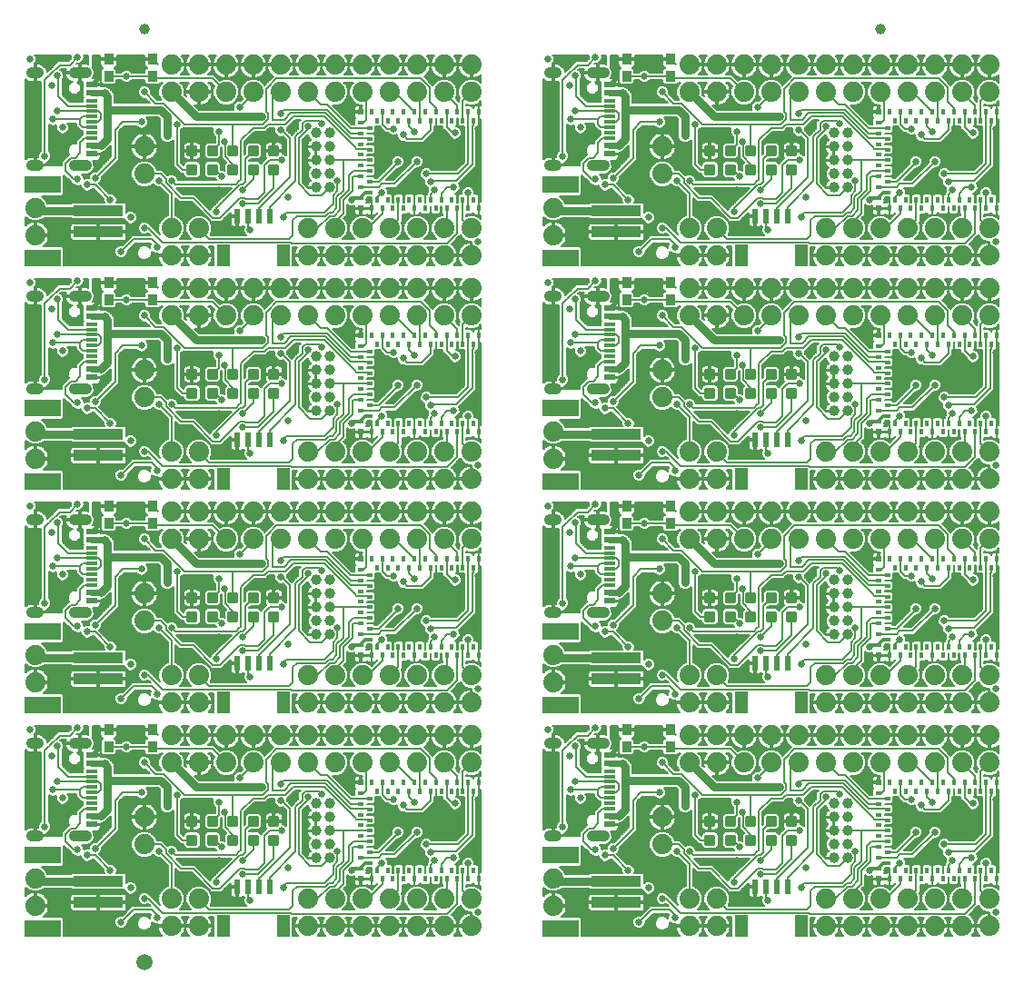
<source format=gtl>
G75*
%MOIN*%
%OFA0B0*%
%FSLAX25Y25*%
%IPPOS*%
%LPD*%
%AMOC8*
5,1,8,0,0,1.08239X$1,22.5*
%
%ADD10C,0.01181*%
%ADD11R,0.03543X0.03937*%
%ADD12R,0.04724X0.07874*%
%ADD13R,0.02362X0.05315*%
%ADD14C,0.07400*%
%ADD15R,0.18110X0.03937*%
%ADD16R,0.13386X0.06299*%
%ADD17C,0.02500*%
%ADD18R,0.01575X0.02362*%
%ADD19R,0.02362X0.02362*%
%ADD20R,0.02362X0.01575*%
%ADD21R,0.04000X0.01181*%
%ADD22R,0.04000X0.02362*%
%ADD23R,0.04000X0.02165*%
%ADD24C,0.03937*%
%ADD25C,0.03937*%
%ADD26C,0.05906*%
%ADD27C,0.00600*%
%ADD28C,0.02600*%
%ADD29C,0.01600*%
%ADD30C,0.02400*%
%ADD31C,0.03000*%
%ADD32C,0.01200*%
D10*
X0107872Y0092102D02*
X0110628Y0092102D01*
X0107872Y0092102D02*
X0107872Y0094858D01*
X0110628Y0094858D01*
X0110628Y0092102D01*
X0110628Y0093224D02*
X0107872Y0093224D01*
X0107872Y0094346D02*
X0110628Y0094346D01*
X0115372Y0092102D02*
X0118128Y0092102D01*
X0115372Y0092102D02*
X0115372Y0094858D01*
X0118128Y0094858D01*
X0118128Y0092102D01*
X0118128Y0093224D02*
X0115372Y0093224D01*
X0115372Y0094346D02*
X0118128Y0094346D01*
X0122872Y0092102D02*
X0125628Y0092102D01*
X0122872Y0092102D02*
X0122872Y0094858D01*
X0125628Y0094858D01*
X0125628Y0092102D01*
X0125628Y0093224D02*
X0122872Y0093224D01*
X0122872Y0094346D02*
X0125628Y0094346D01*
X0130372Y0092102D02*
X0133128Y0092102D01*
X0130372Y0092102D02*
X0130372Y0094858D01*
X0133128Y0094858D01*
X0133128Y0092102D01*
X0133128Y0093224D02*
X0130372Y0093224D01*
X0130372Y0094346D02*
X0133128Y0094346D01*
X0137872Y0092102D02*
X0140628Y0092102D01*
X0137872Y0092102D02*
X0137872Y0094858D01*
X0140628Y0094858D01*
X0140628Y0092102D01*
X0140628Y0093224D02*
X0137872Y0093224D01*
X0137872Y0094346D02*
X0140628Y0094346D01*
X0140628Y0099008D02*
X0137872Y0099008D01*
X0137872Y0101764D01*
X0140628Y0101764D01*
X0140628Y0099008D01*
X0140628Y0100130D02*
X0137872Y0100130D01*
X0137872Y0101252D02*
X0140628Y0101252D01*
X0133128Y0099008D02*
X0130372Y0099008D01*
X0130372Y0101764D01*
X0133128Y0101764D01*
X0133128Y0099008D01*
X0133128Y0100130D02*
X0130372Y0100130D01*
X0130372Y0101252D02*
X0133128Y0101252D01*
X0125628Y0099008D02*
X0122872Y0099008D01*
X0122872Y0101764D01*
X0125628Y0101764D01*
X0125628Y0099008D01*
X0125628Y0100130D02*
X0122872Y0100130D01*
X0122872Y0101252D02*
X0125628Y0101252D01*
X0118128Y0099008D02*
X0115372Y0099008D01*
X0115372Y0101764D01*
X0118128Y0101764D01*
X0118128Y0099008D01*
X0118128Y0100130D02*
X0115372Y0100130D01*
X0115372Y0101252D02*
X0118128Y0101252D01*
X0110628Y0099008D02*
X0107872Y0099008D01*
X0107872Y0101764D01*
X0110628Y0101764D01*
X0110628Y0099008D01*
X0110628Y0100130D02*
X0107872Y0100130D01*
X0107872Y0101252D02*
X0110628Y0101252D01*
X0110628Y0174102D02*
X0107872Y0174102D01*
X0107872Y0176858D01*
X0110628Y0176858D01*
X0110628Y0174102D01*
X0110628Y0175224D02*
X0107872Y0175224D01*
X0107872Y0176346D02*
X0110628Y0176346D01*
X0115372Y0174102D02*
X0118128Y0174102D01*
X0115372Y0174102D02*
X0115372Y0176858D01*
X0118128Y0176858D01*
X0118128Y0174102D01*
X0118128Y0175224D02*
X0115372Y0175224D01*
X0115372Y0176346D02*
X0118128Y0176346D01*
X0122872Y0174102D02*
X0125628Y0174102D01*
X0122872Y0174102D02*
X0122872Y0176858D01*
X0125628Y0176858D01*
X0125628Y0174102D01*
X0125628Y0175224D02*
X0122872Y0175224D01*
X0122872Y0176346D02*
X0125628Y0176346D01*
X0130372Y0174102D02*
X0133128Y0174102D01*
X0130372Y0174102D02*
X0130372Y0176858D01*
X0133128Y0176858D01*
X0133128Y0174102D01*
X0133128Y0175224D02*
X0130372Y0175224D01*
X0130372Y0176346D02*
X0133128Y0176346D01*
X0137872Y0174102D02*
X0140628Y0174102D01*
X0137872Y0174102D02*
X0137872Y0176858D01*
X0140628Y0176858D01*
X0140628Y0174102D01*
X0140628Y0175224D02*
X0137872Y0175224D01*
X0137872Y0176346D02*
X0140628Y0176346D01*
X0140628Y0181008D02*
X0137872Y0181008D01*
X0137872Y0183764D01*
X0140628Y0183764D01*
X0140628Y0181008D01*
X0140628Y0182130D02*
X0137872Y0182130D01*
X0137872Y0183252D02*
X0140628Y0183252D01*
X0133128Y0181008D02*
X0130372Y0181008D01*
X0130372Y0183764D01*
X0133128Y0183764D01*
X0133128Y0181008D01*
X0133128Y0182130D02*
X0130372Y0182130D01*
X0130372Y0183252D02*
X0133128Y0183252D01*
X0125628Y0181008D02*
X0122872Y0181008D01*
X0122872Y0183764D01*
X0125628Y0183764D01*
X0125628Y0181008D01*
X0125628Y0182130D02*
X0122872Y0182130D01*
X0122872Y0183252D02*
X0125628Y0183252D01*
X0118128Y0181008D02*
X0115372Y0181008D01*
X0115372Y0183764D01*
X0118128Y0183764D01*
X0118128Y0181008D01*
X0118128Y0182130D02*
X0115372Y0182130D01*
X0115372Y0183252D02*
X0118128Y0183252D01*
X0110628Y0181008D02*
X0107872Y0181008D01*
X0107872Y0183764D01*
X0110628Y0183764D01*
X0110628Y0181008D01*
X0110628Y0182130D02*
X0107872Y0182130D01*
X0107872Y0183252D02*
X0110628Y0183252D01*
X0110628Y0256102D02*
X0107872Y0256102D01*
X0107872Y0258858D01*
X0110628Y0258858D01*
X0110628Y0256102D01*
X0110628Y0257224D02*
X0107872Y0257224D01*
X0107872Y0258346D02*
X0110628Y0258346D01*
X0115372Y0256102D02*
X0118128Y0256102D01*
X0115372Y0256102D02*
X0115372Y0258858D01*
X0118128Y0258858D01*
X0118128Y0256102D01*
X0118128Y0257224D02*
X0115372Y0257224D01*
X0115372Y0258346D02*
X0118128Y0258346D01*
X0122872Y0256102D02*
X0125628Y0256102D01*
X0122872Y0256102D02*
X0122872Y0258858D01*
X0125628Y0258858D01*
X0125628Y0256102D01*
X0125628Y0257224D02*
X0122872Y0257224D01*
X0122872Y0258346D02*
X0125628Y0258346D01*
X0130372Y0256102D02*
X0133128Y0256102D01*
X0130372Y0256102D02*
X0130372Y0258858D01*
X0133128Y0258858D01*
X0133128Y0256102D01*
X0133128Y0257224D02*
X0130372Y0257224D01*
X0130372Y0258346D02*
X0133128Y0258346D01*
X0137872Y0256102D02*
X0140628Y0256102D01*
X0137872Y0256102D02*
X0137872Y0258858D01*
X0140628Y0258858D01*
X0140628Y0256102D01*
X0140628Y0257224D02*
X0137872Y0257224D01*
X0137872Y0258346D02*
X0140628Y0258346D01*
X0140628Y0263008D02*
X0137872Y0263008D01*
X0137872Y0265764D01*
X0140628Y0265764D01*
X0140628Y0263008D01*
X0140628Y0264130D02*
X0137872Y0264130D01*
X0137872Y0265252D02*
X0140628Y0265252D01*
X0133128Y0263008D02*
X0130372Y0263008D01*
X0130372Y0265764D01*
X0133128Y0265764D01*
X0133128Y0263008D01*
X0133128Y0264130D02*
X0130372Y0264130D01*
X0130372Y0265252D02*
X0133128Y0265252D01*
X0125628Y0263008D02*
X0122872Y0263008D01*
X0122872Y0265764D01*
X0125628Y0265764D01*
X0125628Y0263008D01*
X0125628Y0264130D02*
X0122872Y0264130D01*
X0122872Y0265252D02*
X0125628Y0265252D01*
X0118128Y0263008D02*
X0115372Y0263008D01*
X0115372Y0265764D01*
X0118128Y0265764D01*
X0118128Y0263008D01*
X0118128Y0264130D02*
X0115372Y0264130D01*
X0115372Y0265252D02*
X0118128Y0265252D01*
X0110628Y0263008D02*
X0107872Y0263008D01*
X0107872Y0265764D01*
X0110628Y0265764D01*
X0110628Y0263008D01*
X0110628Y0264130D02*
X0107872Y0264130D01*
X0107872Y0265252D02*
X0110628Y0265252D01*
X0110628Y0338102D02*
X0107872Y0338102D01*
X0107872Y0340858D01*
X0110628Y0340858D01*
X0110628Y0338102D01*
X0110628Y0339224D02*
X0107872Y0339224D01*
X0107872Y0340346D02*
X0110628Y0340346D01*
X0115372Y0338102D02*
X0118128Y0338102D01*
X0115372Y0338102D02*
X0115372Y0340858D01*
X0118128Y0340858D01*
X0118128Y0338102D01*
X0118128Y0339224D02*
X0115372Y0339224D01*
X0115372Y0340346D02*
X0118128Y0340346D01*
X0122872Y0338102D02*
X0125628Y0338102D01*
X0122872Y0338102D02*
X0122872Y0340858D01*
X0125628Y0340858D01*
X0125628Y0338102D01*
X0125628Y0339224D02*
X0122872Y0339224D01*
X0122872Y0340346D02*
X0125628Y0340346D01*
X0130372Y0338102D02*
X0133128Y0338102D01*
X0130372Y0338102D02*
X0130372Y0340858D01*
X0133128Y0340858D01*
X0133128Y0338102D01*
X0133128Y0339224D02*
X0130372Y0339224D01*
X0130372Y0340346D02*
X0133128Y0340346D01*
X0137872Y0338102D02*
X0140628Y0338102D01*
X0137872Y0338102D02*
X0137872Y0340858D01*
X0140628Y0340858D01*
X0140628Y0338102D01*
X0140628Y0339224D02*
X0137872Y0339224D01*
X0137872Y0340346D02*
X0140628Y0340346D01*
X0140628Y0345008D02*
X0137872Y0345008D01*
X0137872Y0347764D01*
X0140628Y0347764D01*
X0140628Y0345008D01*
X0140628Y0346130D02*
X0137872Y0346130D01*
X0137872Y0347252D02*
X0140628Y0347252D01*
X0133128Y0345008D02*
X0130372Y0345008D01*
X0130372Y0347764D01*
X0133128Y0347764D01*
X0133128Y0345008D01*
X0133128Y0346130D02*
X0130372Y0346130D01*
X0130372Y0347252D02*
X0133128Y0347252D01*
X0125628Y0345008D02*
X0122872Y0345008D01*
X0122872Y0347764D01*
X0125628Y0347764D01*
X0125628Y0345008D01*
X0125628Y0346130D02*
X0122872Y0346130D01*
X0122872Y0347252D02*
X0125628Y0347252D01*
X0118128Y0345008D02*
X0115372Y0345008D01*
X0115372Y0347764D01*
X0118128Y0347764D01*
X0118128Y0345008D01*
X0118128Y0346130D02*
X0115372Y0346130D01*
X0115372Y0347252D02*
X0118128Y0347252D01*
X0110628Y0345008D02*
X0107872Y0345008D01*
X0107872Y0347764D01*
X0110628Y0347764D01*
X0110628Y0345008D01*
X0110628Y0346130D02*
X0107872Y0346130D01*
X0107872Y0347252D02*
X0110628Y0347252D01*
X0297872Y0345008D02*
X0300628Y0345008D01*
X0297872Y0345008D02*
X0297872Y0347764D01*
X0300628Y0347764D01*
X0300628Y0345008D01*
X0300628Y0346130D02*
X0297872Y0346130D01*
X0297872Y0347252D02*
X0300628Y0347252D01*
X0305372Y0345008D02*
X0308128Y0345008D01*
X0305372Y0345008D02*
X0305372Y0347764D01*
X0308128Y0347764D01*
X0308128Y0345008D01*
X0308128Y0346130D02*
X0305372Y0346130D01*
X0305372Y0347252D02*
X0308128Y0347252D01*
X0312872Y0345008D02*
X0315628Y0345008D01*
X0312872Y0345008D02*
X0312872Y0347764D01*
X0315628Y0347764D01*
X0315628Y0345008D01*
X0315628Y0346130D02*
X0312872Y0346130D01*
X0312872Y0347252D02*
X0315628Y0347252D01*
X0320372Y0345008D02*
X0323128Y0345008D01*
X0320372Y0345008D02*
X0320372Y0347764D01*
X0323128Y0347764D01*
X0323128Y0345008D01*
X0323128Y0346130D02*
X0320372Y0346130D01*
X0320372Y0347252D02*
X0323128Y0347252D01*
X0327872Y0345008D02*
X0330628Y0345008D01*
X0327872Y0345008D02*
X0327872Y0347764D01*
X0330628Y0347764D01*
X0330628Y0345008D01*
X0330628Y0346130D02*
X0327872Y0346130D01*
X0327872Y0347252D02*
X0330628Y0347252D01*
X0330628Y0338102D02*
X0327872Y0338102D01*
X0327872Y0340858D01*
X0330628Y0340858D01*
X0330628Y0338102D01*
X0330628Y0339224D02*
X0327872Y0339224D01*
X0327872Y0340346D02*
X0330628Y0340346D01*
X0323128Y0338102D02*
X0320372Y0338102D01*
X0320372Y0340858D01*
X0323128Y0340858D01*
X0323128Y0338102D01*
X0323128Y0339224D02*
X0320372Y0339224D01*
X0320372Y0340346D02*
X0323128Y0340346D01*
X0315628Y0338102D02*
X0312872Y0338102D01*
X0312872Y0340858D01*
X0315628Y0340858D01*
X0315628Y0338102D01*
X0315628Y0339224D02*
X0312872Y0339224D01*
X0312872Y0340346D02*
X0315628Y0340346D01*
X0308128Y0338102D02*
X0305372Y0338102D01*
X0305372Y0340858D01*
X0308128Y0340858D01*
X0308128Y0338102D01*
X0308128Y0339224D02*
X0305372Y0339224D01*
X0305372Y0340346D02*
X0308128Y0340346D01*
X0300628Y0338102D02*
X0297872Y0338102D01*
X0297872Y0340858D01*
X0300628Y0340858D01*
X0300628Y0338102D01*
X0300628Y0339224D02*
X0297872Y0339224D01*
X0297872Y0340346D02*
X0300628Y0340346D01*
X0300628Y0263008D02*
X0297872Y0263008D01*
X0297872Y0265764D01*
X0300628Y0265764D01*
X0300628Y0263008D01*
X0300628Y0264130D02*
X0297872Y0264130D01*
X0297872Y0265252D02*
X0300628Y0265252D01*
X0305372Y0263008D02*
X0308128Y0263008D01*
X0305372Y0263008D02*
X0305372Y0265764D01*
X0308128Y0265764D01*
X0308128Y0263008D01*
X0308128Y0264130D02*
X0305372Y0264130D01*
X0305372Y0265252D02*
X0308128Y0265252D01*
X0312872Y0263008D02*
X0315628Y0263008D01*
X0312872Y0263008D02*
X0312872Y0265764D01*
X0315628Y0265764D01*
X0315628Y0263008D01*
X0315628Y0264130D02*
X0312872Y0264130D01*
X0312872Y0265252D02*
X0315628Y0265252D01*
X0320372Y0263008D02*
X0323128Y0263008D01*
X0320372Y0263008D02*
X0320372Y0265764D01*
X0323128Y0265764D01*
X0323128Y0263008D01*
X0323128Y0264130D02*
X0320372Y0264130D01*
X0320372Y0265252D02*
X0323128Y0265252D01*
X0327872Y0263008D02*
X0330628Y0263008D01*
X0327872Y0263008D02*
X0327872Y0265764D01*
X0330628Y0265764D01*
X0330628Y0263008D01*
X0330628Y0264130D02*
X0327872Y0264130D01*
X0327872Y0265252D02*
X0330628Y0265252D01*
X0330628Y0256102D02*
X0327872Y0256102D01*
X0327872Y0258858D01*
X0330628Y0258858D01*
X0330628Y0256102D01*
X0330628Y0257224D02*
X0327872Y0257224D01*
X0327872Y0258346D02*
X0330628Y0258346D01*
X0323128Y0256102D02*
X0320372Y0256102D01*
X0320372Y0258858D01*
X0323128Y0258858D01*
X0323128Y0256102D01*
X0323128Y0257224D02*
X0320372Y0257224D01*
X0320372Y0258346D02*
X0323128Y0258346D01*
X0315628Y0256102D02*
X0312872Y0256102D01*
X0312872Y0258858D01*
X0315628Y0258858D01*
X0315628Y0256102D01*
X0315628Y0257224D02*
X0312872Y0257224D01*
X0312872Y0258346D02*
X0315628Y0258346D01*
X0308128Y0256102D02*
X0305372Y0256102D01*
X0305372Y0258858D01*
X0308128Y0258858D01*
X0308128Y0256102D01*
X0308128Y0257224D02*
X0305372Y0257224D01*
X0305372Y0258346D02*
X0308128Y0258346D01*
X0300628Y0256102D02*
X0297872Y0256102D01*
X0297872Y0258858D01*
X0300628Y0258858D01*
X0300628Y0256102D01*
X0300628Y0257224D02*
X0297872Y0257224D01*
X0297872Y0258346D02*
X0300628Y0258346D01*
X0300628Y0181008D02*
X0297872Y0181008D01*
X0297872Y0183764D01*
X0300628Y0183764D01*
X0300628Y0181008D01*
X0300628Y0182130D02*
X0297872Y0182130D01*
X0297872Y0183252D02*
X0300628Y0183252D01*
X0305372Y0181008D02*
X0308128Y0181008D01*
X0305372Y0181008D02*
X0305372Y0183764D01*
X0308128Y0183764D01*
X0308128Y0181008D01*
X0308128Y0182130D02*
X0305372Y0182130D01*
X0305372Y0183252D02*
X0308128Y0183252D01*
X0312872Y0181008D02*
X0315628Y0181008D01*
X0312872Y0181008D02*
X0312872Y0183764D01*
X0315628Y0183764D01*
X0315628Y0181008D01*
X0315628Y0182130D02*
X0312872Y0182130D01*
X0312872Y0183252D02*
X0315628Y0183252D01*
X0320372Y0181008D02*
X0323128Y0181008D01*
X0320372Y0181008D02*
X0320372Y0183764D01*
X0323128Y0183764D01*
X0323128Y0181008D01*
X0323128Y0182130D02*
X0320372Y0182130D01*
X0320372Y0183252D02*
X0323128Y0183252D01*
X0327872Y0181008D02*
X0330628Y0181008D01*
X0327872Y0181008D02*
X0327872Y0183764D01*
X0330628Y0183764D01*
X0330628Y0181008D01*
X0330628Y0182130D02*
X0327872Y0182130D01*
X0327872Y0183252D02*
X0330628Y0183252D01*
X0330628Y0174102D02*
X0327872Y0174102D01*
X0327872Y0176858D01*
X0330628Y0176858D01*
X0330628Y0174102D01*
X0330628Y0175224D02*
X0327872Y0175224D01*
X0327872Y0176346D02*
X0330628Y0176346D01*
X0323128Y0174102D02*
X0320372Y0174102D01*
X0320372Y0176858D01*
X0323128Y0176858D01*
X0323128Y0174102D01*
X0323128Y0175224D02*
X0320372Y0175224D01*
X0320372Y0176346D02*
X0323128Y0176346D01*
X0315628Y0174102D02*
X0312872Y0174102D01*
X0312872Y0176858D01*
X0315628Y0176858D01*
X0315628Y0174102D01*
X0315628Y0175224D02*
X0312872Y0175224D01*
X0312872Y0176346D02*
X0315628Y0176346D01*
X0308128Y0174102D02*
X0305372Y0174102D01*
X0305372Y0176858D01*
X0308128Y0176858D01*
X0308128Y0174102D01*
X0308128Y0175224D02*
X0305372Y0175224D01*
X0305372Y0176346D02*
X0308128Y0176346D01*
X0300628Y0174102D02*
X0297872Y0174102D01*
X0297872Y0176858D01*
X0300628Y0176858D01*
X0300628Y0174102D01*
X0300628Y0175224D02*
X0297872Y0175224D01*
X0297872Y0176346D02*
X0300628Y0176346D01*
X0300628Y0099008D02*
X0297872Y0099008D01*
X0297872Y0101764D01*
X0300628Y0101764D01*
X0300628Y0099008D01*
X0300628Y0100130D02*
X0297872Y0100130D01*
X0297872Y0101252D02*
X0300628Y0101252D01*
X0305372Y0099008D02*
X0308128Y0099008D01*
X0305372Y0099008D02*
X0305372Y0101764D01*
X0308128Y0101764D01*
X0308128Y0099008D01*
X0308128Y0100130D02*
X0305372Y0100130D01*
X0305372Y0101252D02*
X0308128Y0101252D01*
X0312872Y0099008D02*
X0315628Y0099008D01*
X0312872Y0099008D02*
X0312872Y0101764D01*
X0315628Y0101764D01*
X0315628Y0099008D01*
X0315628Y0100130D02*
X0312872Y0100130D01*
X0312872Y0101252D02*
X0315628Y0101252D01*
X0320372Y0099008D02*
X0323128Y0099008D01*
X0320372Y0099008D02*
X0320372Y0101764D01*
X0323128Y0101764D01*
X0323128Y0099008D01*
X0323128Y0100130D02*
X0320372Y0100130D01*
X0320372Y0101252D02*
X0323128Y0101252D01*
X0327872Y0099008D02*
X0330628Y0099008D01*
X0327872Y0099008D02*
X0327872Y0101764D01*
X0330628Y0101764D01*
X0330628Y0099008D01*
X0330628Y0100130D02*
X0327872Y0100130D01*
X0327872Y0101252D02*
X0330628Y0101252D01*
X0330628Y0092102D02*
X0327872Y0092102D01*
X0327872Y0094858D01*
X0330628Y0094858D01*
X0330628Y0092102D01*
X0330628Y0093224D02*
X0327872Y0093224D01*
X0327872Y0094346D02*
X0330628Y0094346D01*
X0323128Y0092102D02*
X0320372Y0092102D01*
X0320372Y0094858D01*
X0323128Y0094858D01*
X0323128Y0092102D01*
X0323128Y0093224D02*
X0320372Y0093224D01*
X0320372Y0094346D02*
X0323128Y0094346D01*
X0315628Y0092102D02*
X0312872Y0092102D01*
X0312872Y0094858D01*
X0315628Y0094858D01*
X0315628Y0092102D01*
X0315628Y0093224D02*
X0312872Y0093224D01*
X0312872Y0094346D02*
X0315628Y0094346D01*
X0308128Y0092102D02*
X0305372Y0092102D01*
X0305372Y0094858D01*
X0308128Y0094858D01*
X0308128Y0092102D01*
X0308128Y0093224D02*
X0305372Y0093224D01*
X0305372Y0094346D02*
X0308128Y0094346D01*
X0300628Y0092102D02*
X0297872Y0092102D01*
X0297872Y0094858D01*
X0300628Y0094858D01*
X0300628Y0092102D01*
X0300628Y0093224D02*
X0297872Y0093224D01*
X0297872Y0094346D02*
X0300628Y0094346D01*
D11*
X0284821Y0127783D03*
X0284821Y0134083D03*
X0268679Y0134083D03*
X0268679Y0127783D03*
X0268679Y0209783D03*
X0268679Y0216083D03*
X0284821Y0216083D03*
X0284821Y0209783D03*
X0284821Y0291783D03*
X0284821Y0298083D03*
X0268679Y0298083D03*
X0268679Y0291783D03*
X0268679Y0373783D03*
X0268679Y0380083D03*
X0284821Y0380083D03*
X0284821Y0373783D03*
X0094821Y0373783D03*
X0094821Y0380083D03*
X0078679Y0380083D03*
X0078679Y0373783D03*
X0078679Y0298083D03*
X0078679Y0291783D03*
X0094821Y0291783D03*
X0094821Y0298083D03*
X0094821Y0216083D03*
X0094821Y0209783D03*
X0078679Y0209783D03*
X0078679Y0216083D03*
X0078679Y0134083D03*
X0078679Y0127783D03*
X0094821Y0127783D03*
X0094821Y0134083D03*
D12*
X0120726Y0143965D03*
X0142774Y0143965D03*
X0142774Y0225965D03*
X0120726Y0225965D03*
X0120726Y0307965D03*
X0142774Y0307965D03*
X0310726Y0307965D03*
X0332774Y0307965D03*
X0332774Y0225965D03*
X0310726Y0225965D03*
X0310726Y0143965D03*
X0332774Y0143965D03*
X0332774Y0061965D03*
X0310726Y0061965D03*
X0142774Y0061965D03*
X0120726Y0061965D03*
D13*
X0125844Y0076433D03*
X0129781Y0076433D03*
X0133719Y0076433D03*
X0137656Y0076433D03*
X0137656Y0158433D03*
X0133719Y0158433D03*
X0129781Y0158433D03*
X0125844Y0158433D03*
X0125844Y0240433D03*
X0129781Y0240433D03*
X0133719Y0240433D03*
X0137656Y0240433D03*
X0137656Y0322433D03*
X0133719Y0322433D03*
X0129781Y0322433D03*
X0125844Y0322433D03*
X0315844Y0322433D03*
X0319781Y0322433D03*
X0323719Y0322433D03*
X0327656Y0322433D03*
X0327656Y0240433D03*
X0323719Y0240433D03*
X0319781Y0240433D03*
X0315844Y0240433D03*
X0315844Y0158433D03*
X0319781Y0158433D03*
X0323719Y0158433D03*
X0327656Y0158433D03*
X0327656Y0076433D03*
X0323719Y0076433D03*
X0319781Y0076433D03*
X0315844Y0076433D03*
D14*
X0301750Y0071933D03*
X0291750Y0071933D03*
X0291750Y0061933D03*
X0301750Y0061933D03*
X0341750Y0061933D03*
X0351750Y0061933D03*
X0361750Y0061933D03*
X0371750Y0061933D03*
X0381750Y0061933D03*
X0391750Y0061933D03*
X0401750Y0061933D03*
X0401750Y0071933D03*
X0391750Y0071933D03*
X0381750Y0071933D03*
X0371750Y0071933D03*
X0361750Y0071933D03*
X0351750Y0071933D03*
X0341750Y0071933D03*
X0281750Y0091933D03*
X0281750Y0101933D03*
X0291750Y0121933D03*
X0301750Y0121933D03*
X0311750Y0121933D03*
X0321750Y0121933D03*
X0331750Y0121933D03*
X0331750Y0131933D03*
X0321750Y0131933D03*
X0311750Y0131933D03*
X0301750Y0131933D03*
X0291750Y0131933D03*
X0291750Y0143933D03*
X0301750Y0143933D03*
X0301750Y0153933D03*
X0291750Y0153933D03*
X0281750Y0173933D03*
X0281750Y0183933D03*
X0291750Y0203933D03*
X0301750Y0203933D03*
X0311750Y0203933D03*
X0321750Y0203933D03*
X0331750Y0203933D03*
X0341750Y0203933D03*
X0351750Y0203933D03*
X0361750Y0203933D03*
X0371750Y0203933D03*
X0381750Y0203933D03*
X0391750Y0203933D03*
X0401750Y0203933D03*
X0401750Y0213933D03*
X0391750Y0213933D03*
X0381750Y0213933D03*
X0371750Y0213933D03*
X0361750Y0213933D03*
X0351750Y0213933D03*
X0341750Y0213933D03*
X0331750Y0213933D03*
X0321750Y0213933D03*
X0311750Y0213933D03*
X0301750Y0213933D03*
X0291750Y0213933D03*
X0291750Y0225933D03*
X0301750Y0225933D03*
X0301750Y0235933D03*
X0291750Y0235933D03*
X0281750Y0255933D03*
X0281750Y0265933D03*
X0291750Y0285933D03*
X0301750Y0285933D03*
X0311750Y0285933D03*
X0321750Y0285933D03*
X0331750Y0285933D03*
X0341750Y0285933D03*
X0351750Y0285933D03*
X0361750Y0285933D03*
X0371750Y0285933D03*
X0381750Y0285933D03*
X0391750Y0285933D03*
X0401750Y0285933D03*
X0401750Y0295933D03*
X0391750Y0295933D03*
X0381750Y0295933D03*
X0371750Y0295933D03*
X0361750Y0295933D03*
X0351750Y0295933D03*
X0341750Y0295933D03*
X0331750Y0295933D03*
X0321750Y0295933D03*
X0311750Y0295933D03*
X0301750Y0295933D03*
X0291750Y0295933D03*
X0291750Y0307933D03*
X0301750Y0307933D03*
X0301750Y0317933D03*
X0291750Y0317933D03*
X0281750Y0337933D03*
X0281750Y0347933D03*
X0291750Y0367933D03*
X0301750Y0367933D03*
X0311750Y0367933D03*
X0321750Y0367933D03*
X0331750Y0367933D03*
X0341750Y0367933D03*
X0351750Y0367933D03*
X0361750Y0367933D03*
X0371750Y0367933D03*
X0381750Y0367933D03*
X0391750Y0367933D03*
X0401750Y0367933D03*
X0401750Y0377933D03*
X0391750Y0377933D03*
X0381750Y0377933D03*
X0371750Y0377933D03*
X0361750Y0377933D03*
X0351750Y0377933D03*
X0341750Y0377933D03*
X0331750Y0377933D03*
X0321750Y0377933D03*
X0311750Y0377933D03*
X0301750Y0377933D03*
X0291750Y0377933D03*
X0241750Y0325433D03*
X0241750Y0315433D03*
X0211750Y0317933D03*
X0201750Y0317933D03*
X0191750Y0317933D03*
X0191750Y0307933D03*
X0201750Y0307933D03*
X0211750Y0307933D03*
X0211750Y0295933D03*
X0201750Y0295933D03*
X0191750Y0295933D03*
X0191750Y0285933D03*
X0201750Y0285933D03*
X0211750Y0285933D03*
X0181750Y0285933D03*
X0171750Y0285933D03*
X0161750Y0285933D03*
X0151750Y0285933D03*
X0141750Y0285933D03*
X0131750Y0285933D03*
X0121750Y0285933D03*
X0111750Y0285933D03*
X0101750Y0285933D03*
X0101750Y0295933D03*
X0111750Y0295933D03*
X0121750Y0295933D03*
X0131750Y0295933D03*
X0141750Y0295933D03*
X0151750Y0295933D03*
X0161750Y0295933D03*
X0171750Y0295933D03*
X0181750Y0295933D03*
X0181750Y0307933D03*
X0171750Y0307933D03*
X0161750Y0307933D03*
X0151750Y0307933D03*
X0151750Y0317933D03*
X0161750Y0317933D03*
X0171750Y0317933D03*
X0181750Y0317933D03*
X0111750Y0317933D03*
X0101750Y0317933D03*
X0101750Y0307933D03*
X0111750Y0307933D03*
X0091750Y0337933D03*
X0091750Y0347933D03*
X0101750Y0367933D03*
X0111750Y0367933D03*
X0121750Y0367933D03*
X0131750Y0367933D03*
X0141750Y0367933D03*
X0151750Y0367933D03*
X0161750Y0367933D03*
X0171750Y0367933D03*
X0181750Y0367933D03*
X0191750Y0367933D03*
X0201750Y0367933D03*
X0211750Y0367933D03*
X0211750Y0377933D03*
X0201750Y0377933D03*
X0191750Y0377933D03*
X0181750Y0377933D03*
X0171750Y0377933D03*
X0161750Y0377933D03*
X0151750Y0377933D03*
X0141750Y0377933D03*
X0131750Y0377933D03*
X0121750Y0377933D03*
X0111750Y0377933D03*
X0101750Y0377933D03*
X0051750Y0325433D03*
X0051750Y0315433D03*
X0091750Y0265933D03*
X0091750Y0255933D03*
X0101750Y0235933D03*
X0111750Y0235933D03*
X0111750Y0225933D03*
X0101750Y0225933D03*
X0101750Y0213933D03*
X0111750Y0213933D03*
X0121750Y0213933D03*
X0131750Y0213933D03*
X0131750Y0203933D03*
X0121750Y0203933D03*
X0111750Y0203933D03*
X0101750Y0203933D03*
X0091750Y0183933D03*
X0091750Y0173933D03*
X0101750Y0153933D03*
X0111750Y0153933D03*
X0111750Y0143933D03*
X0101750Y0143933D03*
X0101750Y0131933D03*
X0101750Y0121933D03*
X0111750Y0121933D03*
X0121750Y0121933D03*
X0131750Y0121933D03*
X0131750Y0131933D03*
X0121750Y0131933D03*
X0111750Y0131933D03*
X0141750Y0131933D03*
X0141750Y0121933D03*
X0151750Y0121933D03*
X0161750Y0121933D03*
X0171750Y0121933D03*
X0181750Y0121933D03*
X0181750Y0131933D03*
X0171750Y0131933D03*
X0161750Y0131933D03*
X0151750Y0131933D03*
X0151750Y0143933D03*
X0161750Y0143933D03*
X0171750Y0143933D03*
X0181750Y0143933D03*
X0191750Y0143933D03*
X0201750Y0143933D03*
X0211750Y0143933D03*
X0211750Y0153933D03*
X0201750Y0153933D03*
X0191750Y0153933D03*
X0181750Y0153933D03*
X0171750Y0153933D03*
X0161750Y0153933D03*
X0151750Y0153933D03*
X0191750Y0131933D03*
X0191750Y0121933D03*
X0201750Y0121933D03*
X0211750Y0121933D03*
X0211750Y0131933D03*
X0201750Y0131933D03*
X0241750Y0151433D03*
X0241750Y0161433D03*
X0211750Y0203933D03*
X0201750Y0203933D03*
X0191750Y0203933D03*
X0181750Y0203933D03*
X0171750Y0203933D03*
X0161750Y0203933D03*
X0151750Y0203933D03*
X0141750Y0203933D03*
X0141750Y0213933D03*
X0151750Y0213933D03*
X0161750Y0213933D03*
X0171750Y0213933D03*
X0181750Y0213933D03*
X0191750Y0213933D03*
X0201750Y0213933D03*
X0211750Y0213933D03*
X0211750Y0225933D03*
X0201750Y0225933D03*
X0191750Y0225933D03*
X0181750Y0225933D03*
X0171750Y0225933D03*
X0161750Y0225933D03*
X0151750Y0225933D03*
X0151750Y0235933D03*
X0161750Y0235933D03*
X0171750Y0235933D03*
X0181750Y0235933D03*
X0191750Y0235933D03*
X0201750Y0235933D03*
X0211750Y0235933D03*
X0241750Y0233433D03*
X0241750Y0243433D03*
X0341750Y0235933D03*
X0351750Y0235933D03*
X0361750Y0235933D03*
X0371750Y0235933D03*
X0381750Y0235933D03*
X0381750Y0225933D03*
X0371750Y0225933D03*
X0361750Y0225933D03*
X0351750Y0225933D03*
X0341750Y0225933D03*
X0391750Y0225933D03*
X0401750Y0225933D03*
X0401750Y0235933D03*
X0391750Y0235933D03*
X0391750Y0307933D03*
X0401750Y0307933D03*
X0401750Y0317933D03*
X0391750Y0317933D03*
X0381750Y0317933D03*
X0371750Y0317933D03*
X0361750Y0317933D03*
X0351750Y0317933D03*
X0341750Y0317933D03*
X0341750Y0307933D03*
X0351750Y0307933D03*
X0361750Y0307933D03*
X0371750Y0307933D03*
X0381750Y0307933D03*
X0381750Y0153933D03*
X0371750Y0153933D03*
X0361750Y0153933D03*
X0351750Y0153933D03*
X0341750Y0153933D03*
X0341750Y0143933D03*
X0351750Y0143933D03*
X0361750Y0143933D03*
X0371750Y0143933D03*
X0381750Y0143933D03*
X0391750Y0143933D03*
X0401750Y0143933D03*
X0401750Y0153933D03*
X0391750Y0153933D03*
X0391750Y0131933D03*
X0391750Y0121933D03*
X0401750Y0121933D03*
X0401750Y0131933D03*
X0381750Y0131933D03*
X0381750Y0121933D03*
X0371750Y0121933D03*
X0361750Y0121933D03*
X0351750Y0121933D03*
X0341750Y0121933D03*
X0341750Y0131933D03*
X0351750Y0131933D03*
X0361750Y0131933D03*
X0371750Y0131933D03*
X0241750Y0079433D03*
X0241750Y0069433D03*
X0211750Y0071933D03*
X0201750Y0071933D03*
X0191750Y0071933D03*
X0191750Y0061933D03*
X0201750Y0061933D03*
X0211750Y0061933D03*
X0181750Y0061933D03*
X0171750Y0061933D03*
X0161750Y0061933D03*
X0151750Y0061933D03*
X0151750Y0071933D03*
X0161750Y0071933D03*
X0171750Y0071933D03*
X0181750Y0071933D03*
X0111750Y0071933D03*
X0101750Y0071933D03*
X0101750Y0061933D03*
X0111750Y0061933D03*
X0091750Y0091933D03*
X0091750Y0101933D03*
X0051750Y0079433D03*
X0051750Y0069433D03*
X0051750Y0151433D03*
X0051750Y0161433D03*
X0051750Y0233433D03*
X0051750Y0243433D03*
D15*
X0074917Y0242470D03*
X0074917Y0234596D03*
X0074917Y0160470D03*
X0074917Y0152596D03*
X0074917Y0078470D03*
X0074917Y0070596D03*
X0264917Y0070596D03*
X0264917Y0078470D03*
X0264917Y0152596D03*
X0264917Y0160470D03*
X0264917Y0234596D03*
X0264917Y0242470D03*
X0264917Y0316596D03*
X0264917Y0324470D03*
X0074917Y0324470D03*
X0074917Y0316596D03*
D16*
X0054444Y0307147D03*
X0054444Y0333919D03*
X0054444Y0251919D03*
X0054444Y0225147D03*
X0054444Y0169919D03*
X0054444Y0143147D03*
X0054444Y0087919D03*
X0054444Y0061147D03*
X0244444Y0061147D03*
X0244444Y0087919D03*
X0244444Y0143147D03*
X0244444Y0169919D03*
X0244444Y0225147D03*
X0244444Y0251919D03*
X0244444Y0307147D03*
X0244444Y0333919D03*
D17*
X0214250Y0312933D03*
X0239750Y0297933D03*
X0214250Y0230933D03*
X0239750Y0215933D03*
X0214250Y0148933D03*
X0239750Y0133933D03*
X0214250Y0066933D03*
X0049750Y0133933D03*
X0049750Y0215933D03*
X0049750Y0297933D03*
X0049750Y0379933D03*
X0239750Y0379933D03*
X0404250Y0312933D03*
X0404250Y0230933D03*
X0404250Y0148933D03*
X0404250Y0066933D03*
D18*
X0404467Y0079217D03*
X0402498Y0082366D03*
X0400530Y0079217D03*
X0398561Y0082366D03*
X0396593Y0079217D03*
X0394624Y0082366D03*
X0392656Y0079217D03*
X0390687Y0082366D03*
X0388719Y0079217D03*
X0386750Y0082366D03*
X0384781Y0079217D03*
X0382813Y0082366D03*
X0380844Y0079217D03*
X0378876Y0082366D03*
X0376907Y0079217D03*
X0374939Y0082366D03*
X0372970Y0079217D03*
X0371002Y0082366D03*
X0369033Y0079217D03*
X0367065Y0082366D03*
X0365096Y0079217D03*
X0367065Y0111500D03*
X0369033Y0114650D03*
X0371002Y0111500D03*
X0372970Y0114650D03*
X0374939Y0111500D03*
X0376907Y0114650D03*
X0378876Y0111500D03*
X0380844Y0114650D03*
X0382813Y0111500D03*
X0384781Y0114650D03*
X0386750Y0111500D03*
X0388719Y0114650D03*
X0390687Y0111500D03*
X0392656Y0114650D03*
X0394624Y0111500D03*
X0396593Y0114650D03*
X0398561Y0111500D03*
X0400530Y0114650D03*
X0402498Y0111500D03*
X0404467Y0114650D03*
X0365096Y0114650D03*
X0365096Y0161217D03*
X0367065Y0164366D03*
X0369033Y0161217D03*
X0371002Y0164366D03*
X0372970Y0161217D03*
X0374939Y0164366D03*
X0376907Y0161217D03*
X0378876Y0164366D03*
X0380844Y0161217D03*
X0382813Y0164366D03*
X0384781Y0161217D03*
X0386750Y0164366D03*
X0388719Y0161217D03*
X0390687Y0164366D03*
X0392656Y0161217D03*
X0394624Y0164366D03*
X0396593Y0161217D03*
X0398561Y0164366D03*
X0400530Y0161217D03*
X0402498Y0164366D03*
X0404467Y0161217D03*
X0402498Y0193500D03*
X0400530Y0196650D03*
X0398561Y0193500D03*
X0396593Y0196650D03*
X0394624Y0193500D03*
X0392656Y0196650D03*
X0390687Y0193500D03*
X0388719Y0196650D03*
X0386750Y0193500D03*
X0384781Y0196650D03*
X0382813Y0193500D03*
X0380844Y0196650D03*
X0378876Y0193500D03*
X0376907Y0196650D03*
X0374939Y0193500D03*
X0372970Y0196650D03*
X0371002Y0193500D03*
X0369033Y0196650D03*
X0367065Y0193500D03*
X0365096Y0196650D03*
X0404467Y0196650D03*
X0404467Y0243217D03*
X0402498Y0246366D03*
X0400530Y0243217D03*
X0398561Y0246366D03*
X0396593Y0243217D03*
X0394624Y0246366D03*
X0392656Y0243217D03*
X0390687Y0246366D03*
X0388719Y0243217D03*
X0386750Y0246366D03*
X0384781Y0243217D03*
X0382813Y0246366D03*
X0380844Y0243217D03*
X0378876Y0246366D03*
X0376907Y0243217D03*
X0374939Y0246366D03*
X0372970Y0243217D03*
X0371002Y0246366D03*
X0369033Y0243217D03*
X0367065Y0246366D03*
X0365096Y0243217D03*
X0367065Y0275500D03*
X0369033Y0278650D03*
X0371002Y0275500D03*
X0372970Y0278650D03*
X0374939Y0275500D03*
X0376907Y0278650D03*
X0378876Y0275500D03*
X0380844Y0278650D03*
X0382813Y0275500D03*
X0384781Y0278650D03*
X0386750Y0275500D03*
X0388719Y0278650D03*
X0390687Y0275500D03*
X0392656Y0278650D03*
X0394624Y0275500D03*
X0396593Y0278650D03*
X0398561Y0275500D03*
X0400530Y0278650D03*
X0402498Y0275500D03*
X0404467Y0278650D03*
X0365096Y0278650D03*
X0365096Y0325217D03*
X0367065Y0328366D03*
X0369033Y0325217D03*
X0371002Y0328366D03*
X0372970Y0325217D03*
X0374939Y0328366D03*
X0376907Y0325217D03*
X0378876Y0328366D03*
X0380844Y0325217D03*
X0382813Y0328366D03*
X0384781Y0325217D03*
X0386750Y0328366D03*
X0388719Y0325217D03*
X0390687Y0328366D03*
X0392656Y0325217D03*
X0394624Y0328366D03*
X0396593Y0325217D03*
X0398561Y0328366D03*
X0400530Y0325217D03*
X0402498Y0328366D03*
X0404467Y0325217D03*
X0402498Y0357500D03*
X0400530Y0360650D03*
X0398561Y0357500D03*
X0396593Y0360650D03*
X0394624Y0357500D03*
X0392656Y0360650D03*
X0390687Y0357500D03*
X0388719Y0360650D03*
X0386750Y0357500D03*
X0384781Y0360650D03*
X0382813Y0357500D03*
X0380844Y0360650D03*
X0378876Y0357500D03*
X0376907Y0360650D03*
X0374939Y0357500D03*
X0372970Y0360650D03*
X0371002Y0357500D03*
X0369033Y0360650D03*
X0367065Y0357500D03*
X0365096Y0360650D03*
X0404467Y0360650D03*
X0214467Y0360650D03*
X0212498Y0357500D03*
X0210530Y0360650D03*
X0208561Y0357500D03*
X0206593Y0360650D03*
X0204624Y0357500D03*
X0202656Y0360650D03*
X0200687Y0357500D03*
X0198719Y0360650D03*
X0196750Y0357500D03*
X0194781Y0360650D03*
X0192813Y0357500D03*
X0190844Y0360650D03*
X0188876Y0357500D03*
X0186907Y0360650D03*
X0184939Y0357500D03*
X0182970Y0360650D03*
X0181002Y0357500D03*
X0179033Y0360650D03*
X0177065Y0357500D03*
X0175096Y0360650D03*
X0177065Y0328366D03*
X0179033Y0325217D03*
X0181002Y0328366D03*
X0182970Y0325217D03*
X0184939Y0328366D03*
X0186907Y0325217D03*
X0188876Y0328366D03*
X0190844Y0325217D03*
X0192813Y0328366D03*
X0194781Y0325217D03*
X0196750Y0328366D03*
X0198719Y0325217D03*
X0200687Y0328366D03*
X0202656Y0325217D03*
X0204624Y0328366D03*
X0206593Y0325217D03*
X0208561Y0328366D03*
X0210530Y0325217D03*
X0212498Y0328366D03*
X0214467Y0325217D03*
X0175096Y0325217D03*
X0175096Y0278650D03*
X0177065Y0275500D03*
X0179033Y0278650D03*
X0181002Y0275500D03*
X0182970Y0278650D03*
X0184939Y0275500D03*
X0186907Y0278650D03*
X0188876Y0275500D03*
X0190844Y0278650D03*
X0192813Y0275500D03*
X0194781Y0278650D03*
X0196750Y0275500D03*
X0198719Y0278650D03*
X0200687Y0275500D03*
X0202656Y0278650D03*
X0204624Y0275500D03*
X0206593Y0278650D03*
X0208561Y0275500D03*
X0210530Y0278650D03*
X0212498Y0275500D03*
X0214467Y0278650D03*
X0212498Y0246366D03*
X0210530Y0243217D03*
X0208561Y0246366D03*
X0206593Y0243217D03*
X0204624Y0246366D03*
X0202656Y0243217D03*
X0200687Y0246366D03*
X0198719Y0243217D03*
X0196750Y0246366D03*
X0194781Y0243217D03*
X0192813Y0246366D03*
X0190844Y0243217D03*
X0188876Y0246366D03*
X0186907Y0243217D03*
X0184939Y0246366D03*
X0182970Y0243217D03*
X0181002Y0246366D03*
X0179033Y0243217D03*
X0177065Y0246366D03*
X0175096Y0243217D03*
X0214467Y0243217D03*
X0214467Y0196650D03*
X0212498Y0193500D03*
X0210530Y0196650D03*
X0208561Y0193500D03*
X0206593Y0196650D03*
X0204624Y0193500D03*
X0202656Y0196650D03*
X0200687Y0193500D03*
X0198719Y0196650D03*
X0196750Y0193500D03*
X0194781Y0196650D03*
X0192813Y0193500D03*
X0190844Y0196650D03*
X0188876Y0193500D03*
X0186907Y0196650D03*
X0184939Y0193500D03*
X0182970Y0196650D03*
X0181002Y0193500D03*
X0179033Y0196650D03*
X0177065Y0193500D03*
X0175096Y0196650D03*
X0177065Y0164366D03*
X0179033Y0161217D03*
X0181002Y0164366D03*
X0182970Y0161217D03*
X0184939Y0164366D03*
X0186907Y0161217D03*
X0188876Y0164366D03*
X0190844Y0161217D03*
X0192813Y0164366D03*
X0194781Y0161217D03*
X0196750Y0164366D03*
X0198719Y0161217D03*
X0200687Y0164366D03*
X0202656Y0161217D03*
X0204624Y0164366D03*
X0206593Y0161217D03*
X0208561Y0164366D03*
X0210530Y0161217D03*
X0212498Y0164366D03*
X0214467Y0161217D03*
X0175096Y0161217D03*
X0175096Y0114650D03*
X0177065Y0111500D03*
X0179033Y0114650D03*
X0181002Y0111500D03*
X0182970Y0114650D03*
X0184939Y0111500D03*
X0186907Y0114650D03*
X0188876Y0111500D03*
X0190844Y0114650D03*
X0192813Y0111500D03*
X0194781Y0114650D03*
X0196750Y0111500D03*
X0198719Y0114650D03*
X0200687Y0111500D03*
X0202656Y0114650D03*
X0204624Y0111500D03*
X0206593Y0114650D03*
X0208561Y0111500D03*
X0210530Y0114650D03*
X0212498Y0111500D03*
X0214467Y0114650D03*
X0212498Y0082366D03*
X0210530Y0079217D03*
X0208561Y0082366D03*
X0206593Y0079217D03*
X0204624Y0082366D03*
X0202656Y0079217D03*
X0200687Y0082366D03*
X0198719Y0079217D03*
X0196750Y0082366D03*
X0194781Y0079217D03*
X0192813Y0082366D03*
X0190844Y0079217D03*
X0188876Y0082366D03*
X0186907Y0079217D03*
X0184939Y0082366D03*
X0182970Y0079217D03*
X0181002Y0082366D03*
X0179033Y0079217D03*
X0177065Y0082366D03*
X0175096Y0079217D03*
X0214467Y0079217D03*
D19*
X0171159Y0079217D03*
X0171159Y0114650D03*
X0171159Y0161217D03*
X0171159Y0196650D03*
X0171159Y0243217D03*
X0171159Y0278650D03*
X0171159Y0325217D03*
X0171159Y0360650D03*
X0361159Y0360650D03*
X0361159Y0325217D03*
X0361159Y0278650D03*
X0361159Y0243217D03*
X0361159Y0196650D03*
X0361159Y0161217D03*
X0361159Y0114650D03*
X0361159Y0079217D03*
D20*
X0361159Y0083154D03*
X0364309Y0085122D03*
X0361159Y0087091D03*
X0364309Y0089059D03*
X0361159Y0091028D03*
X0364309Y0092996D03*
X0361159Y0094965D03*
X0364309Y0096933D03*
X0361159Y0098902D03*
X0364309Y0100870D03*
X0361159Y0102839D03*
X0364309Y0104807D03*
X0361159Y0106776D03*
X0364309Y0108744D03*
X0361159Y0110713D03*
X0361159Y0165154D03*
X0364309Y0167122D03*
X0361159Y0169091D03*
X0364309Y0171059D03*
X0361159Y0173028D03*
X0364309Y0174996D03*
X0361159Y0176965D03*
X0364309Y0178933D03*
X0361159Y0180902D03*
X0364309Y0182870D03*
X0361159Y0184839D03*
X0364309Y0186807D03*
X0361159Y0188776D03*
X0364309Y0190744D03*
X0361159Y0192713D03*
X0361159Y0247154D03*
X0364309Y0249122D03*
X0361159Y0251091D03*
X0364309Y0253059D03*
X0361159Y0255028D03*
X0364309Y0256996D03*
X0361159Y0258965D03*
X0364309Y0260933D03*
X0361159Y0262902D03*
X0364309Y0264870D03*
X0361159Y0266839D03*
X0364309Y0268807D03*
X0361159Y0270776D03*
X0364309Y0272744D03*
X0361159Y0274713D03*
X0361159Y0329154D03*
X0364309Y0331122D03*
X0361159Y0333091D03*
X0364309Y0335059D03*
X0361159Y0337028D03*
X0364309Y0338996D03*
X0361159Y0340965D03*
X0364309Y0342933D03*
X0361159Y0344902D03*
X0364309Y0346870D03*
X0361159Y0348839D03*
X0364309Y0350807D03*
X0361159Y0352776D03*
X0364309Y0354744D03*
X0361159Y0356713D03*
X0174309Y0354744D03*
X0171159Y0352776D03*
X0174309Y0350807D03*
X0171159Y0348839D03*
X0174309Y0346870D03*
X0171159Y0344902D03*
X0174309Y0342933D03*
X0171159Y0340965D03*
X0174309Y0338996D03*
X0171159Y0337028D03*
X0174309Y0335059D03*
X0171159Y0333091D03*
X0174309Y0331122D03*
X0171159Y0329154D03*
X0171159Y0356713D03*
X0171159Y0274713D03*
X0174309Y0272744D03*
X0171159Y0270776D03*
X0174309Y0268807D03*
X0171159Y0266839D03*
X0174309Y0264870D03*
X0171159Y0262902D03*
X0174309Y0260933D03*
X0171159Y0258965D03*
X0174309Y0256996D03*
X0171159Y0255028D03*
X0174309Y0253059D03*
X0171159Y0251091D03*
X0174309Y0249122D03*
X0171159Y0247154D03*
X0171159Y0192713D03*
X0174309Y0190744D03*
X0171159Y0188776D03*
X0174309Y0186807D03*
X0171159Y0184839D03*
X0174309Y0182870D03*
X0171159Y0180902D03*
X0174309Y0178933D03*
X0171159Y0176965D03*
X0174309Y0174996D03*
X0171159Y0173028D03*
X0174309Y0171059D03*
X0171159Y0169091D03*
X0174309Y0167122D03*
X0171159Y0165154D03*
X0171159Y0110713D03*
X0174309Y0108744D03*
X0171159Y0106776D03*
X0174309Y0104807D03*
X0171159Y0102839D03*
X0174309Y0100870D03*
X0171159Y0098902D03*
X0174309Y0096933D03*
X0171159Y0094965D03*
X0174309Y0092996D03*
X0171159Y0091028D03*
X0174309Y0089059D03*
X0171159Y0087091D03*
X0174309Y0085122D03*
X0171159Y0083154D03*
D21*
X0262356Y0105043D03*
X0262356Y0107012D03*
X0262356Y0108980D03*
X0262356Y0110949D03*
X0262356Y0112917D03*
X0262356Y0114886D03*
X0262356Y0116854D03*
X0262356Y0118823D03*
X0262356Y0187043D03*
X0262356Y0189012D03*
X0262356Y0190980D03*
X0262356Y0192949D03*
X0262356Y0194917D03*
X0262356Y0196886D03*
X0262356Y0198854D03*
X0262356Y0200823D03*
X0262356Y0269043D03*
X0262356Y0271012D03*
X0262356Y0272980D03*
X0262356Y0274949D03*
X0262356Y0276917D03*
X0262356Y0278886D03*
X0262356Y0280854D03*
X0262356Y0282823D03*
X0262356Y0351043D03*
X0262356Y0353012D03*
X0262356Y0354980D03*
X0262356Y0356949D03*
X0262356Y0358917D03*
X0262356Y0360886D03*
X0262356Y0362854D03*
X0262356Y0364823D03*
X0072356Y0364823D03*
X0072356Y0362854D03*
X0072356Y0360886D03*
X0072356Y0358917D03*
X0072356Y0356949D03*
X0072356Y0354980D03*
X0072356Y0353012D03*
X0072356Y0351043D03*
X0072356Y0282823D03*
X0072356Y0280854D03*
X0072356Y0278886D03*
X0072356Y0276917D03*
X0072356Y0274949D03*
X0072356Y0272980D03*
X0072356Y0271012D03*
X0072356Y0269043D03*
X0072356Y0200823D03*
X0072356Y0198854D03*
X0072356Y0196886D03*
X0072356Y0194917D03*
X0072356Y0192949D03*
X0072356Y0190980D03*
X0072356Y0189012D03*
X0072356Y0187043D03*
X0072356Y0118823D03*
X0072356Y0116854D03*
X0072356Y0114886D03*
X0072356Y0112917D03*
X0072356Y0110949D03*
X0072356Y0108980D03*
X0072356Y0107012D03*
X0072356Y0105043D03*
D22*
X0072356Y0099236D03*
X0072356Y0124630D03*
X0072356Y0181236D03*
X0072356Y0206630D03*
X0072356Y0263236D03*
X0072356Y0288630D03*
X0072356Y0345236D03*
X0072356Y0370630D03*
X0262356Y0370630D03*
X0262356Y0345236D03*
X0262356Y0288630D03*
X0262356Y0263236D03*
X0262356Y0206630D03*
X0262356Y0181236D03*
X0262356Y0124630D03*
X0262356Y0099236D03*
D23*
X0262356Y0102287D03*
X0262356Y0121579D03*
X0262356Y0184287D03*
X0262356Y0203579D03*
X0262356Y0266287D03*
X0262356Y0285579D03*
X0262356Y0348287D03*
X0262356Y0367579D03*
X0072356Y0367579D03*
X0072356Y0348287D03*
X0072356Y0285579D03*
X0072356Y0266287D03*
X0072356Y0203579D03*
X0072356Y0184287D03*
X0072356Y0121579D03*
X0072356Y0102287D03*
D24*
X0070314Y0094925D02*
X0070314Y0094925D01*
X0065982Y0094925D01*
X0065982Y0094925D01*
X0070314Y0094925D01*
X0052872Y0094925D02*
X0052872Y0094925D01*
X0050510Y0094925D01*
X0050510Y0094925D01*
X0052872Y0094925D01*
X0052872Y0128941D02*
X0052872Y0128941D01*
X0050510Y0128941D01*
X0050510Y0128941D01*
X0052872Y0128941D01*
X0070314Y0128941D02*
X0070314Y0128941D01*
X0065982Y0128941D01*
X0065982Y0128941D01*
X0070314Y0128941D01*
X0070314Y0176925D02*
X0070314Y0176925D01*
X0065982Y0176925D01*
X0065982Y0176925D01*
X0070314Y0176925D01*
X0052872Y0176925D02*
X0052872Y0176925D01*
X0050510Y0176925D01*
X0050510Y0176925D01*
X0052872Y0176925D01*
X0052872Y0210941D02*
X0052872Y0210941D01*
X0050510Y0210941D01*
X0050510Y0210941D01*
X0052872Y0210941D01*
X0070314Y0210941D02*
X0070314Y0210941D01*
X0065982Y0210941D01*
X0065982Y0210941D01*
X0070314Y0210941D01*
X0070314Y0258925D02*
X0070314Y0258925D01*
X0065982Y0258925D01*
X0065982Y0258925D01*
X0070314Y0258925D01*
X0052872Y0258925D02*
X0052872Y0258925D01*
X0050510Y0258925D01*
X0050510Y0258925D01*
X0052872Y0258925D01*
X0052872Y0292941D02*
X0052872Y0292941D01*
X0050510Y0292941D01*
X0050510Y0292941D01*
X0052872Y0292941D01*
X0070314Y0292941D02*
X0070314Y0292941D01*
X0065982Y0292941D01*
X0065982Y0292941D01*
X0070314Y0292941D01*
X0070314Y0340925D02*
X0070314Y0340925D01*
X0065982Y0340925D01*
X0065982Y0340925D01*
X0070314Y0340925D01*
X0052872Y0340925D02*
X0052872Y0340925D01*
X0050510Y0340925D01*
X0050510Y0340925D01*
X0052872Y0340925D01*
X0052872Y0374941D02*
X0052872Y0374941D01*
X0050510Y0374941D01*
X0050510Y0374941D01*
X0052872Y0374941D01*
X0070314Y0374941D02*
X0070314Y0374941D01*
X0065982Y0374941D01*
X0065982Y0374941D01*
X0070314Y0374941D01*
X0242872Y0374941D02*
X0242872Y0374941D01*
X0240510Y0374941D01*
X0240510Y0374941D01*
X0242872Y0374941D01*
X0260314Y0374941D02*
X0260314Y0374941D01*
X0255982Y0374941D01*
X0255982Y0374941D01*
X0260314Y0374941D01*
X0260314Y0340925D02*
X0260314Y0340925D01*
X0255982Y0340925D01*
X0255982Y0340925D01*
X0260314Y0340925D01*
X0242872Y0340925D02*
X0242872Y0340925D01*
X0240510Y0340925D01*
X0240510Y0340925D01*
X0242872Y0340925D01*
X0242872Y0292941D02*
X0242872Y0292941D01*
X0240510Y0292941D01*
X0240510Y0292941D01*
X0242872Y0292941D01*
X0260314Y0292941D02*
X0260314Y0292941D01*
X0255982Y0292941D01*
X0255982Y0292941D01*
X0260314Y0292941D01*
X0260314Y0258925D02*
X0260314Y0258925D01*
X0255982Y0258925D01*
X0255982Y0258925D01*
X0260314Y0258925D01*
X0242872Y0258925D02*
X0242872Y0258925D01*
X0240510Y0258925D01*
X0240510Y0258925D01*
X0242872Y0258925D01*
X0242872Y0210941D02*
X0242872Y0210941D01*
X0240510Y0210941D01*
X0240510Y0210941D01*
X0242872Y0210941D01*
X0260314Y0210941D02*
X0260314Y0210941D01*
X0255982Y0210941D01*
X0255982Y0210941D01*
X0260314Y0210941D01*
X0260314Y0176925D02*
X0260314Y0176925D01*
X0255982Y0176925D01*
X0255982Y0176925D01*
X0260314Y0176925D01*
X0242872Y0176925D02*
X0242872Y0176925D01*
X0240510Y0176925D01*
X0240510Y0176925D01*
X0242872Y0176925D01*
X0242872Y0128941D02*
X0242872Y0128941D01*
X0240510Y0128941D01*
X0240510Y0128941D01*
X0242872Y0128941D01*
X0260314Y0128941D02*
X0260314Y0128941D01*
X0255982Y0128941D01*
X0255982Y0128941D01*
X0260314Y0128941D01*
X0260314Y0094925D02*
X0260314Y0094925D01*
X0255982Y0094925D01*
X0255982Y0094925D01*
X0260314Y0094925D01*
X0242872Y0094925D02*
X0242872Y0094925D01*
X0240510Y0094925D01*
X0240510Y0094925D01*
X0242872Y0094925D01*
D25*
X0159750Y0096933D03*
X0159750Y0091933D03*
X0159750Y0086933D03*
X0154750Y0086933D03*
X0154750Y0091933D03*
X0154750Y0096933D03*
X0154750Y0101933D03*
X0159750Y0101933D03*
X0159750Y0106933D03*
X0154750Y0106933D03*
X0154750Y0168933D03*
X0159750Y0168933D03*
X0159750Y0173933D03*
X0154750Y0173933D03*
X0154750Y0178933D03*
X0159750Y0178933D03*
X0159750Y0183933D03*
X0154750Y0183933D03*
X0154750Y0188933D03*
X0159750Y0188933D03*
X0159750Y0250933D03*
X0154750Y0250933D03*
X0154750Y0255933D03*
X0159750Y0255933D03*
X0159750Y0260933D03*
X0154750Y0260933D03*
X0154750Y0265933D03*
X0159750Y0265933D03*
X0159750Y0270933D03*
X0154750Y0270933D03*
X0154750Y0332933D03*
X0159750Y0332933D03*
X0159750Y0337933D03*
X0154750Y0337933D03*
X0154750Y0342933D03*
X0159750Y0342933D03*
X0159750Y0347933D03*
X0154750Y0347933D03*
X0154750Y0352933D03*
X0159750Y0352933D03*
X0091750Y0391183D03*
X0344750Y0352933D03*
X0344750Y0347933D03*
X0344750Y0342933D03*
X0344750Y0337933D03*
X0344750Y0332933D03*
X0349750Y0332933D03*
X0349750Y0337933D03*
X0349750Y0342933D03*
X0349750Y0347933D03*
X0349750Y0352933D03*
X0361750Y0391183D03*
X0349750Y0270933D03*
X0349750Y0265933D03*
X0349750Y0260933D03*
X0349750Y0255933D03*
X0349750Y0250933D03*
X0344750Y0250933D03*
X0344750Y0255933D03*
X0344750Y0260933D03*
X0344750Y0265933D03*
X0344750Y0270933D03*
X0344750Y0188933D03*
X0344750Y0183933D03*
X0344750Y0178933D03*
X0344750Y0173933D03*
X0344750Y0168933D03*
X0349750Y0168933D03*
X0349750Y0173933D03*
X0349750Y0178933D03*
X0349750Y0183933D03*
X0349750Y0188933D03*
X0349750Y0106933D03*
X0349750Y0101933D03*
X0349750Y0096933D03*
X0349750Y0091933D03*
X0349750Y0086933D03*
X0344750Y0086933D03*
X0344750Y0091933D03*
X0344750Y0096933D03*
X0344750Y0101933D03*
X0344750Y0106933D03*
D26*
X0091750Y0048683D03*
D27*
X0062237Y0058433D02*
X0062237Y0064752D01*
X0061593Y0065397D01*
X0054701Y0065397D01*
X0055007Y0065619D01*
X0055564Y0066176D01*
X0056026Y0066812D01*
X0056384Y0067514D01*
X0056627Y0068262D01*
X0056750Y0069040D01*
X0056750Y0069133D01*
X0052050Y0069133D01*
X0052050Y0069733D01*
X0056750Y0069733D01*
X0056750Y0069827D01*
X0056627Y0070604D01*
X0056384Y0071352D01*
X0056026Y0072054D01*
X0055564Y0072690D01*
X0055007Y0073247D01*
X0054371Y0073709D01*
X0053669Y0074067D01*
X0052921Y0074310D01*
X0052144Y0074433D01*
X0052050Y0074433D01*
X0052050Y0069733D01*
X0051450Y0069733D01*
X0051450Y0074433D01*
X0051356Y0074433D01*
X0050579Y0074310D01*
X0049831Y0074067D01*
X0049129Y0073709D01*
X0048493Y0073247D01*
X0048250Y0073004D01*
X0048250Y0076145D01*
X0049031Y0075364D01*
X0050795Y0074633D01*
X0052705Y0074633D01*
X0054469Y0075364D01*
X0054975Y0075870D01*
X0064938Y0075870D01*
X0065406Y0075402D01*
X0084372Y0075402D01*
X0084715Y0074574D01*
X0085391Y0073898D01*
X0086273Y0073533D01*
X0087227Y0073533D01*
X0088109Y0073898D01*
X0088785Y0074574D01*
X0089150Y0075456D01*
X0089150Y0076410D01*
X0088785Y0077293D01*
X0088109Y0077968D01*
X0087227Y0078333D01*
X0086273Y0078333D01*
X0085391Y0077968D01*
X0085072Y0077649D01*
X0085072Y0080894D01*
X0084428Y0081539D01*
X0081477Y0081539D01*
X0081650Y0081956D01*
X0081650Y0082910D01*
X0081285Y0083793D01*
X0080609Y0084468D01*
X0079727Y0084833D01*
X0078830Y0084833D01*
X0075187Y0088476D01*
X0075785Y0089074D01*
X0076150Y0089956D01*
X0076150Y0090853D01*
X0082407Y0097111D01*
X0082407Y0107611D01*
X0084330Y0109533D01*
X0088800Y0109533D01*
X0089435Y0108898D01*
X0090317Y0108533D01*
X0091271Y0108533D01*
X0092154Y0108898D01*
X0092829Y0109574D01*
X0093194Y0110456D01*
X0093194Y0111410D01*
X0092829Y0112293D01*
X0092350Y0112772D01*
X0096787Y0112772D01*
X0097494Y0112065D01*
X0097494Y0105416D01*
X0097890Y0104460D01*
X0098621Y0103729D01*
X0099577Y0103333D01*
X0100767Y0103333D01*
X0101723Y0103729D01*
X0102350Y0104356D01*
X0102350Y0094853D01*
X0104350Y0092853D01*
X0105170Y0092033D01*
X0106181Y0092033D01*
X0106181Y0091402D01*
X0107172Y0090412D01*
X0111328Y0090412D01*
X0112318Y0091402D01*
X0112318Y0095559D01*
X0111328Y0096549D01*
X0107172Y0096549D01*
X0106181Y0095559D01*
X0106181Y0094981D01*
X0105150Y0096013D01*
X0105150Y0107939D01*
X0105785Y0108574D01*
X0105877Y0108796D01*
X0106040Y0108633D01*
X0116961Y0108633D01*
X0116662Y0107910D01*
X0116662Y0106956D01*
X0117027Y0106074D01*
X0117662Y0105439D01*
X0117662Y0103454D01*
X0114672Y0103454D01*
X0113681Y0102464D01*
X0113681Y0098308D01*
X0114672Y0097317D01*
X0118828Y0097317D01*
X0119818Y0098308D01*
X0119818Y0101474D01*
X0119950Y0101605D01*
X0119981Y0101592D01*
X0119981Y0097811D01*
X0120802Y0096990D01*
X0121708Y0096085D01*
X0121181Y0095559D01*
X0121181Y0093145D01*
X0120727Y0093333D01*
X0119830Y0093333D01*
X0119818Y0093344D01*
X0119818Y0095559D01*
X0118828Y0096549D01*
X0114672Y0096549D01*
X0113681Y0095559D01*
X0113681Y0091402D01*
X0114672Y0090412D01*
X0117868Y0090412D01*
X0118211Y0089583D01*
X0104150Y0089583D01*
X0104150Y0089910D01*
X0103785Y0090793D01*
X0103109Y0091468D01*
X0102227Y0091833D01*
X0101273Y0091833D01*
X0100391Y0091468D01*
X0100278Y0091355D01*
X0100230Y0091403D01*
X0100230Y0091403D01*
X0098300Y0093333D01*
X0096366Y0093333D01*
X0095819Y0094652D01*
X0094469Y0096002D01*
X0092705Y0096733D01*
X0090795Y0096733D01*
X0089031Y0096002D01*
X0087681Y0094652D01*
X0086950Y0092888D01*
X0086950Y0090978D01*
X0087681Y0089214D01*
X0089031Y0087864D01*
X0090795Y0087133D01*
X0092705Y0087133D01*
X0094469Y0087864D01*
X0095058Y0088453D01*
X0095215Y0088074D01*
X0095891Y0087398D01*
X0096773Y0087033D01*
X0097503Y0087033D01*
X0100350Y0084186D01*
X0100350Y0076549D01*
X0099031Y0076002D01*
X0097681Y0074652D01*
X0096950Y0072888D01*
X0096950Y0070978D01*
X0097408Y0069873D01*
X0093830Y0073451D01*
X0093744Y0073451D01*
X0093109Y0074086D01*
X0092227Y0074451D01*
X0091273Y0074451D01*
X0090391Y0074086D01*
X0089715Y0073411D01*
X0089350Y0072529D01*
X0089350Y0071574D01*
X0089715Y0070692D01*
X0090391Y0070017D01*
X0091273Y0069651D01*
X0092227Y0069651D01*
X0093109Y0070017D01*
X0093207Y0070114D01*
X0093988Y0069333D01*
X0087170Y0069333D01*
X0083670Y0065833D01*
X0082773Y0065833D01*
X0081891Y0065468D01*
X0081215Y0064793D01*
X0080850Y0063910D01*
X0080850Y0062956D01*
X0081215Y0062074D01*
X0081891Y0061398D01*
X0082773Y0061033D01*
X0083727Y0061033D01*
X0084609Y0061398D01*
X0085285Y0062074D01*
X0085650Y0062956D01*
X0085650Y0063853D01*
X0088330Y0066533D01*
X0093826Y0066533D01*
X0094246Y0066113D01*
X0093969Y0065447D01*
X0093969Y0064559D01*
X0093265Y0065264D01*
X0092282Y0065671D01*
X0091218Y0065671D01*
X0090235Y0065264D01*
X0089482Y0064511D01*
X0089075Y0063528D01*
X0089075Y0062464D01*
X0089482Y0061481D01*
X0090235Y0060728D01*
X0091218Y0060321D01*
X0092282Y0060321D01*
X0093265Y0060728D01*
X0094018Y0061481D01*
X0094425Y0062464D01*
X0094425Y0063520D01*
X0095010Y0062935D01*
X0095892Y0062569D01*
X0096788Y0062569D01*
X0096750Y0062327D01*
X0096750Y0062233D01*
X0101450Y0062233D01*
X0101450Y0061633D01*
X0096750Y0061633D01*
X0096750Y0061540D01*
X0096873Y0060762D01*
X0097116Y0060014D01*
X0097474Y0059312D01*
X0097936Y0058676D01*
X0098179Y0058433D01*
X0062237Y0058433D01*
X0062237Y0058729D02*
X0097898Y0058729D01*
X0097466Y0059327D02*
X0062237Y0059327D01*
X0062237Y0059926D02*
X0097161Y0059926D01*
X0096950Y0060524D02*
X0092772Y0060524D01*
X0093659Y0061123D02*
X0096816Y0061123D01*
X0096750Y0062320D02*
X0094365Y0062320D01*
X0094425Y0062918D02*
X0095050Y0062918D01*
X0094428Y0063517D02*
X0094425Y0063517D01*
X0093969Y0064714D02*
X0093815Y0064714D01*
X0093969Y0065312D02*
X0093148Y0065312D01*
X0094162Y0065911D02*
X0087708Y0065911D01*
X0088306Y0066509D02*
X0093850Y0066509D01*
X0094406Y0067933D02*
X0087750Y0067933D01*
X0083250Y0063433D01*
X0084932Y0061721D02*
X0089383Y0061721D01*
X0089135Y0062320D02*
X0085387Y0062320D01*
X0085634Y0062918D02*
X0089075Y0062918D01*
X0089075Y0063517D02*
X0085650Y0063517D01*
X0085912Y0064115D02*
X0089318Y0064115D01*
X0089685Y0064714D02*
X0086511Y0064714D01*
X0087109Y0065312D02*
X0090352Y0065312D01*
X0089841Y0061123D02*
X0083944Y0061123D01*
X0082556Y0061123D02*
X0062237Y0061123D01*
X0062237Y0061721D02*
X0081568Y0061721D01*
X0081113Y0062320D02*
X0062237Y0062320D01*
X0062237Y0062918D02*
X0080866Y0062918D01*
X0080850Y0063517D02*
X0062237Y0063517D01*
X0062237Y0064115D02*
X0080935Y0064115D01*
X0081183Y0064714D02*
X0062237Y0064714D01*
X0061678Y0065312D02*
X0081735Y0065312D01*
X0083748Y0065911D02*
X0055299Y0065911D01*
X0055806Y0066509D02*
X0084346Y0066509D01*
X0084143Y0067328D02*
X0084474Y0067416D01*
X0084770Y0067587D01*
X0085012Y0067829D01*
X0085183Y0068126D01*
X0085272Y0068456D01*
X0085272Y0070296D01*
X0075217Y0070296D01*
X0075217Y0070896D01*
X0085272Y0070896D01*
X0085272Y0072736D01*
X0085183Y0073066D01*
X0085012Y0073363D01*
X0084770Y0073605D01*
X0084474Y0073776D01*
X0084143Y0073865D01*
X0075217Y0073865D01*
X0075217Y0070896D01*
X0074617Y0070896D01*
X0074617Y0073865D01*
X0065691Y0073865D01*
X0065360Y0073776D01*
X0065064Y0073605D01*
X0064822Y0073363D01*
X0064650Y0073066D01*
X0064562Y0072736D01*
X0064562Y0070896D01*
X0074617Y0070896D01*
X0074617Y0070296D01*
X0075217Y0070296D01*
X0075217Y0067328D01*
X0084143Y0067328D01*
X0084945Y0067108D02*
X0056177Y0067108D01*
X0056446Y0067706D02*
X0064945Y0067706D01*
X0065064Y0067587D02*
X0065360Y0067416D01*
X0065691Y0067328D01*
X0074617Y0067328D01*
X0074617Y0070296D01*
X0064562Y0070296D01*
X0064562Y0068456D01*
X0064650Y0068126D01*
X0064822Y0067829D01*
X0065064Y0067587D01*
X0064602Y0068305D02*
X0056634Y0068305D01*
X0056728Y0068903D02*
X0064562Y0068903D01*
X0064562Y0069502D02*
X0052050Y0069502D01*
X0052050Y0070100D02*
X0051450Y0070100D01*
X0051450Y0070699D02*
X0052050Y0070699D01*
X0052050Y0071297D02*
X0051450Y0071297D01*
X0051450Y0071896D02*
X0052050Y0071896D01*
X0052050Y0072494D02*
X0051450Y0072494D01*
X0051450Y0073093D02*
X0052050Y0073093D01*
X0052050Y0073691D02*
X0051450Y0073691D01*
X0051450Y0074290D02*
X0052050Y0074290D01*
X0052983Y0074290D02*
X0084999Y0074290D01*
X0084620Y0073691D02*
X0085890Y0073691D01*
X0085168Y0073093D02*
X0089584Y0073093D01*
X0089350Y0072494D02*
X0085272Y0072494D01*
X0085272Y0071896D02*
X0089350Y0071896D01*
X0089465Y0071297D02*
X0085272Y0071297D01*
X0085272Y0070100D02*
X0090307Y0070100D01*
X0089712Y0070699D02*
X0075217Y0070699D01*
X0075217Y0071297D02*
X0074617Y0071297D01*
X0074617Y0070699D02*
X0056596Y0070699D01*
X0056707Y0070100D02*
X0064562Y0070100D01*
X0064562Y0071297D02*
X0056402Y0071297D01*
X0056107Y0071896D02*
X0064562Y0071896D01*
X0064562Y0072494D02*
X0055706Y0072494D01*
X0055161Y0073093D02*
X0064666Y0073093D01*
X0065214Y0073691D02*
X0054395Y0073691D01*
X0053321Y0074888D02*
X0084585Y0074888D01*
X0085072Y0077881D02*
X0085304Y0077881D01*
X0085072Y0078479D02*
X0100350Y0078479D01*
X0100350Y0077881D02*
X0088196Y0077881D01*
X0088789Y0077282D02*
X0100350Y0077282D01*
X0100350Y0076684D02*
X0089037Y0076684D01*
X0089150Y0076085D02*
X0099232Y0076085D01*
X0098516Y0075487D02*
X0089150Y0075487D01*
X0088915Y0074888D02*
X0097917Y0074888D01*
X0097531Y0074290D02*
X0092617Y0074290D01*
X0093504Y0073691D02*
X0097283Y0073691D01*
X0097035Y0073093D02*
X0094188Y0073093D01*
X0094787Y0072494D02*
X0096950Y0072494D01*
X0096950Y0071896D02*
X0095385Y0071896D01*
X0095984Y0071297D02*
X0096950Y0071297D01*
X0097066Y0070699D02*
X0096582Y0070699D01*
X0097181Y0070100D02*
X0097314Y0070100D01*
X0098500Y0066802D02*
X0093250Y0072051D01*
X0091750Y0072051D01*
X0090883Y0074290D02*
X0088501Y0074290D01*
X0087610Y0073691D02*
X0089996Y0073691D01*
X0093193Y0070100D02*
X0093221Y0070100D01*
X0093819Y0069502D02*
X0085272Y0069502D01*
X0085272Y0068903D02*
X0086740Y0068903D01*
X0086142Y0068305D02*
X0085231Y0068305D01*
X0085543Y0067706D02*
X0084889Y0067706D01*
X0094406Y0067933D02*
X0096369Y0065969D01*
X0096369Y0064969D01*
X0098500Y0066802D02*
X0145509Y0066802D01*
X0145777Y0066533D01*
X0202850Y0066533D01*
X0203650Y0067333D01*
X0203655Y0067333D01*
X0206350Y0070028D01*
X0206350Y0078974D01*
X0206593Y0079217D01*
X0206674Y0081498D02*
X0206511Y0081498D01*
X0206511Y0084003D01*
X0205907Y0084607D01*
X0206609Y0084898D01*
X0207285Y0085574D01*
X0207650Y0086456D01*
X0207650Y0087410D01*
X0207285Y0088293D01*
X0207187Y0088390D01*
X0212730Y0093933D01*
X0213550Y0094753D01*
X0213550Y0108723D01*
X0213898Y0109071D01*
X0213898Y0109376D01*
X0214385Y0109863D01*
X0214385Y0113137D01*
X0214373Y0113149D01*
X0214373Y0114556D01*
X0214560Y0114556D01*
X0214560Y0112169D01*
X0215250Y0112169D01*
X0215250Y0081698D01*
X0214560Y0081698D01*
X0214560Y0079310D01*
X0214373Y0079310D01*
X0214373Y0080717D01*
X0214385Y0080729D01*
X0214385Y0084003D01*
X0213741Y0084647D01*
X0212930Y0084647D01*
X0212930Y0085389D01*
X0212564Y0086271D01*
X0211889Y0086946D01*
X0211007Y0087312D01*
X0210052Y0087312D01*
X0209170Y0086946D01*
X0208495Y0086271D01*
X0208130Y0085389D01*
X0208130Y0084647D01*
X0207318Y0084647D01*
X0206674Y0084003D01*
X0206674Y0081498D01*
X0206674Y0082071D02*
X0206511Y0082071D01*
X0206511Y0082669D02*
X0206674Y0082669D01*
X0206674Y0083268D02*
X0206511Y0083268D01*
X0206511Y0083866D02*
X0206674Y0083866D01*
X0207135Y0084465D02*
X0206050Y0084465D01*
X0206774Y0085063D02*
X0208130Y0085063D01*
X0208242Y0085662D02*
X0207321Y0085662D01*
X0207569Y0086260D02*
X0208490Y0086260D01*
X0209082Y0086859D02*
X0207650Y0086859D01*
X0207631Y0087457D02*
X0215250Y0087457D01*
X0215250Y0086859D02*
X0211977Y0086859D01*
X0212569Y0086260D02*
X0215250Y0086260D01*
X0215250Y0085662D02*
X0212817Y0085662D01*
X0212930Y0085063D02*
X0215250Y0085063D01*
X0215250Y0084465D02*
X0213924Y0084465D01*
X0214385Y0083866D02*
X0215250Y0083866D01*
X0215250Y0083268D02*
X0214385Y0083268D01*
X0214385Y0082669D02*
X0215250Y0082669D01*
X0215250Y0082071D02*
X0214385Y0082071D01*
X0214385Y0081472D02*
X0214560Y0081472D01*
X0214560Y0080874D02*
X0214385Y0080874D01*
X0214373Y0080275D02*
X0214560Y0080275D01*
X0214560Y0079677D02*
X0214373Y0079677D01*
X0214373Y0079123D02*
X0214560Y0079123D01*
X0214560Y0076735D01*
X0215250Y0076735D01*
X0215250Y0075221D01*
X0214469Y0076002D01*
X0212705Y0076733D01*
X0210795Y0076733D01*
X0209961Y0076388D01*
X0209961Y0076935D01*
X0211773Y0076935D01*
X0212417Y0077580D01*
X0212417Y0077723D01*
X0212468Y0077534D01*
X0212639Y0077237D01*
X0212881Y0076995D01*
X0213177Y0076824D01*
X0213508Y0076735D01*
X0214373Y0076735D01*
X0214373Y0079123D01*
X0214373Y0079078D02*
X0214560Y0079078D01*
X0214560Y0078479D02*
X0214373Y0078479D01*
X0214373Y0077881D02*
X0214560Y0077881D01*
X0214560Y0077282D02*
X0214373Y0077282D01*
X0215250Y0076684D02*
X0212823Y0076684D01*
X0212613Y0077282D02*
X0212120Y0077282D01*
X0210677Y0076684D02*
X0209961Y0076684D01*
X0208561Y0075122D02*
X0211750Y0071933D01*
X0208561Y0075122D02*
X0208561Y0082366D01*
X0210530Y0084912D02*
X0210530Y0079217D01*
X0214268Y0076085D02*
X0215250Y0076085D01*
X0215250Y0075487D02*
X0214984Y0075487D01*
X0211900Y0067133D02*
X0211900Y0065960D01*
X0212050Y0065810D01*
X0212050Y0062233D01*
X0211450Y0062233D01*
X0211450Y0061633D01*
X0206750Y0061633D01*
X0202050Y0061633D01*
X0202050Y0062233D01*
X0206750Y0062233D01*
X0206750Y0062327D01*
X0206627Y0063104D01*
X0206384Y0063852D01*
X0206026Y0064554D01*
X0205564Y0065190D01*
X0205007Y0065747D01*
X0204452Y0066150D01*
X0205055Y0066753D01*
X0206930Y0068628D01*
X0207633Y0069330D01*
X0207681Y0069214D01*
X0209031Y0067864D01*
X0210795Y0067133D01*
X0211900Y0067133D01*
X0211900Y0067108D02*
X0205410Y0067108D01*
X0206008Y0067706D02*
X0209411Y0067706D01*
X0208590Y0068305D02*
X0206607Y0068305D01*
X0207205Y0068903D02*
X0207992Y0068903D01*
X0209129Y0066209D02*
X0208493Y0065747D01*
X0207936Y0065190D01*
X0207474Y0064554D01*
X0207116Y0063852D01*
X0206873Y0063104D01*
X0206750Y0062327D01*
X0206750Y0062233D01*
X0211450Y0062233D01*
X0211450Y0066933D01*
X0211356Y0066933D01*
X0210579Y0066810D01*
X0209831Y0066567D01*
X0209129Y0066209D01*
X0208718Y0065911D02*
X0204782Y0065911D01*
X0204811Y0066509D02*
X0209718Y0066509D01*
X0211450Y0066509D02*
X0211900Y0066509D01*
X0211949Y0065911D02*
X0211450Y0065911D01*
X0211450Y0065312D02*
X0212050Y0065312D01*
X0212050Y0064714D02*
X0211450Y0064714D01*
X0211450Y0064115D02*
X0212050Y0064115D01*
X0212050Y0063517D02*
X0211450Y0063517D01*
X0211450Y0062918D02*
X0212050Y0062918D01*
X0212050Y0062320D02*
X0211450Y0062320D01*
X0211450Y0061721D02*
X0202050Y0061721D01*
X0201450Y0061721D02*
X0192050Y0061721D01*
X0192050Y0061633D02*
X0192050Y0062233D01*
X0196750Y0062233D01*
X0196750Y0062327D01*
X0196627Y0063104D01*
X0196384Y0063852D01*
X0196026Y0064554D01*
X0195605Y0065133D01*
X0197895Y0065133D01*
X0197474Y0064554D01*
X0197116Y0063852D01*
X0196873Y0063104D01*
X0196750Y0062327D01*
X0196750Y0062233D01*
X0201450Y0062233D01*
X0201450Y0061633D01*
X0196750Y0061633D01*
X0192050Y0061633D01*
X0191450Y0061633D02*
X0186750Y0061633D01*
X0182050Y0061633D01*
X0182050Y0062233D01*
X0186750Y0062233D01*
X0186750Y0062327D01*
X0186627Y0063104D01*
X0186384Y0063852D01*
X0186026Y0064554D01*
X0185605Y0065133D01*
X0187895Y0065133D01*
X0187474Y0064554D01*
X0187116Y0063852D01*
X0186873Y0063104D01*
X0186750Y0062327D01*
X0186750Y0062233D01*
X0191450Y0062233D01*
X0191450Y0061633D01*
X0191450Y0061721D02*
X0182050Y0061721D01*
X0181450Y0061721D02*
X0172050Y0061721D01*
X0172050Y0061633D02*
X0172050Y0062233D01*
X0176750Y0062233D01*
X0176750Y0062327D01*
X0176627Y0063104D01*
X0176384Y0063852D01*
X0176026Y0064554D01*
X0175605Y0065133D01*
X0177895Y0065133D01*
X0177474Y0064554D01*
X0177116Y0063852D01*
X0176873Y0063104D01*
X0176750Y0062327D01*
X0176750Y0062233D01*
X0181450Y0062233D01*
X0181450Y0061633D01*
X0176750Y0061633D01*
X0172050Y0061633D01*
X0171450Y0061633D02*
X0166750Y0061633D01*
X0162050Y0061633D01*
X0162050Y0062233D01*
X0166750Y0062233D01*
X0166750Y0062327D01*
X0166627Y0063104D01*
X0166384Y0063852D01*
X0166026Y0064554D01*
X0165605Y0065133D01*
X0167895Y0065133D01*
X0167474Y0064554D01*
X0167116Y0063852D01*
X0166873Y0063104D01*
X0166750Y0062327D01*
X0166750Y0062233D01*
X0171450Y0062233D01*
X0171450Y0061633D01*
X0171450Y0061721D02*
X0162050Y0061721D01*
X0161450Y0061721D02*
X0152050Y0061721D01*
X0152050Y0061633D02*
X0152050Y0062233D01*
X0156750Y0062233D01*
X0156750Y0062327D01*
X0156627Y0063104D01*
X0156384Y0063852D01*
X0156026Y0064554D01*
X0155605Y0065133D01*
X0157895Y0065133D01*
X0157474Y0064554D01*
X0157116Y0063852D01*
X0156873Y0063104D01*
X0156750Y0062327D01*
X0156750Y0062233D01*
X0161450Y0062233D01*
X0161450Y0061633D01*
X0156750Y0061633D01*
X0152050Y0061633D01*
X0151450Y0061633D02*
X0146750Y0061633D01*
X0146750Y0061540D01*
X0146873Y0060762D01*
X0147116Y0060014D01*
X0147474Y0059312D01*
X0147936Y0058676D01*
X0148179Y0058433D01*
X0146236Y0058433D01*
X0146236Y0065133D01*
X0147895Y0065133D01*
X0147474Y0064554D01*
X0147116Y0063852D01*
X0146873Y0063104D01*
X0146750Y0062327D01*
X0146750Y0062233D01*
X0151450Y0062233D01*
X0151450Y0061633D01*
X0151450Y0061721D02*
X0146236Y0061721D01*
X0146236Y0061123D02*
X0146816Y0061123D01*
X0146950Y0060524D02*
X0146236Y0060524D01*
X0146236Y0059926D02*
X0147161Y0059926D01*
X0147466Y0059327D02*
X0146236Y0059327D01*
X0146236Y0058729D02*
X0147898Y0058729D01*
X0146750Y0062320D02*
X0146236Y0062320D01*
X0146236Y0062918D02*
X0146844Y0062918D01*
X0147007Y0063517D02*
X0146236Y0063517D01*
X0146236Y0064115D02*
X0147250Y0064115D01*
X0147590Y0064714D02*
X0146236Y0064714D01*
X0144950Y0068133D02*
X0146250Y0069433D01*
X0146250Y0074933D01*
X0147850Y0076533D01*
X0158148Y0076533D01*
X0159348Y0077733D01*
X0160747Y0077733D01*
X0162250Y0079236D01*
X0162250Y0083297D01*
X0164750Y0085797D01*
X0164750Y0096933D01*
X0159750Y0096933D01*
X0154950Y0097133D02*
X0154550Y0097133D01*
X0154550Y0096733D01*
X0151481Y0096733D01*
X0151481Y0096611D01*
X0151607Y0095980D01*
X0151853Y0095385D01*
X0152211Y0094850D01*
X0152666Y0094394D01*
X0152789Y0094312D01*
X0152149Y0093671D01*
X0151681Y0092543D01*
X0151681Y0091323D01*
X0152149Y0090195D01*
X0152789Y0089554D01*
X0152666Y0089472D01*
X0152211Y0089017D01*
X0151853Y0088481D01*
X0151607Y0087886D01*
X0151481Y0087255D01*
X0151481Y0087133D01*
X0154550Y0087133D01*
X0154550Y0086733D01*
X0151873Y0086733D01*
X0149781Y0088825D01*
X0149781Y0104485D01*
X0151681Y0106385D01*
X0151681Y0106323D01*
X0152149Y0105195D01*
X0152789Y0104554D01*
X0152666Y0104472D01*
X0152211Y0104017D01*
X0151853Y0103481D01*
X0151607Y0102886D01*
X0151481Y0102255D01*
X0151481Y0102133D01*
X0154550Y0102133D01*
X0154550Y0101733D01*
X0154950Y0101733D01*
X0154950Y0100202D01*
X0154950Y0097133D01*
X0154550Y0097133D02*
X0154550Y0101733D01*
X0151481Y0101733D01*
X0151481Y0101611D01*
X0151607Y0100980D01*
X0151853Y0100385D01*
X0152211Y0099850D01*
X0152628Y0099433D01*
X0152211Y0099017D01*
X0151853Y0098481D01*
X0151607Y0097886D01*
X0151481Y0097255D01*
X0151481Y0097133D01*
X0154550Y0097133D01*
X0154550Y0097033D02*
X0149781Y0097033D01*
X0149781Y0096435D02*
X0151517Y0096435D01*
X0151666Y0095836D02*
X0149781Y0095836D01*
X0149781Y0095238D02*
X0151952Y0095238D01*
X0152421Y0094639D02*
X0149781Y0094639D01*
X0149781Y0094041D02*
X0152518Y0094041D01*
X0152054Y0093442D02*
X0149781Y0093442D01*
X0149781Y0092844D02*
X0151806Y0092844D01*
X0151681Y0092245D02*
X0149781Y0092245D01*
X0149781Y0091647D02*
X0151681Y0091647D01*
X0151795Y0091048D02*
X0149781Y0091048D01*
X0149781Y0090450D02*
X0152043Y0090450D01*
X0152492Y0089851D02*
X0149781Y0089851D01*
X0149781Y0089253D02*
X0152447Y0089253D01*
X0151969Y0088654D02*
X0149952Y0088654D01*
X0150551Y0088056D02*
X0151677Y0088056D01*
X0151522Y0087457D02*
X0151149Y0087457D01*
X0151748Y0086859D02*
X0154550Y0086859D01*
X0152562Y0084065D02*
X0148381Y0088245D01*
X0148381Y0105065D01*
X0151750Y0108433D01*
X0151750Y0109433D01*
X0149650Y0110303D02*
X0150880Y0111533D01*
X0155650Y0111533D01*
X0156750Y0110433D01*
X0157756Y0113033D02*
X0146517Y0113033D01*
X0143617Y0110133D01*
X0137041Y0110133D01*
X0135741Y0108833D01*
X0131650Y0108833D01*
X0127119Y0104302D01*
X0127119Y0089802D01*
X0126550Y0089233D01*
X0126383Y0089233D01*
X0125333Y0088183D01*
X0103000Y0088183D01*
X0101750Y0089433D01*
X0099650Y0090003D02*
X0097720Y0091933D01*
X0091750Y0091933D01*
X0093487Y0087457D02*
X0095832Y0087457D01*
X0095233Y0088056D02*
X0094661Y0088056D01*
X0097250Y0089266D02*
X0101750Y0084766D01*
X0101750Y0071933D01*
X0106186Y0070100D02*
X0107314Y0070100D01*
X0107562Y0069502D02*
X0105938Y0069502D01*
X0105819Y0069214D02*
X0106550Y0070978D01*
X0106550Y0072888D01*
X0105819Y0074652D01*
X0104469Y0076002D01*
X0103150Y0076549D01*
X0103150Y0083083D01*
X0103780Y0082453D01*
X0104600Y0081633D01*
X0109070Y0081633D01*
X0115450Y0075253D01*
X0116270Y0074433D01*
X0120200Y0074433D01*
X0121020Y0075253D01*
X0123363Y0077597D01*
X0123363Y0076724D01*
X0125554Y0076724D01*
X0125554Y0076142D01*
X0126135Y0076142D01*
X0126135Y0072476D01*
X0127197Y0072476D01*
X0127527Y0072564D01*
X0127824Y0072735D01*
X0127954Y0072866D01*
X0128145Y0072676D01*
X0128381Y0072676D01*
X0128381Y0072545D01*
X0128119Y0071910D01*
X0128119Y0070956D01*
X0128484Y0070074D01*
X0129024Y0069533D01*
X0116130Y0069533D01*
X0116004Y0069659D01*
X0116550Y0070978D01*
X0116550Y0072888D01*
X0115819Y0074652D01*
X0114469Y0076002D01*
X0112705Y0076733D01*
X0110795Y0076733D01*
X0109031Y0076002D01*
X0107681Y0074652D01*
X0106950Y0072888D01*
X0106950Y0070978D01*
X0107681Y0069214D01*
X0108693Y0068202D01*
X0104807Y0068202D01*
X0105819Y0069214D01*
X0105508Y0068903D02*
X0107992Y0068903D01*
X0108590Y0068305D02*
X0104910Y0068305D01*
X0106434Y0070699D02*
X0107066Y0070699D01*
X0106950Y0071297D02*
X0106550Y0071297D01*
X0106550Y0071896D02*
X0106950Y0071896D01*
X0106950Y0072494D02*
X0106550Y0072494D01*
X0106465Y0073093D02*
X0107035Y0073093D01*
X0107283Y0073691D02*
X0106217Y0073691D01*
X0105969Y0074290D02*
X0107531Y0074290D01*
X0107917Y0074888D02*
X0105583Y0074888D01*
X0104984Y0075487D02*
X0108516Y0075487D01*
X0109232Y0076085D02*
X0104268Y0076085D01*
X0103150Y0076684D02*
X0110677Y0076684D01*
X0112823Y0076684D02*
X0114019Y0076684D01*
X0114268Y0076085D02*
X0114618Y0076085D01*
X0114984Y0075487D02*
X0115216Y0075487D01*
X0115450Y0075253D02*
X0115450Y0075253D01*
X0115583Y0074888D02*
X0115815Y0074888D01*
X0115969Y0074290D02*
X0123363Y0074290D01*
X0123363Y0074888D02*
X0120655Y0074888D01*
X0121254Y0075487D02*
X0123363Y0075487D01*
X0123363Y0076085D02*
X0121852Y0076085D01*
X0122451Y0076684D02*
X0125554Y0076684D01*
X0125554Y0076142D02*
X0123363Y0076142D01*
X0123363Y0073604D01*
X0123452Y0073274D01*
X0123623Y0072977D01*
X0123865Y0072735D01*
X0124162Y0072564D01*
X0124492Y0072476D01*
X0125554Y0072476D01*
X0125554Y0076142D01*
X0125554Y0076085D02*
X0126135Y0076085D01*
X0126135Y0075487D02*
X0125554Y0075487D01*
X0125554Y0074888D02*
X0126135Y0074888D01*
X0126135Y0074290D02*
X0125554Y0074290D01*
X0125554Y0073691D02*
X0126135Y0073691D01*
X0126135Y0073093D02*
X0125554Y0073093D01*
X0125554Y0072494D02*
X0126135Y0072494D01*
X0127267Y0072494D02*
X0128360Y0072494D01*
X0128119Y0071896D02*
X0116550Y0071896D01*
X0116550Y0072494D02*
X0124422Y0072494D01*
X0123556Y0073093D02*
X0116465Y0073093D01*
X0116217Y0073691D02*
X0123363Y0073691D01*
X0123363Y0077282D02*
X0123049Y0077282D01*
X0119620Y0075833D02*
X0116850Y0075833D01*
X0109650Y0083033D01*
X0105180Y0083033D01*
X0099650Y0088563D01*
X0099650Y0090003D01*
X0099986Y0091647D02*
X0100823Y0091647D01*
X0099388Y0092245D02*
X0104958Y0092245D01*
X0104359Y0092844D02*
X0098789Y0092844D01*
X0096320Y0093442D02*
X0103761Y0093442D01*
X0103162Y0094041D02*
X0096072Y0094041D01*
X0095825Y0094639D02*
X0102564Y0094639D01*
X0102350Y0095238D02*
X0095233Y0095238D01*
X0094635Y0095836D02*
X0102350Y0095836D01*
X0102350Y0096435D02*
X0093425Y0096435D01*
X0092921Y0097056D02*
X0093669Y0097299D01*
X0094371Y0097657D01*
X0095007Y0098119D01*
X0095564Y0098676D01*
X0096026Y0099312D01*
X0096384Y0100014D01*
X0096627Y0100762D01*
X0096750Y0101540D01*
X0096750Y0101633D01*
X0092050Y0101633D01*
X0092050Y0096933D01*
X0092144Y0096933D01*
X0092921Y0097056D01*
X0092777Y0097033D02*
X0102350Y0097033D01*
X0102350Y0097632D02*
X0094322Y0097632D01*
X0095118Y0098230D02*
X0102350Y0098230D01*
X0102350Y0098829D02*
X0095675Y0098829D01*
X0096085Y0099427D02*
X0102350Y0099427D01*
X0102350Y0100026D02*
X0096388Y0100026D01*
X0096582Y0100624D02*
X0102350Y0100624D01*
X0102350Y0101223D02*
X0096700Y0101223D01*
X0096750Y0102233D02*
X0096750Y0102327D01*
X0096627Y0103104D01*
X0096384Y0103852D01*
X0096026Y0104554D01*
X0095564Y0105190D01*
X0095007Y0105747D01*
X0094371Y0106209D01*
X0093669Y0106567D01*
X0092921Y0106810D01*
X0092144Y0106933D01*
X0092050Y0106933D01*
X0092050Y0102233D01*
X0096750Y0102233D01*
X0096735Y0102420D02*
X0102350Y0102420D01*
X0102350Y0103018D02*
X0096640Y0103018D01*
X0096460Y0103617D02*
X0098892Y0103617D01*
X0098135Y0104215D02*
X0096199Y0104215D01*
X0095837Y0104814D02*
X0097743Y0104814D01*
X0097495Y0105412D02*
X0095342Y0105412D01*
X0094644Y0106011D02*
X0097494Y0106011D01*
X0097494Y0106610D02*
X0093538Y0106610D01*
X0092050Y0106610D02*
X0091450Y0106610D01*
X0091450Y0106933D02*
X0091450Y0102233D01*
X0091450Y0101633D01*
X0092050Y0101633D01*
X0092050Y0102233D01*
X0091450Y0102233D01*
X0086750Y0102233D01*
X0086750Y0102327D01*
X0086873Y0103104D01*
X0087116Y0103852D01*
X0087474Y0104554D01*
X0087936Y0105190D01*
X0088493Y0105747D01*
X0089129Y0106209D01*
X0089831Y0106567D01*
X0090579Y0106810D01*
X0091356Y0106933D01*
X0091450Y0106933D01*
X0091450Y0106011D02*
X0092050Y0106011D01*
X0092050Y0105412D02*
X0091450Y0105412D01*
X0091450Y0104814D02*
X0092050Y0104814D01*
X0092050Y0104215D02*
X0091450Y0104215D01*
X0091450Y0103617D02*
X0092050Y0103617D01*
X0092050Y0103018D02*
X0091450Y0103018D01*
X0091450Y0102420D02*
X0092050Y0102420D01*
X0092050Y0101821D02*
X0102350Y0101821D01*
X0102350Y0103617D02*
X0101453Y0103617D01*
X0102209Y0104215D02*
X0102350Y0104215D01*
X0105150Y0104215D02*
X0117662Y0104215D01*
X0117662Y0103617D02*
X0111016Y0103617D01*
X0110877Y0103654D02*
X0109550Y0103654D01*
X0109550Y0100686D01*
X0108950Y0100686D01*
X0108950Y0103654D01*
X0107623Y0103654D01*
X0107142Y0103525D01*
X0106711Y0103277D01*
X0106359Y0102925D01*
X0106110Y0102494D01*
X0105981Y0102013D01*
X0105981Y0100686D01*
X0108950Y0100686D01*
X0108950Y0100086D01*
X0105981Y0100086D01*
X0105981Y0098759D01*
X0106110Y0098278D01*
X0106359Y0097847D01*
X0106711Y0097495D01*
X0107142Y0097246D01*
X0107623Y0097117D01*
X0108950Y0097117D01*
X0108950Y0100086D01*
X0109550Y0100086D01*
X0109550Y0100686D01*
X0112518Y0100686D01*
X0112518Y0102013D01*
X0112390Y0102494D01*
X0112141Y0102925D01*
X0111789Y0103277D01*
X0111358Y0103525D01*
X0110877Y0103654D01*
X0109550Y0103617D02*
X0108950Y0103617D01*
X0108950Y0103018D02*
X0109550Y0103018D01*
X0109550Y0102420D02*
X0108950Y0102420D01*
X0108950Y0101821D02*
X0109550Y0101821D01*
X0109550Y0101223D02*
X0108950Y0101223D01*
X0108950Y0100624D02*
X0105150Y0100624D01*
X0105150Y0100026D02*
X0105981Y0100026D01*
X0105981Y0099427D02*
X0105150Y0099427D01*
X0105150Y0098829D02*
X0105981Y0098829D01*
X0106138Y0098230D02*
X0105150Y0098230D01*
X0105150Y0097632D02*
X0106574Y0097632D01*
X0107058Y0096435D02*
X0105150Y0096435D01*
X0105150Y0097033D02*
X0120759Y0097033D01*
X0121357Y0096435D02*
X0118942Y0096435D01*
X0119541Y0095836D02*
X0121459Y0095836D01*
X0121181Y0095238D02*
X0119818Y0095238D01*
X0119818Y0094639D02*
X0121181Y0094639D01*
X0121181Y0094041D02*
X0119818Y0094041D01*
X0119818Y0093442D02*
X0121181Y0093442D01*
X0120250Y0090933D02*
X0117703Y0093480D01*
X0116750Y0093480D01*
X0113681Y0093442D02*
X0112318Y0093442D01*
X0112318Y0092844D02*
X0113681Y0092844D01*
X0113681Y0092245D02*
X0112318Y0092245D01*
X0112318Y0091647D02*
X0113681Y0091647D01*
X0114035Y0091048D02*
X0111965Y0091048D01*
X0111366Y0090450D02*
X0114634Y0090450D01*
X0118100Y0089851D02*
X0104150Y0089851D01*
X0103927Y0090450D02*
X0107134Y0090450D01*
X0106535Y0091048D02*
X0103529Y0091048D01*
X0102677Y0091647D02*
X0106181Y0091647D01*
X0105750Y0093433D02*
X0109203Y0093433D01*
X0109250Y0093480D01*
X0112318Y0094041D02*
X0113681Y0094041D01*
X0113681Y0094639D02*
X0112318Y0094639D01*
X0112318Y0095238D02*
X0113681Y0095238D01*
X0113959Y0095836D02*
X0112041Y0095836D01*
X0111442Y0096435D02*
X0114558Y0096435D01*
X0114357Y0097632D02*
X0111926Y0097632D01*
X0111789Y0097495D02*
X0112141Y0097847D01*
X0112390Y0098278D01*
X0112518Y0098759D01*
X0112518Y0100086D01*
X0109550Y0100086D01*
X0109550Y0097117D01*
X0110877Y0097117D01*
X0111358Y0097246D01*
X0111789Y0097495D01*
X0112362Y0098230D02*
X0113759Y0098230D01*
X0113681Y0098829D02*
X0112518Y0098829D01*
X0112518Y0099427D02*
X0113681Y0099427D01*
X0113681Y0100026D02*
X0112518Y0100026D01*
X0112518Y0101223D02*
X0113681Y0101223D01*
X0113681Y0101821D02*
X0112518Y0101821D01*
X0112409Y0102420D02*
X0113681Y0102420D01*
X0114236Y0103018D02*
X0112047Y0103018D01*
X0113681Y0100624D02*
X0109550Y0100624D01*
X0109550Y0100026D02*
X0108950Y0100026D01*
X0108950Y0099427D02*
X0109550Y0099427D01*
X0109550Y0098829D02*
X0108950Y0098829D01*
X0108950Y0098230D02*
X0109550Y0098230D01*
X0109550Y0097632D02*
X0108950Y0097632D01*
X0106459Y0095836D02*
X0105327Y0095836D01*
X0105925Y0095238D02*
X0106181Y0095238D01*
X0105750Y0093433D02*
X0103750Y0095433D01*
X0103750Y0109933D01*
X0105616Y0108405D02*
X0116867Y0108405D01*
X0116662Y0107807D02*
X0105150Y0107807D01*
X0105150Y0107208D02*
X0116662Y0107208D01*
X0116805Y0106610D02*
X0105150Y0106610D01*
X0105150Y0106011D02*
X0117090Y0106011D01*
X0117662Y0105412D02*
X0105150Y0105412D01*
X0105150Y0104814D02*
X0117662Y0104814D01*
X0119062Y0102698D02*
X0119062Y0107433D01*
X0121250Y0103665D02*
X0121381Y0103533D01*
X0121381Y0098390D01*
X0124250Y0095522D01*
X0124250Y0093480D01*
X0120160Y0097632D02*
X0119143Y0097632D01*
X0119741Y0098230D02*
X0119981Y0098230D01*
X0119981Y0098829D02*
X0119818Y0098829D01*
X0119818Y0099427D02*
X0119981Y0099427D01*
X0119981Y0100026D02*
X0119818Y0100026D01*
X0119818Y0100624D02*
X0119981Y0100624D01*
X0119981Y0101223D02*
X0119818Y0101223D01*
X0119062Y0102698D02*
X0116750Y0100386D01*
X0124250Y0100386D02*
X0124250Y0110033D01*
X0106620Y0110033D01*
X0098881Y0117772D01*
X0095911Y0117772D01*
X0091750Y0121933D01*
X0089550Y0120974D02*
X0080840Y0120974D01*
X0080850Y0120950D02*
X0080454Y0121906D01*
X0079723Y0122637D01*
X0078577Y0123783D01*
X0077622Y0124179D01*
X0076587Y0124179D01*
X0075863Y0123879D01*
X0075656Y0123879D01*
X0075656Y0124339D01*
X0072650Y0124339D01*
X0072650Y0124920D01*
X0075656Y0124920D01*
X0075656Y0125982D01*
X0075568Y0126313D01*
X0075397Y0126609D01*
X0075155Y0126851D01*
X0074858Y0127022D01*
X0074527Y0127111D01*
X0072823Y0127111D01*
X0072914Y0127203D01*
X0073381Y0128331D01*
X0073381Y0129551D01*
X0072914Y0130679D01*
X0072650Y0130943D01*
X0072650Y0135433D01*
X0075607Y0135433D01*
X0075607Y0134383D01*
X0078379Y0134383D01*
X0078379Y0133783D01*
X0075607Y0133783D01*
X0075607Y0131943D01*
X0075696Y0131612D01*
X0075867Y0131316D01*
X0076109Y0131074D01*
X0076406Y0130903D01*
X0076595Y0130852D01*
X0076452Y0130852D01*
X0075807Y0130208D01*
X0075807Y0125359D01*
X0076452Y0124715D01*
X0080906Y0124715D01*
X0081551Y0125359D01*
X0081551Y0126383D01*
X0083256Y0126383D01*
X0083891Y0125749D01*
X0084773Y0125383D01*
X0085727Y0125383D01*
X0086609Y0125749D01*
X0087244Y0126383D01*
X0091949Y0126383D01*
X0091949Y0125359D01*
X0092594Y0124715D01*
X0097048Y0124715D01*
X0097693Y0125359D01*
X0097693Y0125533D01*
X0098562Y0125533D01*
X0097681Y0124652D01*
X0096950Y0122888D01*
X0096950Y0120978D01*
X0097681Y0119214D01*
X0097723Y0119172D01*
X0096491Y0119172D01*
X0094150Y0121513D01*
X0094150Y0122410D01*
X0093785Y0123293D01*
X0093109Y0123968D01*
X0092227Y0124333D01*
X0091273Y0124333D01*
X0090391Y0123968D01*
X0089715Y0123293D01*
X0089350Y0122410D01*
X0089350Y0121456D01*
X0089715Y0120574D01*
X0090391Y0119898D01*
X0091273Y0119533D01*
X0092170Y0119533D01*
X0093732Y0117972D01*
X0080850Y0117972D01*
X0080850Y0120950D01*
X0080850Y0120375D02*
X0089914Y0120375D01*
X0090684Y0119777D02*
X0080850Y0119777D01*
X0080850Y0119178D02*
X0092525Y0119178D01*
X0093123Y0118580D02*
X0080850Y0118580D01*
X0080850Y0117981D02*
X0093722Y0117981D01*
X0095886Y0119777D02*
X0097448Y0119777D01*
X0097200Y0120375D02*
X0095288Y0120375D01*
X0094689Y0120974D02*
X0096952Y0120974D01*
X0096950Y0121572D02*
X0094150Y0121572D01*
X0094150Y0122171D02*
X0096950Y0122171D01*
X0096950Y0122769D02*
X0094001Y0122769D01*
X0093709Y0123368D02*
X0097149Y0123368D01*
X0097397Y0123966D02*
X0093111Y0123966D01*
X0092145Y0125163D02*
X0081355Y0125163D01*
X0081551Y0125762D02*
X0083877Y0125762D01*
X0083279Y0126360D02*
X0081551Y0126360D01*
X0081551Y0129183D02*
X0083256Y0129183D01*
X0083891Y0129818D01*
X0084773Y0130183D01*
X0085727Y0130183D01*
X0086609Y0129818D01*
X0087244Y0129183D01*
X0091949Y0129183D01*
X0091949Y0130208D01*
X0092594Y0130852D01*
X0092737Y0130852D01*
X0092547Y0130903D01*
X0092251Y0131074D01*
X0092009Y0131316D01*
X0091838Y0131612D01*
X0091749Y0131943D01*
X0091749Y0133783D01*
X0094521Y0133783D01*
X0094521Y0134383D01*
X0091749Y0134383D01*
X0091749Y0135433D01*
X0081751Y0135433D01*
X0081751Y0134383D01*
X0078979Y0134383D01*
X0078979Y0133783D01*
X0081751Y0133783D01*
X0081751Y0131943D01*
X0081662Y0131612D01*
X0081491Y0131316D01*
X0081249Y0131074D01*
X0080953Y0130903D01*
X0080763Y0130852D01*
X0080906Y0130852D01*
X0081551Y0130208D01*
X0081551Y0129183D01*
X0081551Y0129353D02*
X0083425Y0129353D01*
X0084213Y0129951D02*
X0081551Y0129951D01*
X0081208Y0130550D02*
X0092292Y0130550D01*
X0092176Y0131148D02*
X0081324Y0131148D01*
X0081698Y0131747D02*
X0091802Y0131747D01*
X0091749Y0132345D02*
X0081751Y0132345D01*
X0081751Y0132944D02*
X0091749Y0132944D01*
X0091749Y0133543D02*
X0081751Y0133543D01*
X0081751Y0134740D02*
X0091749Y0134740D01*
X0091749Y0135338D02*
X0081751Y0135338D01*
X0078979Y0134141D02*
X0094521Y0134141D01*
X0094821Y0134083D02*
X0096970Y0131933D01*
X0094821Y0127783D02*
X0095671Y0126933D01*
X0116750Y0126933D01*
X0121750Y0121933D01*
X0123604Y0126360D02*
X0129896Y0126360D01*
X0129031Y0126002D02*
X0127681Y0124652D01*
X0126950Y0122888D01*
X0126950Y0120978D01*
X0127643Y0119306D01*
X0127170Y0118833D01*
X0126273Y0118833D01*
X0125391Y0118468D01*
X0124715Y0117793D01*
X0124350Y0116910D01*
X0124350Y0115956D01*
X0124525Y0115533D01*
X0111827Y0115533D01*
X0110171Y0117189D01*
X0110579Y0117056D01*
X0111356Y0116933D01*
X0111450Y0116933D01*
X0111450Y0121633D01*
X0112050Y0121633D01*
X0112050Y0116933D01*
X0112144Y0116933D01*
X0112921Y0117056D01*
X0113669Y0117299D01*
X0114371Y0117657D01*
X0115007Y0118119D01*
X0115564Y0118676D01*
X0116026Y0119312D01*
X0116384Y0120014D01*
X0116627Y0120762D01*
X0116750Y0121540D01*
X0116750Y0121633D01*
X0112050Y0121633D01*
X0112050Y0122233D01*
X0116750Y0122233D01*
X0116750Y0122327D01*
X0116627Y0123104D01*
X0116384Y0123852D01*
X0116026Y0124554D01*
X0115564Y0125190D01*
X0115221Y0125533D01*
X0116170Y0125533D01*
X0117496Y0124207D01*
X0116950Y0122888D01*
X0116950Y0120978D01*
X0117681Y0119214D01*
X0119031Y0117864D01*
X0120795Y0117133D01*
X0122705Y0117133D01*
X0124469Y0117864D01*
X0125819Y0119214D01*
X0126550Y0120978D01*
X0126550Y0122888D01*
X0125819Y0124652D01*
X0124469Y0126002D01*
X0122705Y0126733D01*
X0120795Y0126733D01*
X0119476Y0126187D01*
X0118150Y0127513D01*
X0117330Y0128333D01*
X0115221Y0128333D01*
X0115564Y0128676D01*
X0116026Y0129312D01*
X0116384Y0130014D01*
X0116627Y0130762D01*
X0116750Y0131540D01*
X0116873Y0130762D01*
X0117116Y0130014D01*
X0117474Y0129312D01*
X0117936Y0128676D01*
X0118493Y0128119D01*
X0119129Y0127657D01*
X0119831Y0127299D01*
X0120579Y0127056D01*
X0121356Y0126933D01*
X0121450Y0126933D01*
X0121450Y0131633D01*
X0122050Y0131633D01*
X0122050Y0126933D01*
X0122144Y0126933D01*
X0122921Y0127056D01*
X0123669Y0127299D01*
X0124371Y0127657D01*
X0125007Y0128119D01*
X0125564Y0128676D01*
X0126026Y0129312D01*
X0126384Y0130014D01*
X0126627Y0130762D01*
X0126750Y0131540D01*
X0126873Y0130762D01*
X0127116Y0130014D01*
X0127474Y0129312D01*
X0127936Y0128676D01*
X0128493Y0128119D01*
X0129129Y0127657D01*
X0129831Y0127299D01*
X0130579Y0127056D01*
X0131356Y0126933D01*
X0131450Y0126933D01*
X0131450Y0131633D01*
X0132050Y0131633D01*
X0132050Y0126933D01*
X0132144Y0126933D01*
X0132921Y0127056D01*
X0133669Y0127299D01*
X0134371Y0127657D01*
X0135007Y0128119D01*
X0135564Y0128676D01*
X0136026Y0129312D01*
X0136384Y0130014D01*
X0136627Y0130762D01*
X0136750Y0131540D01*
X0136873Y0130762D01*
X0137116Y0130014D01*
X0137474Y0129312D01*
X0137936Y0128676D01*
X0138493Y0128119D01*
X0139048Y0127716D01*
X0135867Y0124536D01*
X0135819Y0124652D01*
X0134469Y0126002D01*
X0132705Y0126733D01*
X0130795Y0126733D01*
X0129031Y0126002D01*
X0128791Y0125762D02*
X0124709Y0125762D01*
X0125308Y0125163D02*
X0128192Y0125163D01*
X0127645Y0124565D02*
X0125855Y0124565D01*
X0126103Y0123966D02*
X0127397Y0123966D01*
X0127149Y0123368D02*
X0126351Y0123368D01*
X0126550Y0122769D02*
X0126950Y0122769D01*
X0126950Y0122171D02*
X0126550Y0122171D01*
X0126550Y0121572D02*
X0126950Y0121572D01*
X0126952Y0120974D02*
X0126548Y0120974D01*
X0126300Y0120375D02*
X0127200Y0120375D01*
X0127448Y0119777D02*
X0126052Y0119777D01*
X0125783Y0119178D02*
X0127515Y0119178D01*
X0125661Y0118580D02*
X0125185Y0118580D01*
X0124904Y0117981D02*
X0124586Y0117981D01*
X0124546Y0117383D02*
X0123307Y0117383D01*
X0124350Y0116784D02*
X0110576Y0116784D01*
X0111174Y0116186D02*
X0124350Y0116186D01*
X0124503Y0115587D02*
X0111773Y0115587D01*
X0112050Y0117383D02*
X0111450Y0117383D01*
X0111450Y0117981D02*
X0112050Y0117981D01*
X0112050Y0118580D02*
X0111450Y0118580D01*
X0111450Y0119178D02*
X0112050Y0119178D01*
X0112050Y0119777D02*
X0111450Y0119777D01*
X0111450Y0120375D02*
X0112050Y0120375D01*
X0112050Y0120974D02*
X0111450Y0120974D01*
X0111450Y0121572D02*
X0112050Y0121572D01*
X0112050Y0122171D02*
X0116950Y0122171D01*
X0116950Y0122769D02*
X0116680Y0122769D01*
X0116541Y0123368D02*
X0117149Y0123368D01*
X0117397Y0123966D02*
X0116326Y0123966D01*
X0116018Y0124565D02*
X0117138Y0124565D01*
X0116540Y0125163D02*
X0115583Y0125163D01*
X0118106Y0127557D02*
X0119324Y0127557D01*
X0118704Y0126959D02*
X0121193Y0126959D01*
X0121450Y0126959D02*
X0122050Y0126959D01*
X0122307Y0126959D02*
X0131193Y0126959D01*
X0131450Y0126959D02*
X0132050Y0126959D01*
X0132307Y0126959D02*
X0138291Y0126959D01*
X0138889Y0127557D02*
X0134176Y0127557D01*
X0135044Y0128156D02*
X0138456Y0128156D01*
X0137879Y0128754D02*
X0135621Y0128754D01*
X0136047Y0129353D02*
X0137453Y0129353D01*
X0137148Y0129951D02*
X0136352Y0129951D01*
X0136558Y0130550D02*
X0136942Y0130550D01*
X0136812Y0131148D02*
X0136688Y0131148D01*
X0136750Y0131540D02*
X0136750Y0131633D01*
X0141450Y0131633D01*
X0141450Y0132233D01*
X0136750Y0132233D01*
X0136750Y0132327D01*
X0136873Y0133104D01*
X0137116Y0133852D01*
X0137474Y0134554D01*
X0137936Y0135190D01*
X0138179Y0135433D01*
X0135321Y0135433D01*
X0135564Y0135190D01*
X0136026Y0134554D01*
X0136384Y0133852D01*
X0136627Y0133104D01*
X0136750Y0132327D01*
X0136750Y0132233D01*
X0132050Y0132233D01*
X0132050Y0131633D01*
X0136750Y0131633D01*
X0136750Y0131540D01*
X0136747Y0132345D02*
X0136753Y0132345D01*
X0136848Y0132944D02*
X0136652Y0132944D01*
X0136484Y0133543D02*
X0137016Y0133543D01*
X0137263Y0134141D02*
X0136237Y0134141D01*
X0135891Y0134740D02*
X0137609Y0134740D01*
X0138084Y0135338D02*
X0135416Y0135338D01*
X0132050Y0131747D02*
X0141450Y0131747D01*
X0142050Y0131747D02*
X0151450Y0131747D01*
X0151450Y0131633D02*
X0146750Y0131633D01*
X0146750Y0131540D01*
X0146873Y0130762D01*
X0147116Y0130014D01*
X0147474Y0129312D01*
X0147936Y0128676D01*
X0148279Y0128333D01*
X0145221Y0128333D01*
X0145564Y0128676D01*
X0146026Y0129312D01*
X0146384Y0130014D01*
X0146627Y0130762D01*
X0146750Y0131540D01*
X0146750Y0131633D01*
X0142050Y0131633D01*
X0142050Y0132233D01*
X0146750Y0132233D01*
X0151450Y0132233D01*
X0151450Y0131633D01*
X0152050Y0131633D02*
X0152050Y0132233D01*
X0156750Y0132233D01*
X0161450Y0132233D01*
X0161450Y0131633D01*
X0156750Y0131633D01*
X0156750Y0131540D01*
X0156873Y0130762D01*
X0157116Y0130014D01*
X0157474Y0129312D01*
X0157936Y0128676D01*
X0158279Y0128333D01*
X0155221Y0128333D01*
X0155564Y0128676D01*
X0156026Y0129312D01*
X0156384Y0130014D01*
X0156627Y0130762D01*
X0156750Y0131540D01*
X0156750Y0131633D01*
X0152050Y0131633D01*
X0152050Y0131747D02*
X0161450Y0131747D01*
X0162050Y0131747D02*
X0171450Y0131747D01*
X0171450Y0131633D02*
X0166750Y0131633D01*
X0166750Y0131540D01*
X0166873Y0130762D01*
X0167116Y0130014D01*
X0167474Y0129312D01*
X0167936Y0128676D01*
X0168279Y0128333D01*
X0165221Y0128333D01*
X0165564Y0128676D01*
X0166026Y0129312D01*
X0166384Y0130014D01*
X0166627Y0130762D01*
X0166750Y0131540D01*
X0166750Y0131633D01*
X0162050Y0131633D01*
X0162050Y0132233D01*
X0166750Y0132233D01*
X0171450Y0132233D01*
X0171450Y0131633D01*
X0172050Y0131633D02*
X0172050Y0132233D01*
X0176750Y0132233D01*
X0181450Y0132233D01*
X0181450Y0131633D01*
X0176750Y0131633D01*
X0176750Y0131540D01*
X0176873Y0130762D01*
X0177116Y0130014D01*
X0177474Y0129312D01*
X0177936Y0128676D01*
X0178279Y0128333D01*
X0175221Y0128333D01*
X0175564Y0128676D01*
X0176026Y0129312D01*
X0176384Y0130014D01*
X0176627Y0130762D01*
X0176750Y0131540D01*
X0176750Y0131633D01*
X0172050Y0131633D01*
X0172050Y0131747D02*
X0181450Y0131747D01*
X0182050Y0131747D02*
X0191450Y0131747D01*
X0191450Y0131633D02*
X0186750Y0131633D01*
X0186750Y0131540D01*
X0186873Y0130762D01*
X0187116Y0130014D01*
X0187474Y0129312D01*
X0187936Y0128676D01*
X0188279Y0128333D01*
X0185221Y0128333D01*
X0185564Y0128676D01*
X0186026Y0129312D01*
X0186384Y0130014D01*
X0186627Y0130762D01*
X0186750Y0131540D01*
X0186750Y0131633D01*
X0182050Y0131633D01*
X0182050Y0132233D01*
X0186750Y0132233D01*
X0191450Y0132233D01*
X0191450Y0131633D01*
X0192050Y0131633D02*
X0192050Y0132233D01*
X0196750Y0132233D01*
X0201450Y0132233D01*
X0201450Y0131633D01*
X0202050Y0131633D01*
X0202050Y0126933D01*
X0202144Y0126933D01*
X0202921Y0127056D01*
X0203669Y0127299D01*
X0204371Y0127657D01*
X0205007Y0128119D01*
X0205564Y0128676D01*
X0206026Y0129312D01*
X0206384Y0130014D01*
X0206627Y0130762D01*
X0206750Y0131540D01*
X0206873Y0130762D01*
X0207116Y0130014D01*
X0207474Y0129312D01*
X0207936Y0128676D01*
X0208493Y0128119D01*
X0209129Y0127657D01*
X0209831Y0127299D01*
X0210579Y0127056D01*
X0211356Y0126933D01*
X0211450Y0126933D01*
X0211450Y0131633D01*
X0212050Y0131633D01*
X0212050Y0126933D01*
X0212144Y0126933D01*
X0212921Y0127056D01*
X0213669Y0127299D01*
X0214371Y0127657D01*
X0215007Y0128119D01*
X0215250Y0128362D01*
X0215250Y0125221D01*
X0214469Y0126002D01*
X0212705Y0126733D01*
X0210795Y0126733D01*
X0209031Y0126002D01*
X0207681Y0124652D01*
X0206950Y0122888D01*
X0206950Y0120978D01*
X0207496Y0119659D01*
X0207161Y0119324D01*
X0207161Y0118502D01*
X0206004Y0119659D01*
X0206550Y0120978D01*
X0206550Y0122888D01*
X0205819Y0124652D01*
X0204469Y0126002D01*
X0202705Y0126733D01*
X0200795Y0126733D01*
X0199031Y0126002D01*
X0197681Y0124652D01*
X0197633Y0124536D01*
X0194655Y0127513D01*
X0194452Y0127716D01*
X0195007Y0128119D01*
X0195564Y0128676D01*
X0196026Y0129312D01*
X0196384Y0130014D01*
X0196627Y0130762D01*
X0196750Y0131540D01*
X0196873Y0130762D01*
X0197116Y0130014D01*
X0197474Y0129312D01*
X0197936Y0128676D01*
X0198493Y0128119D01*
X0199129Y0127657D01*
X0199831Y0127299D01*
X0200579Y0127056D01*
X0201356Y0126933D01*
X0201450Y0126933D01*
X0201450Y0131633D01*
X0196750Y0131633D01*
X0196750Y0131540D01*
X0196750Y0131633D01*
X0192050Y0131633D01*
X0192050Y0131747D02*
X0201450Y0131747D01*
X0201450Y0131148D02*
X0202050Y0131148D01*
X0202050Y0131633D02*
X0202050Y0132233D01*
X0206750Y0132233D01*
X0211450Y0132233D01*
X0211450Y0131633D01*
X0206750Y0131633D01*
X0206750Y0131540D01*
X0206750Y0131633D01*
X0202050Y0131633D01*
X0202050Y0131747D02*
X0211450Y0131747D01*
X0211450Y0131148D02*
X0212050Y0131148D01*
X0212050Y0130550D02*
X0211450Y0130550D01*
X0211450Y0129951D02*
X0212050Y0129951D01*
X0212050Y0129353D02*
X0211450Y0129353D01*
X0211450Y0128754D02*
X0212050Y0128754D01*
X0212050Y0128156D02*
X0211450Y0128156D01*
X0211450Y0127557D02*
X0212050Y0127557D01*
X0212050Y0126959D02*
X0211450Y0126959D01*
X0211193Y0126959D02*
X0202307Y0126959D01*
X0202050Y0126959D02*
X0201450Y0126959D01*
X0201193Y0126959D02*
X0195209Y0126959D01*
X0194611Y0127557D02*
X0199324Y0127557D01*
X0198456Y0128156D02*
X0195044Y0128156D01*
X0195621Y0128754D02*
X0197879Y0128754D01*
X0197453Y0129353D02*
X0196047Y0129353D01*
X0196352Y0129951D02*
X0197148Y0129951D01*
X0196942Y0130550D02*
X0196558Y0130550D01*
X0196688Y0131148D02*
X0196812Y0131148D01*
X0196750Y0132233D02*
X0196750Y0132327D01*
X0196873Y0133104D01*
X0197116Y0133852D01*
X0197474Y0134554D01*
X0197936Y0135190D01*
X0198179Y0135433D01*
X0195321Y0135433D01*
X0195564Y0135190D01*
X0196026Y0134554D01*
X0196384Y0133852D01*
X0196627Y0133104D01*
X0196750Y0132327D01*
X0196750Y0132233D01*
X0196747Y0132345D02*
X0196753Y0132345D01*
X0196848Y0132944D02*
X0196652Y0132944D01*
X0196484Y0133543D02*
X0197016Y0133543D01*
X0197263Y0134141D02*
X0196237Y0134141D01*
X0195891Y0134740D02*
X0197609Y0134740D01*
X0198084Y0135338D02*
X0195416Y0135338D01*
X0195321Y0140433D02*
X0195564Y0140676D01*
X0196026Y0141312D01*
X0196384Y0142014D01*
X0196627Y0142762D01*
X0196750Y0143540D01*
X0196750Y0143633D01*
X0192050Y0143633D01*
X0192050Y0144233D01*
X0196750Y0144233D01*
X0196750Y0144327D01*
X0196627Y0145104D01*
X0196384Y0145852D01*
X0196026Y0146554D01*
X0195605Y0147133D01*
X0197895Y0147133D01*
X0197474Y0146554D01*
X0197116Y0145852D01*
X0196873Y0145104D01*
X0196750Y0144327D01*
X0196750Y0144233D01*
X0201450Y0144233D01*
X0201450Y0143633D01*
X0196750Y0143633D01*
X0196750Y0143540D01*
X0196873Y0142762D01*
X0197116Y0142014D01*
X0197474Y0141312D01*
X0197936Y0140676D01*
X0198179Y0140433D01*
X0195321Y0140433D01*
X0195599Y0140725D02*
X0197901Y0140725D01*
X0197468Y0141323D02*
X0196032Y0141323D01*
X0196337Y0141922D02*
X0197163Y0141922D01*
X0196952Y0142520D02*
X0196548Y0142520D01*
X0196683Y0143119D02*
X0196817Y0143119D01*
X0196750Y0144316D02*
X0196750Y0144316D01*
X0196657Y0144914D02*
X0196843Y0144914D01*
X0197006Y0145513D02*
X0196494Y0145513D01*
X0196252Y0146111D02*
X0197248Y0146111D01*
X0197587Y0146710D02*
X0195913Y0146710D01*
X0194538Y0149933D02*
X0195819Y0151214D01*
X0196550Y0152978D01*
X0196550Y0154888D01*
X0195819Y0156652D01*
X0194469Y0158002D01*
X0192705Y0158733D01*
X0190795Y0158733D01*
X0189031Y0158002D01*
X0187681Y0156652D01*
X0186950Y0154888D01*
X0186950Y0152978D01*
X0187681Y0151214D01*
X0188962Y0149933D01*
X0184538Y0149933D01*
X0185819Y0151214D01*
X0186550Y0152978D01*
X0186550Y0154888D01*
X0186004Y0156207D01*
X0186339Y0156542D01*
X0186339Y0158935D01*
X0188151Y0158935D01*
X0188795Y0159580D01*
X0188795Y0159723D01*
X0188846Y0159534D01*
X0189017Y0159237D01*
X0189259Y0158995D01*
X0189555Y0158824D01*
X0189886Y0158735D01*
X0190751Y0158735D01*
X0190751Y0161123D01*
X0190938Y0161123D01*
X0190938Y0158735D01*
X0191803Y0158735D01*
X0192134Y0158824D01*
X0192430Y0158995D01*
X0192672Y0159237D01*
X0192843Y0159534D01*
X0192894Y0159723D01*
X0192894Y0159580D01*
X0193538Y0158935D01*
X0196025Y0158935D01*
X0196669Y0159580D01*
X0196669Y0162085D01*
X0196831Y0162085D01*
X0196831Y0159580D01*
X0197475Y0158935D01*
X0199962Y0158935D01*
X0200606Y0159580D01*
X0200606Y0162085D01*
X0200768Y0162085D01*
X0200768Y0159580D01*
X0201256Y0159092D01*
X0201256Y0158733D01*
X0200795Y0158733D01*
X0199031Y0158002D01*
X0197681Y0156652D01*
X0196950Y0154888D01*
X0196950Y0152978D01*
X0197681Y0151214D01*
X0198962Y0149933D01*
X0194538Y0149933D01*
X0194906Y0150301D02*
X0198594Y0150301D01*
X0197995Y0150899D02*
X0195504Y0150899D01*
X0195937Y0151498D02*
X0197563Y0151498D01*
X0197315Y0152096D02*
X0196185Y0152096D01*
X0196433Y0152695D02*
X0197067Y0152695D01*
X0196950Y0153293D02*
X0196550Y0153293D01*
X0196550Y0153892D02*
X0196950Y0153892D01*
X0196950Y0154490D02*
X0196550Y0154490D01*
X0196467Y0155089D02*
X0197033Y0155089D01*
X0197281Y0155687D02*
X0196219Y0155687D01*
X0195971Y0156286D02*
X0197529Y0156286D01*
X0197913Y0156884D02*
X0195587Y0156884D01*
X0194988Y0157483D02*
X0198512Y0157483D01*
X0199222Y0158081D02*
X0194278Y0158081D01*
X0192833Y0158680D02*
X0200667Y0158680D01*
X0200305Y0159279D02*
X0201069Y0159279D01*
X0200768Y0159877D02*
X0200606Y0159877D01*
X0200606Y0160476D02*
X0200768Y0160476D01*
X0200768Y0161074D02*
X0200606Y0161074D01*
X0200606Y0161673D02*
X0200768Y0161673D01*
X0202656Y0161217D02*
X0202656Y0153933D01*
X0201750Y0153933D01*
X0203650Y0149333D02*
X0202850Y0148533D01*
X0145777Y0148533D01*
X0145509Y0148802D01*
X0098500Y0148802D01*
X0093250Y0154051D01*
X0091750Y0154051D01*
X0092626Y0156286D02*
X0097529Y0156286D01*
X0097681Y0156652D02*
X0096950Y0154888D01*
X0096950Y0152978D01*
X0097408Y0151873D01*
X0093830Y0155451D01*
X0093744Y0155451D01*
X0093109Y0156086D01*
X0092227Y0156451D01*
X0091273Y0156451D01*
X0090391Y0156086D01*
X0089715Y0155411D01*
X0089350Y0154529D01*
X0089350Y0153574D01*
X0089715Y0152692D01*
X0090391Y0152017D01*
X0091273Y0151651D01*
X0092227Y0151651D01*
X0093109Y0152017D01*
X0093207Y0152114D01*
X0093988Y0151333D01*
X0087170Y0151333D01*
X0086350Y0150513D01*
X0083670Y0147833D01*
X0082773Y0147833D01*
X0081891Y0147468D01*
X0081215Y0146793D01*
X0080850Y0145910D01*
X0080850Y0144956D01*
X0081215Y0144074D01*
X0081891Y0143398D01*
X0082773Y0143033D01*
X0083727Y0143033D01*
X0084609Y0143398D01*
X0085285Y0144074D01*
X0085650Y0144956D01*
X0085650Y0145853D01*
X0088330Y0148533D01*
X0093826Y0148533D01*
X0094246Y0148113D01*
X0093969Y0147447D01*
X0093969Y0146559D01*
X0093265Y0147264D01*
X0092282Y0147671D01*
X0091218Y0147671D01*
X0090235Y0147264D01*
X0089482Y0146511D01*
X0089075Y0145528D01*
X0089075Y0144464D01*
X0089482Y0143481D01*
X0090235Y0142728D01*
X0091218Y0142321D01*
X0092282Y0142321D01*
X0093265Y0142728D01*
X0094018Y0143481D01*
X0094425Y0144464D01*
X0094425Y0145520D01*
X0095010Y0144935D01*
X0095892Y0144569D01*
X0096788Y0144569D01*
X0096750Y0144327D01*
X0096750Y0144233D01*
X0101450Y0144233D01*
X0101450Y0143633D01*
X0096750Y0143633D01*
X0096750Y0143540D01*
X0096873Y0142762D01*
X0097116Y0142014D01*
X0097474Y0141312D01*
X0097936Y0140676D01*
X0098179Y0140433D01*
X0062237Y0140433D01*
X0062237Y0146752D01*
X0061593Y0147397D01*
X0054701Y0147397D01*
X0055007Y0147619D01*
X0055564Y0148176D01*
X0056026Y0148812D01*
X0056384Y0149514D01*
X0056627Y0150262D01*
X0056750Y0151040D01*
X0056750Y0151133D01*
X0052050Y0151133D01*
X0052050Y0151733D01*
X0056750Y0151733D01*
X0056750Y0151827D01*
X0056627Y0152604D01*
X0056384Y0153352D01*
X0056026Y0154054D01*
X0055564Y0154690D01*
X0055007Y0155247D01*
X0054371Y0155709D01*
X0053669Y0156067D01*
X0052921Y0156310D01*
X0052144Y0156433D01*
X0052050Y0156433D01*
X0052050Y0151733D01*
X0051450Y0151733D01*
X0051450Y0156433D01*
X0051356Y0156433D01*
X0050579Y0156310D01*
X0049831Y0156067D01*
X0049129Y0155709D01*
X0048493Y0155247D01*
X0048250Y0155004D01*
X0048250Y0158145D01*
X0049031Y0157364D01*
X0050795Y0156633D01*
X0052705Y0156633D01*
X0054469Y0157364D01*
X0054975Y0157870D01*
X0064938Y0157870D01*
X0065406Y0157402D01*
X0084372Y0157402D01*
X0084715Y0156574D01*
X0085391Y0155898D01*
X0086273Y0155533D01*
X0087227Y0155533D01*
X0088109Y0155898D01*
X0088785Y0156574D01*
X0089150Y0157456D01*
X0089150Y0158410D01*
X0088785Y0159293D01*
X0088109Y0159968D01*
X0087227Y0160333D01*
X0086273Y0160333D01*
X0085391Y0159968D01*
X0085072Y0159649D01*
X0085072Y0162894D01*
X0084428Y0163539D01*
X0081477Y0163539D01*
X0081650Y0163956D01*
X0081650Y0164910D01*
X0081285Y0165793D01*
X0080609Y0166468D01*
X0079727Y0166833D01*
X0078830Y0166833D01*
X0075187Y0170476D01*
X0075785Y0171074D01*
X0076150Y0171956D01*
X0076150Y0172853D01*
X0082407Y0179111D01*
X0082407Y0189611D01*
X0084330Y0191533D01*
X0088800Y0191533D01*
X0089435Y0190898D01*
X0090317Y0190533D01*
X0091271Y0190533D01*
X0092154Y0190898D01*
X0092829Y0191574D01*
X0093194Y0192456D01*
X0093194Y0193410D01*
X0092829Y0194293D01*
X0092350Y0194772D01*
X0096787Y0194772D01*
X0097494Y0194065D01*
X0097494Y0187416D01*
X0097890Y0186460D01*
X0098621Y0185729D01*
X0099577Y0185333D01*
X0100767Y0185333D01*
X0101723Y0185729D01*
X0102350Y0186356D01*
X0102350Y0176853D01*
X0104350Y0174853D01*
X0105170Y0174033D01*
X0106181Y0174033D01*
X0106181Y0173402D01*
X0107172Y0172412D01*
X0111328Y0172412D01*
X0112318Y0173402D01*
X0112318Y0177559D01*
X0111328Y0178549D01*
X0107172Y0178549D01*
X0106181Y0177559D01*
X0106181Y0176981D01*
X0105150Y0178013D01*
X0105150Y0189939D01*
X0105785Y0190574D01*
X0105877Y0190796D01*
X0106040Y0190633D01*
X0116961Y0190633D01*
X0116662Y0189910D01*
X0116662Y0188956D01*
X0117027Y0188074D01*
X0117662Y0187439D01*
X0117662Y0185454D01*
X0114672Y0185454D01*
X0113681Y0184464D01*
X0113681Y0180308D01*
X0114672Y0179317D01*
X0118828Y0179317D01*
X0119818Y0180308D01*
X0119818Y0183474D01*
X0119950Y0183605D01*
X0119981Y0183592D01*
X0119981Y0179811D01*
X0121708Y0178085D01*
X0121181Y0177559D01*
X0121181Y0175145D01*
X0120727Y0175333D01*
X0119830Y0175333D01*
X0119818Y0175344D01*
X0119818Y0177559D01*
X0118828Y0178549D01*
X0114672Y0178549D01*
X0113681Y0177559D01*
X0113681Y0173402D01*
X0114672Y0172412D01*
X0117868Y0172412D01*
X0118211Y0171583D01*
X0104150Y0171583D01*
X0104150Y0171910D01*
X0103785Y0172793D01*
X0103109Y0173468D01*
X0102227Y0173833D01*
X0101273Y0173833D01*
X0100391Y0173468D01*
X0100278Y0173355D01*
X0098300Y0175333D01*
X0096366Y0175333D01*
X0095819Y0176652D01*
X0094469Y0178002D01*
X0092705Y0178733D01*
X0090795Y0178733D01*
X0089031Y0178002D01*
X0087681Y0176652D01*
X0086950Y0174888D01*
X0086950Y0172978D01*
X0087681Y0171214D01*
X0089031Y0169864D01*
X0090795Y0169133D01*
X0092705Y0169133D01*
X0094469Y0169864D01*
X0095058Y0170453D01*
X0095215Y0170074D01*
X0095891Y0169398D01*
X0096773Y0169033D01*
X0097503Y0169033D01*
X0100350Y0166186D01*
X0100350Y0158549D01*
X0099031Y0158002D01*
X0097681Y0156652D01*
X0097913Y0156884D02*
X0088913Y0156884D01*
X0089150Y0157483D02*
X0098512Y0157483D01*
X0099222Y0158081D02*
X0089150Y0158081D01*
X0089038Y0158680D02*
X0100350Y0158680D01*
X0100350Y0159279D02*
X0088790Y0159279D01*
X0088200Y0159877D02*
X0100350Y0159877D01*
X0100350Y0160476D02*
X0085072Y0160476D01*
X0085072Y0161074D02*
X0100350Y0161074D01*
X0100350Y0161673D02*
X0085072Y0161673D01*
X0085072Y0162271D02*
X0100350Y0162271D01*
X0100350Y0162870D02*
X0085072Y0162870D01*
X0084498Y0163468D02*
X0100350Y0163468D01*
X0100350Y0164067D02*
X0081650Y0164067D01*
X0081650Y0164665D02*
X0100350Y0164665D01*
X0100350Y0165264D02*
X0081504Y0165264D01*
X0081215Y0165862D02*
X0100350Y0165862D01*
X0100076Y0166461D02*
X0080617Y0166461D01*
X0078604Y0167059D02*
X0099477Y0167059D01*
X0098879Y0167658D02*
X0078005Y0167658D01*
X0077407Y0168256D02*
X0098280Y0168256D01*
X0097682Y0168855D02*
X0076808Y0168855D01*
X0076210Y0169453D02*
X0090022Y0169453D01*
X0088843Y0170052D02*
X0075611Y0170052D01*
X0075361Y0170650D02*
X0088245Y0170650D01*
X0087666Y0171249D02*
X0075857Y0171249D01*
X0076105Y0171847D02*
X0087418Y0171847D01*
X0087171Y0172446D02*
X0076150Y0172446D01*
X0076341Y0173044D02*
X0086950Y0173044D01*
X0086950Y0173643D02*
X0076940Y0173643D01*
X0077538Y0174241D02*
X0086950Y0174241D01*
X0086950Y0174840D02*
X0078137Y0174840D01*
X0078735Y0175438D02*
X0087178Y0175438D01*
X0087426Y0176037D02*
X0079334Y0176037D01*
X0079932Y0176635D02*
X0087674Y0176635D01*
X0088263Y0177234D02*
X0080531Y0177234D01*
X0081129Y0177832D02*
X0088861Y0177832D01*
X0090066Y0178431D02*
X0081728Y0178431D01*
X0082326Y0179029D02*
X0090748Y0179029D01*
X0090579Y0179056D02*
X0091356Y0178933D01*
X0091450Y0178933D01*
X0091450Y0183633D01*
X0092050Y0183633D01*
X0092050Y0178933D01*
X0092144Y0178933D01*
X0092921Y0179056D01*
X0093669Y0179299D01*
X0094371Y0179657D01*
X0095007Y0180119D01*
X0095564Y0180676D01*
X0096026Y0181312D01*
X0096384Y0182014D01*
X0096627Y0182762D01*
X0096750Y0183540D01*
X0096750Y0183633D01*
X0092050Y0183633D01*
X0092050Y0184233D01*
X0096750Y0184233D01*
X0096750Y0184327D01*
X0096627Y0185104D01*
X0096384Y0185852D01*
X0096026Y0186554D01*
X0095564Y0187190D01*
X0095007Y0187747D01*
X0094371Y0188209D01*
X0093669Y0188567D01*
X0092921Y0188810D01*
X0092144Y0188933D01*
X0092050Y0188933D01*
X0092050Y0184233D01*
X0091450Y0184233D01*
X0091450Y0183633D01*
X0086750Y0183633D01*
X0086750Y0183540D01*
X0086873Y0182762D01*
X0087116Y0182014D01*
X0087474Y0181312D01*
X0087936Y0180676D01*
X0088493Y0180119D01*
X0089129Y0179657D01*
X0089831Y0179299D01*
X0090579Y0179056D01*
X0091450Y0179029D02*
X0092050Y0179029D01*
X0092050Y0179628D02*
X0091450Y0179628D01*
X0091450Y0180226D02*
X0092050Y0180226D01*
X0092050Y0180825D02*
X0091450Y0180825D01*
X0091450Y0181423D02*
X0092050Y0181423D01*
X0092050Y0182022D02*
X0091450Y0182022D01*
X0091450Y0182620D02*
X0092050Y0182620D01*
X0092050Y0183219D02*
X0091450Y0183219D01*
X0091450Y0183817D02*
X0082407Y0183817D01*
X0082407Y0183219D02*
X0086801Y0183219D01*
X0086919Y0182620D02*
X0082407Y0182620D01*
X0082407Y0182022D02*
X0087114Y0182022D01*
X0087417Y0181423D02*
X0082407Y0181423D01*
X0082407Y0180825D02*
X0087828Y0180825D01*
X0088386Y0180226D02*
X0082407Y0180226D01*
X0082407Y0179628D02*
X0089186Y0179628D01*
X0092752Y0179029D02*
X0102350Y0179029D01*
X0102350Y0178431D02*
X0093434Y0178431D01*
X0094639Y0177832D02*
X0102350Y0177832D01*
X0102350Y0177234D02*
X0095237Y0177234D01*
X0095826Y0176635D02*
X0102568Y0176635D01*
X0103166Y0176037D02*
X0096074Y0176037D01*
X0096322Y0175438D02*
X0103765Y0175438D01*
X0104363Y0174840D02*
X0098793Y0174840D01*
X0099392Y0174241D02*
X0104962Y0174241D01*
X0106181Y0173643D02*
X0102687Y0173643D01*
X0103533Y0173044D02*
X0106539Y0173044D01*
X0107138Y0172446D02*
X0103928Y0172446D01*
X0104150Y0171847D02*
X0118102Y0171847D01*
X0120250Y0172933D02*
X0117703Y0175480D01*
X0116750Y0175480D01*
X0119818Y0175438D02*
X0121181Y0175438D01*
X0121181Y0176037D02*
X0119818Y0176037D01*
X0119818Y0176635D02*
X0121181Y0176635D01*
X0121181Y0177234D02*
X0119818Y0177234D01*
X0119545Y0177832D02*
X0121455Y0177832D01*
X0121361Y0178431D02*
X0118946Y0178431D01*
X0119139Y0179628D02*
X0120164Y0179628D01*
X0119981Y0180226D02*
X0119737Y0180226D01*
X0119818Y0180825D02*
X0119981Y0180825D01*
X0119981Y0181423D02*
X0119818Y0181423D01*
X0119818Y0182022D02*
X0119981Y0182022D01*
X0119981Y0182620D02*
X0119818Y0182620D01*
X0119818Y0183219D02*
X0119981Y0183219D01*
X0119062Y0184698D02*
X0119062Y0189433D01*
X0116865Y0190401D02*
X0105612Y0190401D01*
X0105150Y0189803D02*
X0116662Y0189803D01*
X0116662Y0189204D02*
X0105150Y0189204D01*
X0105150Y0188606D02*
X0116807Y0188606D01*
X0117094Y0188007D02*
X0105150Y0188007D01*
X0105150Y0187409D02*
X0117662Y0187409D01*
X0117662Y0186810D02*
X0105150Y0186810D01*
X0105150Y0186212D02*
X0117662Y0186212D01*
X0117662Y0185613D02*
X0111031Y0185613D01*
X0110877Y0185654D02*
X0109550Y0185654D01*
X0109550Y0182686D01*
X0108950Y0182686D01*
X0108950Y0185654D01*
X0107623Y0185654D01*
X0107142Y0185525D01*
X0106711Y0185277D01*
X0106359Y0184925D01*
X0106110Y0184494D01*
X0105981Y0184013D01*
X0105981Y0182686D01*
X0108950Y0182686D01*
X0108950Y0182086D01*
X0105981Y0182086D01*
X0105981Y0180759D01*
X0106110Y0180278D01*
X0106359Y0179847D01*
X0106711Y0179495D01*
X0107142Y0179246D01*
X0107623Y0179117D01*
X0108950Y0179117D01*
X0108950Y0182086D01*
X0109550Y0182086D01*
X0109550Y0182686D01*
X0112518Y0182686D01*
X0112518Y0184013D01*
X0112390Y0184494D01*
X0112141Y0184925D01*
X0111789Y0185277D01*
X0111358Y0185525D01*
X0110877Y0185654D01*
X0109550Y0185613D02*
X0108950Y0185613D01*
X0108950Y0185014D02*
X0109550Y0185014D01*
X0109550Y0184416D02*
X0108950Y0184416D01*
X0108950Y0183817D02*
X0109550Y0183817D01*
X0109550Y0183219D02*
X0108950Y0183219D01*
X0108950Y0182620D02*
X0105150Y0182620D01*
X0105150Y0182022D02*
X0105981Y0182022D01*
X0105981Y0181423D02*
X0105150Y0181423D01*
X0105150Y0180825D02*
X0105981Y0180825D01*
X0106140Y0180226D02*
X0105150Y0180226D01*
X0105150Y0179628D02*
X0106578Y0179628D01*
X0107054Y0178431D02*
X0105150Y0178431D01*
X0105150Y0179029D02*
X0120763Y0179029D01*
X0121381Y0180390D02*
X0121381Y0185533D01*
X0121250Y0185665D01*
X0119062Y0184698D02*
X0116750Y0182386D01*
X0113681Y0182620D02*
X0109550Y0182620D01*
X0109550Y0182086D02*
X0112518Y0182086D01*
X0112518Y0180759D01*
X0112390Y0180278D01*
X0112141Y0179847D01*
X0111789Y0179495D01*
X0111358Y0179246D01*
X0110877Y0179117D01*
X0109550Y0179117D01*
X0109550Y0182086D01*
X0109550Y0182022D02*
X0108950Y0182022D01*
X0108950Y0181423D02*
X0109550Y0181423D01*
X0109550Y0180825D02*
X0108950Y0180825D01*
X0108950Y0180226D02*
X0109550Y0180226D01*
X0109550Y0179628D02*
X0108950Y0179628D01*
X0111446Y0178431D02*
X0114554Y0178431D01*
X0113955Y0177832D02*
X0112045Y0177832D01*
X0112318Y0177234D02*
X0113681Y0177234D01*
X0113681Y0176635D02*
X0112318Y0176635D01*
X0112318Y0176037D02*
X0113681Y0176037D01*
X0113681Y0175438D02*
X0112318Y0175438D01*
X0112318Y0174840D02*
X0113681Y0174840D01*
X0113681Y0174241D02*
X0112318Y0174241D01*
X0112318Y0173643D02*
X0113681Y0173643D01*
X0114039Y0173044D02*
X0111961Y0173044D01*
X0111362Y0172446D02*
X0114638Y0172446D01*
X0109250Y0175480D02*
X0109203Y0175433D01*
X0105750Y0175433D01*
X0103750Y0177433D01*
X0103750Y0191933D01*
X0106620Y0192033D02*
X0124250Y0192033D01*
X0135244Y0192033D01*
X0137150Y0193939D01*
X0137150Y0195927D01*
X0136447Y0196630D01*
X0136447Y0205130D01*
X0137150Y0205833D01*
X0137150Y0205838D01*
X0140245Y0208933D01*
X0193255Y0208933D01*
X0196350Y0205838D01*
X0196350Y0200333D01*
X0198719Y0197965D01*
X0198719Y0196650D01*
X0198800Y0194369D02*
X0198800Y0191863D01*
X0199444Y0191219D01*
X0201256Y0191219D01*
X0201256Y0190448D01*
X0202076Y0189628D01*
X0203350Y0188353D01*
X0203422Y0188281D01*
X0203715Y0187574D01*
X0204391Y0186898D01*
X0205273Y0186533D01*
X0206227Y0186533D01*
X0207109Y0186898D01*
X0207785Y0187574D01*
X0208150Y0188456D01*
X0208150Y0189410D01*
X0207785Y0190293D01*
X0207109Y0190968D01*
X0206227Y0191333D01*
X0205981Y0191333D01*
X0206511Y0191863D01*
X0206511Y0194369D01*
X0206674Y0194369D01*
X0206674Y0191863D01*
X0207318Y0191219D01*
X0209130Y0191219D01*
X0209130Y0178292D01*
X0206170Y0175333D01*
X0197244Y0175333D01*
X0196609Y0175968D01*
X0195727Y0176333D01*
X0194773Y0176333D01*
X0193891Y0175968D01*
X0193215Y0175293D01*
X0192850Y0174410D01*
X0192850Y0173456D01*
X0193215Y0172574D01*
X0193891Y0171898D01*
X0194455Y0171665D01*
X0194350Y0171410D01*
X0194350Y0170456D01*
X0194715Y0169574D01*
X0195391Y0168898D01*
X0195955Y0168665D01*
X0195850Y0168410D01*
X0195850Y0167513D01*
X0195350Y0167013D01*
X0195350Y0166490D01*
X0194863Y0166003D01*
X0194863Y0163498D01*
X0194700Y0163498D01*
X0194700Y0166003D01*
X0194056Y0166647D01*
X0191570Y0166647D01*
X0190926Y0166003D01*
X0190926Y0162729D01*
X0190938Y0162717D01*
X0190938Y0161310D01*
X0190751Y0161310D01*
X0190751Y0162717D01*
X0190763Y0162729D01*
X0190763Y0166003D01*
X0190119Y0166647D01*
X0187633Y0166647D01*
X0186989Y0166003D01*
X0186989Y0163498D01*
X0186826Y0163498D01*
X0186826Y0166003D01*
X0186182Y0166647D01*
X0183696Y0166647D01*
X0183052Y0166003D01*
X0183052Y0163498D01*
X0182889Y0163498D01*
X0182889Y0166003D01*
X0182245Y0166647D01*
X0181133Y0166647D01*
X0181150Y0166687D01*
X0181150Y0167642D01*
X0180785Y0168524D01*
X0180444Y0168865D01*
X0184161Y0168865D01*
X0184981Y0169685D01*
X0191330Y0176033D01*
X0192227Y0176033D01*
X0193109Y0176398D01*
X0193785Y0177074D01*
X0194150Y0177956D01*
X0194150Y0178910D01*
X0193785Y0179793D01*
X0193109Y0180468D01*
X0192227Y0180833D01*
X0191273Y0180833D01*
X0190391Y0180468D01*
X0189715Y0179793D01*
X0189350Y0178910D01*
X0189350Y0178013D01*
X0183002Y0171665D01*
X0180461Y0171665D01*
X0184830Y0176033D01*
X0185227Y0176033D01*
X0186109Y0176398D01*
X0186785Y0177074D01*
X0187150Y0177956D01*
X0187150Y0178910D01*
X0186785Y0179793D01*
X0186109Y0180468D01*
X0185227Y0180833D01*
X0184273Y0180833D01*
X0183391Y0180468D01*
X0182715Y0179793D01*
X0182350Y0178910D01*
X0182350Y0177956D01*
X0182480Y0177643D01*
X0177296Y0172459D01*
X0176433Y0172459D01*
X0175946Y0172946D01*
X0173441Y0172946D01*
X0173441Y0173109D01*
X0175946Y0173109D01*
X0176590Y0173753D01*
X0176590Y0176239D01*
X0175946Y0176883D01*
X0173441Y0176883D01*
X0173441Y0177046D01*
X0175946Y0177046D01*
X0176590Y0177690D01*
X0176590Y0180176D01*
X0175946Y0180820D01*
X0173441Y0180820D01*
X0173441Y0180983D01*
X0175946Y0180983D01*
X0176590Y0181627D01*
X0176590Y0184113D01*
X0175946Y0184757D01*
X0173441Y0184757D01*
X0173441Y0184920D01*
X0175946Y0184920D01*
X0176590Y0185564D01*
X0176590Y0188050D01*
X0175946Y0188694D01*
X0173441Y0188694D01*
X0173441Y0188857D01*
X0175946Y0188857D01*
X0176590Y0189501D01*
X0176590Y0191219D01*
X0178010Y0191219D01*
X0179290Y0189939D01*
X0180110Y0189119D01*
X0181196Y0189119D01*
X0181831Y0188484D01*
X0182713Y0188119D01*
X0183667Y0188119D01*
X0184350Y0188402D01*
X0184350Y0187754D01*
X0184715Y0186872D01*
X0185391Y0186197D01*
X0186273Y0185831D01*
X0187170Y0185831D01*
X0187569Y0185433D01*
X0194200Y0185433D01*
X0197330Y0188563D01*
X0198150Y0189383D01*
X0198150Y0191376D01*
X0198637Y0191863D01*
X0198637Y0194369D01*
X0198800Y0194369D01*
X0198800Y0193992D02*
X0198637Y0193992D01*
X0198637Y0193394D02*
X0198800Y0193394D01*
X0198800Y0192795D02*
X0198637Y0192795D01*
X0198637Y0192197D02*
X0198800Y0192197D01*
X0199065Y0191598D02*
X0198372Y0191598D01*
X0198150Y0191000D02*
X0201256Y0191000D01*
X0201302Y0190401D02*
X0198150Y0190401D01*
X0198150Y0189803D02*
X0201901Y0189803D01*
X0202499Y0189204D02*
X0197971Y0189204D01*
X0197372Y0188606D02*
X0203098Y0188606D01*
X0203536Y0188007D02*
X0196774Y0188007D01*
X0196175Y0187409D02*
X0203880Y0187409D01*
X0204604Y0186810D02*
X0195577Y0186810D01*
X0194978Y0186212D02*
X0209130Y0186212D01*
X0209130Y0186810D02*
X0206896Y0186810D01*
X0207620Y0187409D02*
X0209130Y0187409D01*
X0209130Y0188007D02*
X0207964Y0188007D01*
X0208150Y0188606D02*
X0209130Y0188606D01*
X0209130Y0189204D02*
X0208150Y0189204D01*
X0207988Y0189803D02*
X0209130Y0189803D01*
X0209130Y0190401D02*
X0207676Y0190401D01*
X0207032Y0191000D02*
X0209130Y0191000D01*
X0206939Y0191598D02*
X0206246Y0191598D01*
X0206511Y0192197D02*
X0206674Y0192197D01*
X0206674Y0192795D02*
X0206511Y0192795D01*
X0206511Y0193394D02*
X0206674Y0193394D01*
X0206674Y0193992D02*
X0206511Y0193992D01*
X0208561Y0193500D02*
X0208561Y0200744D01*
X0211750Y0203933D01*
X0209886Y0208356D02*
X0203614Y0208356D01*
X0204469Y0208002D02*
X0202705Y0208733D01*
X0200795Y0208733D01*
X0199031Y0208002D01*
X0197681Y0206652D01*
X0197633Y0206536D01*
X0194655Y0209513D01*
X0194452Y0209716D01*
X0195007Y0210119D01*
X0195564Y0210676D01*
X0196026Y0211312D01*
X0196384Y0212014D01*
X0196627Y0212762D01*
X0196750Y0213540D01*
X0196873Y0212762D01*
X0197116Y0212014D01*
X0197474Y0211312D01*
X0197936Y0210676D01*
X0198493Y0210119D01*
X0199129Y0209657D01*
X0199831Y0209299D01*
X0200579Y0209056D01*
X0201356Y0208933D01*
X0201450Y0208933D01*
X0201450Y0213633D01*
X0202050Y0213633D01*
X0202050Y0208933D01*
X0202144Y0208933D01*
X0202921Y0209056D01*
X0203669Y0209299D01*
X0204371Y0209657D01*
X0205007Y0210119D01*
X0205564Y0210676D01*
X0206026Y0211312D01*
X0206384Y0212014D01*
X0206627Y0212762D01*
X0206750Y0213540D01*
X0206873Y0212762D01*
X0207116Y0212014D01*
X0207474Y0211312D01*
X0207936Y0210676D01*
X0208493Y0210119D01*
X0209129Y0209657D01*
X0209831Y0209299D01*
X0210579Y0209056D01*
X0211356Y0208933D01*
X0211450Y0208933D01*
X0211450Y0213633D01*
X0212050Y0213633D01*
X0212050Y0208933D01*
X0212144Y0208933D01*
X0212921Y0209056D01*
X0213669Y0209299D01*
X0214371Y0209657D01*
X0215007Y0210119D01*
X0215250Y0210362D01*
X0215250Y0207221D01*
X0214469Y0208002D01*
X0212705Y0208733D01*
X0210795Y0208733D01*
X0209031Y0208002D01*
X0207681Y0206652D01*
X0206950Y0204888D01*
X0206950Y0202978D01*
X0207496Y0201659D01*
X0207161Y0201324D01*
X0207161Y0200502D01*
X0206004Y0201659D01*
X0206550Y0202978D01*
X0206550Y0204888D01*
X0205819Y0206652D01*
X0204469Y0208002D01*
X0204713Y0207758D02*
X0208787Y0207758D01*
X0208188Y0207159D02*
X0205312Y0207159D01*
X0205857Y0206561D02*
X0207643Y0206561D01*
X0207395Y0205962D02*
X0206105Y0205962D01*
X0206353Y0205364D02*
X0207147Y0205364D01*
X0206950Y0204765D02*
X0206550Y0204765D01*
X0206550Y0204167D02*
X0206950Y0204167D01*
X0206950Y0203568D02*
X0206550Y0203568D01*
X0206546Y0202970D02*
X0206953Y0202970D01*
X0207201Y0202371D02*
X0206299Y0202371D01*
X0206051Y0201773D02*
X0207449Y0201773D01*
X0207161Y0201174D02*
X0206489Y0201174D01*
X0207087Y0200576D02*
X0207161Y0200576D01*
X0206593Y0199091D02*
X0201750Y0203933D01*
X0199886Y0208356D02*
X0195812Y0208356D01*
X0196410Y0207758D02*
X0198787Y0207758D01*
X0198188Y0207159D02*
X0197009Y0207159D01*
X0197607Y0206561D02*
X0197643Y0206561D01*
X0195213Y0208955D02*
X0201218Y0208955D01*
X0201450Y0208955D02*
X0202050Y0208955D01*
X0202282Y0208955D02*
X0211218Y0208955D01*
X0211450Y0208955D02*
X0212050Y0208955D01*
X0212282Y0208955D02*
X0215250Y0208955D01*
X0215250Y0209553D02*
X0214168Y0209553D01*
X0215040Y0210152D02*
X0215250Y0210152D01*
X0215250Y0208356D02*
X0213614Y0208356D01*
X0214713Y0207758D02*
X0215250Y0207758D01*
X0212050Y0209553D02*
X0211450Y0209553D01*
X0211450Y0210152D02*
X0212050Y0210152D01*
X0212050Y0210750D02*
X0211450Y0210750D01*
X0211450Y0211349D02*
X0212050Y0211349D01*
X0212050Y0211948D02*
X0211450Y0211948D01*
X0211450Y0212546D02*
X0212050Y0212546D01*
X0212050Y0213145D02*
X0211450Y0213145D01*
X0211450Y0213633D02*
X0206750Y0213633D01*
X0206750Y0213540D01*
X0206750Y0213633D01*
X0202050Y0213633D01*
X0202050Y0214233D01*
X0206750Y0214233D01*
X0211450Y0214233D01*
X0211450Y0213633D01*
X0211450Y0213743D02*
X0202050Y0213743D01*
X0202050Y0213145D02*
X0201450Y0213145D01*
X0201450Y0213633D02*
X0196750Y0213633D01*
X0196750Y0213540D01*
X0196750Y0213633D01*
X0192050Y0213633D01*
X0192050Y0214233D01*
X0196750Y0214233D01*
X0201450Y0214233D01*
X0201450Y0213633D01*
X0201450Y0213743D02*
X0192050Y0213743D01*
X0191450Y0213743D02*
X0182050Y0213743D01*
X0182050Y0213633D02*
X0182050Y0214233D01*
X0186750Y0214233D01*
X0191450Y0214233D01*
X0191450Y0213633D01*
X0186750Y0213633D01*
X0186750Y0213540D01*
X0186873Y0212762D01*
X0187116Y0212014D01*
X0187474Y0211312D01*
X0187936Y0210676D01*
X0188279Y0210333D01*
X0185221Y0210333D01*
X0185564Y0210676D01*
X0186026Y0211312D01*
X0186384Y0212014D01*
X0186627Y0212762D01*
X0186750Y0213540D01*
X0186750Y0213633D01*
X0182050Y0213633D01*
X0181450Y0213633D02*
X0176750Y0213633D01*
X0176750Y0213540D01*
X0176873Y0212762D01*
X0177116Y0212014D01*
X0177474Y0211312D01*
X0177936Y0210676D01*
X0178279Y0210333D01*
X0175221Y0210333D01*
X0175564Y0210676D01*
X0176026Y0211312D01*
X0176384Y0212014D01*
X0176627Y0212762D01*
X0176750Y0213540D01*
X0176750Y0213633D01*
X0172050Y0213633D01*
X0172050Y0214233D01*
X0176750Y0214233D01*
X0181450Y0214233D01*
X0181450Y0213633D01*
X0181450Y0213743D02*
X0172050Y0213743D01*
X0171450Y0213743D02*
X0162050Y0213743D01*
X0162050Y0213633D02*
X0162050Y0214233D01*
X0166750Y0214233D01*
X0171450Y0214233D01*
X0171450Y0213633D01*
X0166750Y0213633D01*
X0166750Y0213540D01*
X0166873Y0212762D01*
X0167116Y0212014D01*
X0167474Y0211312D01*
X0167936Y0210676D01*
X0168279Y0210333D01*
X0165221Y0210333D01*
X0165564Y0210676D01*
X0166026Y0211312D01*
X0166384Y0212014D01*
X0166627Y0212762D01*
X0166750Y0213540D01*
X0166750Y0213633D01*
X0162050Y0213633D01*
X0161450Y0213633D02*
X0156750Y0213633D01*
X0156750Y0213540D01*
X0156873Y0212762D01*
X0157116Y0212014D01*
X0157474Y0211312D01*
X0157936Y0210676D01*
X0158279Y0210333D01*
X0155221Y0210333D01*
X0155564Y0210676D01*
X0156026Y0211312D01*
X0156384Y0212014D01*
X0156627Y0212762D01*
X0156750Y0213540D01*
X0156750Y0213633D01*
X0152050Y0213633D01*
X0152050Y0214233D01*
X0156750Y0214233D01*
X0161450Y0214233D01*
X0161450Y0213633D01*
X0161450Y0213743D02*
X0152050Y0213743D01*
X0151450Y0213743D02*
X0142050Y0213743D01*
X0142050Y0213633D02*
X0142050Y0214233D01*
X0146750Y0214233D01*
X0151450Y0214233D01*
X0151450Y0213633D01*
X0146750Y0213633D01*
X0146750Y0213540D01*
X0146873Y0212762D01*
X0147116Y0212014D01*
X0147474Y0211312D01*
X0147936Y0210676D01*
X0148279Y0210333D01*
X0145221Y0210333D01*
X0145564Y0210676D01*
X0146026Y0211312D01*
X0146384Y0212014D01*
X0146627Y0212762D01*
X0146750Y0213540D01*
X0146750Y0213633D01*
X0142050Y0213633D01*
X0141450Y0213633D02*
X0136750Y0213633D01*
X0136750Y0213540D01*
X0136873Y0212762D01*
X0137116Y0212014D01*
X0137474Y0211312D01*
X0137936Y0210676D01*
X0138493Y0210119D01*
X0139048Y0209716D01*
X0135867Y0206536D01*
X0135819Y0206652D01*
X0134469Y0208002D01*
X0132705Y0208733D01*
X0130795Y0208733D01*
X0129031Y0208002D01*
X0127681Y0206652D01*
X0126950Y0204888D01*
X0126950Y0202978D01*
X0127643Y0201306D01*
X0127170Y0200833D01*
X0126273Y0200833D01*
X0125391Y0200468D01*
X0124715Y0199793D01*
X0124350Y0198910D01*
X0124350Y0197956D01*
X0124525Y0197533D01*
X0111827Y0197533D01*
X0110171Y0199189D01*
X0110579Y0199056D01*
X0111356Y0198933D01*
X0111450Y0198933D01*
X0111450Y0203633D01*
X0112050Y0203633D01*
X0112050Y0198933D01*
X0112144Y0198933D01*
X0112921Y0199056D01*
X0113669Y0199299D01*
X0114371Y0199657D01*
X0115007Y0200119D01*
X0115564Y0200676D01*
X0116026Y0201312D01*
X0116384Y0202014D01*
X0116627Y0202762D01*
X0116750Y0203540D01*
X0116750Y0203633D01*
X0112050Y0203633D01*
X0112050Y0204233D01*
X0116750Y0204233D01*
X0116750Y0204327D01*
X0116627Y0205104D01*
X0116384Y0205852D01*
X0116026Y0206554D01*
X0115564Y0207190D01*
X0115221Y0207533D01*
X0116170Y0207533D01*
X0117496Y0206207D01*
X0116950Y0204888D01*
X0116950Y0202978D01*
X0117681Y0201214D01*
X0119031Y0199864D01*
X0120795Y0199133D01*
X0122705Y0199133D01*
X0124469Y0199864D01*
X0125819Y0201214D01*
X0126550Y0202978D01*
X0126550Y0204888D01*
X0125819Y0206652D01*
X0124469Y0208002D01*
X0122705Y0208733D01*
X0120795Y0208733D01*
X0119476Y0208187D01*
X0118150Y0209513D01*
X0117330Y0210333D01*
X0115221Y0210333D01*
X0115564Y0210676D01*
X0116026Y0211312D01*
X0116384Y0212014D01*
X0116627Y0212762D01*
X0116750Y0213540D01*
X0116873Y0212762D01*
X0117116Y0212014D01*
X0117474Y0211312D01*
X0117936Y0210676D01*
X0118493Y0210119D01*
X0119129Y0209657D01*
X0119831Y0209299D01*
X0120579Y0209056D01*
X0121356Y0208933D01*
X0121450Y0208933D01*
X0121450Y0213633D01*
X0122050Y0213633D01*
X0122050Y0208933D01*
X0122144Y0208933D01*
X0122921Y0209056D01*
X0123669Y0209299D01*
X0124371Y0209657D01*
X0125007Y0210119D01*
X0125564Y0210676D01*
X0126026Y0211312D01*
X0126384Y0212014D01*
X0126627Y0212762D01*
X0126750Y0213540D01*
X0126873Y0212762D01*
X0127116Y0212014D01*
X0127474Y0211312D01*
X0127936Y0210676D01*
X0128493Y0210119D01*
X0129129Y0209657D01*
X0129831Y0209299D01*
X0130579Y0209056D01*
X0131356Y0208933D01*
X0131450Y0208933D01*
X0131450Y0213633D01*
X0132050Y0213633D01*
X0132050Y0208933D01*
X0132144Y0208933D01*
X0132921Y0209056D01*
X0133669Y0209299D01*
X0134371Y0209657D01*
X0135007Y0210119D01*
X0135564Y0210676D01*
X0136026Y0211312D01*
X0136384Y0212014D01*
X0136627Y0212762D01*
X0136750Y0213540D01*
X0136750Y0213633D01*
X0132050Y0213633D01*
X0132050Y0214233D01*
X0136750Y0214233D01*
X0141450Y0214233D01*
X0141450Y0213633D01*
X0141450Y0213743D02*
X0132050Y0213743D01*
X0132050Y0213145D02*
X0131450Y0213145D01*
X0131450Y0213633D02*
X0126750Y0213633D01*
X0126750Y0213540D01*
X0126750Y0213633D01*
X0122050Y0213633D01*
X0122050Y0214233D01*
X0126750Y0214233D01*
X0131450Y0214233D01*
X0131450Y0213633D01*
X0131450Y0213743D02*
X0122050Y0213743D01*
X0122050Y0213145D02*
X0121450Y0213145D01*
X0121450Y0213633D02*
X0116750Y0213633D01*
X0116750Y0213540D01*
X0116750Y0213633D01*
X0112050Y0213633D01*
X0112050Y0214233D01*
X0116750Y0214233D01*
X0121450Y0214233D01*
X0121450Y0213633D01*
X0121450Y0213743D02*
X0112050Y0213743D01*
X0111450Y0213743D02*
X0102050Y0213743D01*
X0102050Y0213633D02*
X0102050Y0214233D01*
X0106750Y0214233D01*
X0111450Y0214233D01*
X0111450Y0213633D01*
X0106750Y0213633D01*
X0106750Y0213540D01*
X0106873Y0212762D01*
X0107116Y0212014D01*
X0107474Y0211312D01*
X0107936Y0210676D01*
X0108279Y0210333D01*
X0105221Y0210333D01*
X0105564Y0210676D01*
X0106026Y0211312D01*
X0106384Y0212014D01*
X0106627Y0212762D01*
X0106750Y0213540D01*
X0106750Y0213633D01*
X0102050Y0213633D01*
X0105618Y0210750D02*
X0107882Y0210750D01*
X0107455Y0211349D02*
X0106045Y0211349D01*
X0106350Y0211948D02*
X0107150Y0211948D01*
X0106943Y0212546D02*
X0106557Y0212546D01*
X0106687Y0213145D02*
X0106813Y0213145D01*
X0106750Y0214233D02*
X0106750Y0214327D01*
X0106873Y0215104D01*
X0107116Y0215852D01*
X0107474Y0216554D01*
X0107936Y0217190D01*
X0108179Y0217433D01*
X0105321Y0217433D01*
X0105564Y0217190D01*
X0106026Y0216554D01*
X0106384Y0215852D01*
X0106627Y0215104D01*
X0106750Y0214327D01*
X0106750Y0214233D01*
X0106748Y0214342D02*
X0106752Y0214342D01*
X0106847Y0214940D02*
X0106653Y0214940D01*
X0106486Y0215539D02*
X0107014Y0215539D01*
X0107261Y0216137D02*
X0106239Y0216137D01*
X0105894Y0216736D02*
X0107606Y0216736D01*
X0108080Y0217334D02*
X0105420Y0217334D01*
X0105321Y0222433D02*
X0105564Y0222676D01*
X0106026Y0223312D01*
X0106384Y0224014D01*
X0106627Y0224762D01*
X0106750Y0225540D01*
X0106750Y0225633D01*
X0102050Y0225633D01*
X0102050Y0226233D01*
X0106750Y0226233D01*
X0106750Y0226327D01*
X0106627Y0227104D01*
X0106384Y0227852D01*
X0106026Y0228554D01*
X0105564Y0229190D01*
X0105353Y0229402D01*
X0108147Y0229402D01*
X0107936Y0229190D01*
X0107474Y0228554D01*
X0107116Y0227852D01*
X0106873Y0227104D01*
X0106750Y0226327D01*
X0106750Y0226233D01*
X0111450Y0226233D01*
X0111450Y0225633D01*
X0106750Y0225633D01*
X0106750Y0225540D01*
X0106873Y0224762D01*
X0107116Y0224014D01*
X0107474Y0223312D01*
X0107936Y0222676D01*
X0108179Y0222433D01*
X0105321Y0222433D01*
X0105596Y0222721D02*
X0107904Y0222721D01*
X0107470Y0223319D02*
X0106030Y0223319D01*
X0106335Y0223918D02*
X0107165Y0223918D01*
X0106953Y0224516D02*
X0106547Y0224516D01*
X0106683Y0225115D02*
X0106817Y0225115D01*
X0106750Y0226312D02*
X0106750Y0226312D01*
X0106658Y0226910D02*
X0106842Y0226910D01*
X0107005Y0227509D02*
X0106495Y0227509D01*
X0106254Y0228107D02*
X0107246Y0228107D01*
X0107584Y0228706D02*
X0105916Y0228706D01*
X0105450Y0229304D02*
X0108050Y0229304D01*
X0108693Y0232202D02*
X0104807Y0232202D01*
X0105819Y0233214D01*
X0106550Y0234978D01*
X0106550Y0236888D01*
X0105819Y0238652D01*
X0104469Y0240002D01*
X0103150Y0240549D01*
X0103150Y0247083D01*
X0103780Y0246453D01*
X0104600Y0245633D01*
X0109070Y0245633D01*
X0115450Y0239253D01*
X0116270Y0238433D01*
X0120200Y0238433D01*
X0121020Y0239253D01*
X0123363Y0241597D01*
X0123363Y0240724D01*
X0125554Y0240724D01*
X0125554Y0240142D01*
X0126135Y0240142D01*
X0126135Y0236476D01*
X0127197Y0236476D01*
X0127527Y0236564D01*
X0127824Y0236735D01*
X0127954Y0236866D01*
X0128145Y0236676D01*
X0128381Y0236676D01*
X0128381Y0236545D01*
X0128119Y0235910D01*
X0128119Y0234956D01*
X0128484Y0234074D01*
X0129024Y0233533D01*
X0116130Y0233533D01*
X0116004Y0233659D01*
X0116550Y0234978D01*
X0116550Y0236888D01*
X0115819Y0238652D01*
X0114469Y0240002D01*
X0112705Y0240733D01*
X0110795Y0240733D01*
X0109031Y0240002D01*
X0107681Y0238652D01*
X0106950Y0236888D01*
X0106950Y0234978D01*
X0107681Y0233214D01*
X0108693Y0232202D01*
X0108598Y0232297D02*
X0104902Y0232297D01*
X0105501Y0232895D02*
X0107999Y0232895D01*
X0107565Y0233494D02*
X0105935Y0233494D01*
X0106183Y0234092D02*
X0107317Y0234092D01*
X0107069Y0234691D02*
X0106431Y0234691D01*
X0106550Y0235289D02*
X0106950Y0235289D01*
X0106950Y0235888D02*
X0106550Y0235888D01*
X0106550Y0236486D02*
X0106950Y0236486D01*
X0107032Y0237085D02*
X0106468Y0237085D01*
X0106220Y0237683D02*
X0107280Y0237683D01*
X0107527Y0238282D02*
X0105973Y0238282D01*
X0105591Y0238881D02*
X0107909Y0238881D01*
X0108508Y0239479D02*
X0104992Y0239479D01*
X0104287Y0240078D02*
X0109213Y0240078D01*
X0110658Y0240676D02*
X0103150Y0240676D01*
X0103150Y0241275D02*
X0113429Y0241275D01*
X0112842Y0240676D02*
X0114027Y0240676D01*
X0114287Y0240078D02*
X0114626Y0240078D01*
X0114992Y0239479D02*
X0115224Y0239479D01*
X0115591Y0238881D02*
X0115823Y0238881D01*
X0115973Y0238282D02*
X0123363Y0238282D01*
X0123363Y0237683D02*
X0116220Y0237683D01*
X0116468Y0237085D02*
X0123561Y0237085D01*
X0123623Y0236977D02*
X0123865Y0236735D01*
X0124162Y0236564D01*
X0124492Y0236476D01*
X0125554Y0236476D01*
X0125554Y0240142D01*
X0123363Y0240142D01*
X0123363Y0237604D01*
X0123452Y0237274D01*
X0123623Y0236977D01*
X0124452Y0236486D02*
X0116550Y0236486D01*
X0116550Y0235888D02*
X0128119Y0235888D01*
X0128119Y0235289D02*
X0116550Y0235289D01*
X0116431Y0234691D02*
X0128228Y0234691D01*
X0128476Y0234092D02*
X0116183Y0234092D01*
X0115550Y0232133D02*
X0111750Y0235933D01*
X0115550Y0232133D02*
X0144950Y0232133D01*
X0146250Y0233433D01*
X0146250Y0238933D01*
X0147850Y0240533D01*
X0158148Y0240533D01*
X0159348Y0241733D01*
X0160747Y0241733D01*
X0162250Y0243236D01*
X0162250Y0247297D01*
X0164750Y0249797D01*
X0164750Y0260933D01*
X0159750Y0260933D01*
X0154950Y0261133D02*
X0154550Y0261133D01*
X0154550Y0260733D01*
X0151481Y0260733D01*
X0151481Y0260611D01*
X0151607Y0259980D01*
X0151853Y0259385D01*
X0152211Y0258850D01*
X0152666Y0258394D01*
X0152789Y0258312D01*
X0152149Y0257671D01*
X0151681Y0256543D01*
X0151681Y0255323D01*
X0152149Y0254195D01*
X0152789Y0253554D01*
X0152666Y0253472D01*
X0152211Y0253017D01*
X0151853Y0252481D01*
X0151607Y0251886D01*
X0151481Y0251255D01*
X0151481Y0251133D01*
X0154550Y0251133D01*
X0154550Y0250733D01*
X0151873Y0250733D01*
X0149781Y0252825D01*
X0149781Y0268485D01*
X0151681Y0270385D01*
X0151681Y0270323D01*
X0152149Y0269195D01*
X0152789Y0268554D01*
X0152666Y0268472D01*
X0152211Y0268017D01*
X0151853Y0267481D01*
X0151607Y0266886D01*
X0151481Y0266255D01*
X0151481Y0266133D01*
X0154550Y0266133D01*
X0154550Y0265733D01*
X0154950Y0265733D01*
X0154950Y0262665D01*
X0154950Y0261133D01*
X0154550Y0261133D02*
X0154550Y0265733D01*
X0151481Y0265733D01*
X0151481Y0265611D01*
X0151607Y0264980D01*
X0151853Y0264385D01*
X0152211Y0263850D01*
X0152628Y0263433D01*
X0152211Y0263017D01*
X0151853Y0262481D01*
X0151607Y0261886D01*
X0151481Y0261255D01*
X0151481Y0261133D01*
X0154550Y0261133D01*
X0154550Y0261025D02*
X0149781Y0261025D01*
X0149781Y0260427D02*
X0151518Y0260427D01*
X0151670Y0259828D02*
X0149781Y0259828D01*
X0149781Y0259230D02*
X0151957Y0259230D01*
X0152429Y0258631D02*
X0149781Y0258631D01*
X0149781Y0258033D02*
X0152510Y0258033D01*
X0152051Y0257434D02*
X0149781Y0257434D01*
X0149781Y0256836D02*
X0151803Y0256836D01*
X0151681Y0256237D02*
X0149781Y0256237D01*
X0149781Y0255639D02*
X0151681Y0255639D01*
X0151798Y0255040D02*
X0149781Y0255040D01*
X0149781Y0254442D02*
X0152046Y0254442D01*
X0152500Y0253843D02*
X0149781Y0253843D01*
X0149781Y0253245D02*
X0152439Y0253245D01*
X0151964Y0252646D02*
X0149960Y0252646D01*
X0150559Y0252048D02*
X0151674Y0252048D01*
X0151520Y0251449D02*
X0151157Y0251449D01*
X0151756Y0250851D02*
X0154550Y0250851D01*
X0152562Y0248065D02*
X0148381Y0252245D01*
X0148381Y0269065D01*
X0151750Y0272433D01*
X0151750Y0273433D01*
X0149650Y0274303D02*
X0149650Y0272030D01*
X0147181Y0269562D01*
X0147181Y0253365D01*
X0137656Y0243839D01*
X0137656Y0240433D01*
X0133719Y0240433D02*
X0133719Y0243402D01*
X0145119Y0254802D01*
X0145119Y0268933D01*
X0142119Y0271933D01*
X0141750Y0271933D01*
X0144150Y0271881D02*
X0144150Y0272410D01*
X0144016Y0272733D01*
X0144197Y0272733D01*
X0147097Y0275633D01*
X0149000Y0275633D01*
X0148250Y0274883D01*
X0148250Y0272610D01*
X0145836Y0270196D01*
X0144150Y0271881D01*
X0144233Y0271799D02*
X0147439Y0271799D01*
X0148037Y0272397D02*
X0144150Y0272397D01*
X0144459Y0272996D02*
X0148250Y0272996D01*
X0148250Y0273594D02*
X0145058Y0273594D01*
X0145656Y0274193D02*
X0148250Y0274193D01*
X0148250Y0274791D02*
X0146255Y0274791D01*
X0146853Y0275390D02*
X0148757Y0275390D01*
X0149650Y0274303D02*
X0150880Y0275533D01*
X0155650Y0275533D01*
X0156750Y0274433D01*
X0157756Y0277033D02*
X0146517Y0277033D01*
X0143617Y0274133D01*
X0137041Y0274133D01*
X0135741Y0272833D01*
X0131650Y0272833D01*
X0127119Y0268302D01*
X0127119Y0253802D01*
X0126550Y0253233D01*
X0126383Y0253233D01*
X0125333Y0252183D01*
X0103000Y0252183D01*
X0101750Y0253433D01*
X0099650Y0254003D02*
X0097720Y0255933D01*
X0091750Y0255933D01*
X0095058Y0252453D02*
X0095215Y0252074D01*
X0095891Y0251398D01*
X0096773Y0251033D01*
X0097503Y0251033D01*
X0100350Y0248186D01*
X0100350Y0240549D01*
X0099031Y0240002D01*
X0097681Y0238652D01*
X0096950Y0236888D01*
X0096950Y0234978D01*
X0097408Y0233873D01*
X0093830Y0237451D01*
X0093744Y0237451D01*
X0093109Y0238086D01*
X0092227Y0238451D01*
X0091273Y0238451D01*
X0090391Y0238086D01*
X0089715Y0237411D01*
X0089350Y0236529D01*
X0089350Y0235574D01*
X0089715Y0234692D01*
X0090391Y0234017D01*
X0091273Y0233651D01*
X0092227Y0233651D01*
X0093109Y0234017D01*
X0093207Y0234114D01*
X0093988Y0233333D01*
X0087170Y0233333D01*
X0086350Y0232513D01*
X0083670Y0229833D01*
X0082773Y0229833D01*
X0081891Y0229468D01*
X0081215Y0228793D01*
X0080850Y0227910D01*
X0080850Y0226956D01*
X0081215Y0226074D01*
X0081891Y0225398D01*
X0082773Y0225033D01*
X0083727Y0225033D01*
X0084609Y0225398D01*
X0085285Y0226074D01*
X0085650Y0226956D01*
X0085650Y0227853D01*
X0088330Y0230533D01*
X0093826Y0230533D01*
X0094246Y0230113D01*
X0093969Y0229447D01*
X0093969Y0228559D01*
X0093265Y0229264D01*
X0092282Y0229671D01*
X0091218Y0229671D01*
X0090235Y0229264D01*
X0089482Y0228511D01*
X0089075Y0227528D01*
X0089075Y0226464D01*
X0089482Y0225481D01*
X0090235Y0224728D01*
X0091218Y0224321D01*
X0092282Y0224321D01*
X0093265Y0224728D01*
X0094018Y0225481D01*
X0094425Y0226464D01*
X0094425Y0227520D01*
X0095010Y0226935D01*
X0095892Y0226569D01*
X0096788Y0226569D01*
X0096750Y0226327D01*
X0096750Y0226233D01*
X0101450Y0226233D01*
X0101450Y0225633D01*
X0096750Y0225633D01*
X0096750Y0225540D01*
X0096873Y0224762D01*
X0097116Y0224014D01*
X0097474Y0223312D01*
X0097936Y0222676D01*
X0098179Y0222433D01*
X0062237Y0222433D01*
X0062237Y0228752D01*
X0061593Y0229397D01*
X0054701Y0229397D01*
X0055007Y0229619D01*
X0055564Y0230176D01*
X0056026Y0230812D01*
X0056384Y0231514D01*
X0056627Y0232262D01*
X0056750Y0233040D01*
X0056750Y0233133D01*
X0052050Y0233133D01*
X0052050Y0233733D01*
X0056750Y0233733D01*
X0056750Y0233827D01*
X0056627Y0234604D01*
X0056384Y0235352D01*
X0056026Y0236054D01*
X0055564Y0236690D01*
X0055007Y0237247D01*
X0054371Y0237709D01*
X0053669Y0238067D01*
X0052921Y0238310D01*
X0052144Y0238433D01*
X0052050Y0238433D01*
X0052050Y0233733D01*
X0051450Y0233733D01*
X0051450Y0238433D01*
X0051356Y0238433D01*
X0050579Y0238310D01*
X0049831Y0238067D01*
X0049129Y0237709D01*
X0048493Y0237247D01*
X0048250Y0237004D01*
X0048250Y0240145D01*
X0049031Y0239364D01*
X0050795Y0238633D01*
X0052705Y0238633D01*
X0054469Y0239364D01*
X0054975Y0239870D01*
X0064938Y0239870D01*
X0065406Y0239402D01*
X0084372Y0239402D01*
X0084715Y0238574D01*
X0085391Y0237898D01*
X0086273Y0237533D01*
X0087227Y0237533D01*
X0088109Y0237898D01*
X0088785Y0238574D01*
X0089150Y0239456D01*
X0089150Y0240410D01*
X0088785Y0241293D01*
X0088109Y0241968D01*
X0087227Y0242333D01*
X0086273Y0242333D01*
X0085391Y0241968D01*
X0085072Y0241649D01*
X0085072Y0244894D01*
X0084428Y0245539D01*
X0081477Y0245539D01*
X0081650Y0245956D01*
X0081650Y0246910D01*
X0081285Y0247793D01*
X0080609Y0248468D01*
X0079727Y0248833D01*
X0078830Y0248833D01*
X0075187Y0252476D01*
X0075785Y0253074D01*
X0076150Y0253956D01*
X0076150Y0254853D01*
X0082407Y0261111D01*
X0082407Y0271611D01*
X0084330Y0273533D01*
X0088800Y0273533D01*
X0089435Y0272898D01*
X0090317Y0272533D01*
X0091271Y0272533D01*
X0092154Y0272898D01*
X0092829Y0273574D01*
X0093194Y0274456D01*
X0093194Y0275410D01*
X0092829Y0276293D01*
X0092350Y0276772D01*
X0096787Y0276772D01*
X0097494Y0276065D01*
X0097494Y0269416D01*
X0097890Y0268460D01*
X0098621Y0267729D01*
X0099577Y0267333D01*
X0100767Y0267333D01*
X0101723Y0267729D01*
X0102350Y0268356D01*
X0102350Y0258853D01*
X0104350Y0256853D01*
X0105170Y0256033D01*
X0106181Y0256033D01*
X0106181Y0255402D01*
X0107172Y0254412D01*
X0111328Y0254412D01*
X0112318Y0255402D01*
X0112318Y0259559D01*
X0111328Y0260549D01*
X0107172Y0260549D01*
X0106181Y0259559D01*
X0106181Y0258981D01*
X0105150Y0260013D01*
X0105150Y0271939D01*
X0105785Y0272574D01*
X0105877Y0272796D01*
X0106040Y0272633D01*
X0116961Y0272633D01*
X0116662Y0271910D01*
X0116662Y0270956D01*
X0117027Y0270074D01*
X0117662Y0269439D01*
X0117662Y0267454D01*
X0114672Y0267454D01*
X0113681Y0266464D01*
X0113681Y0262308D01*
X0114672Y0261317D01*
X0118828Y0261317D01*
X0119818Y0262308D01*
X0119818Y0265474D01*
X0119950Y0265605D01*
X0119981Y0265592D01*
X0119981Y0261811D01*
X0120802Y0260990D01*
X0121708Y0260085D01*
X0121181Y0259559D01*
X0121181Y0257145D01*
X0120727Y0257333D01*
X0119830Y0257333D01*
X0119818Y0257344D01*
X0119818Y0259559D01*
X0118828Y0260549D01*
X0114672Y0260549D01*
X0113681Y0259559D01*
X0113681Y0255402D01*
X0114672Y0254412D01*
X0117868Y0254412D01*
X0118211Y0253583D01*
X0104150Y0253583D01*
X0104150Y0253910D01*
X0103785Y0254793D01*
X0103109Y0255468D01*
X0102227Y0255833D01*
X0101273Y0255833D01*
X0100391Y0255468D01*
X0100278Y0255355D01*
X0098300Y0257333D01*
X0096366Y0257333D01*
X0095819Y0258652D01*
X0094469Y0260002D01*
X0092705Y0260733D01*
X0090795Y0260733D01*
X0089031Y0260002D01*
X0087681Y0258652D01*
X0086950Y0256888D01*
X0086950Y0254978D01*
X0087681Y0253214D01*
X0089031Y0251864D01*
X0090795Y0251133D01*
X0092705Y0251133D01*
X0094469Y0251864D01*
X0095058Y0252453D01*
X0095241Y0252048D02*
X0094653Y0252048D01*
X0093468Y0251449D02*
X0095840Y0251449D01*
X0097685Y0250851D02*
X0076812Y0250851D01*
X0076214Y0251449D02*
X0090032Y0251449D01*
X0088847Y0252048D02*
X0075615Y0252048D01*
X0075357Y0252646D02*
X0088249Y0252646D01*
X0087668Y0253245D02*
X0075856Y0253245D01*
X0076103Y0253843D02*
X0087420Y0253843D01*
X0087172Y0254442D02*
X0076150Y0254442D01*
X0076337Y0255040D02*
X0086950Y0255040D01*
X0086950Y0255639D02*
X0076936Y0255639D01*
X0077534Y0256237D02*
X0086950Y0256237D01*
X0086950Y0256836D02*
X0078133Y0256836D01*
X0078731Y0257434D02*
X0087176Y0257434D01*
X0087424Y0258033D02*
X0079330Y0258033D01*
X0079928Y0258631D02*
X0087672Y0258631D01*
X0088259Y0259230D02*
X0080527Y0259230D01*
X0081125Y0259828D02*
X0088857Y0259828D01*
X0090056Y0260427D02*
X0081724Y0260427D01*
X0082322Y0261025D02*
X0090773Y0261025D01*
X0090579Y0261056D02*
X0091356Y0260933D01*
X0091450Y0260933D01*
X0091450Y0265633D01*
X0092050Y0265633D01*
X0092050Y0260933D01*
X0092144Y0260933D01*
X0092921Y0261056D01*
X0093669Y0261299D01*
X0094371Y0261657D01*
X0095007Y0262119D01*
X0095564Y0262676D01*
X0096026Y0263312D01*
X0096384Y0264014D01*
X0096627Y0264762D01*
X0096750Y0265540D01*
X0096750Y0265633D01*
X0092050Y0265633D01*
X0092050Y0266233D01*
X0096750Y0266233D01*
X0096750Y0266327D01*
X0096627Y0267104D01*
X0096384Y0267852D01*
X0096026Y0268554D01*
X0095564Y0269190D01*
X0095007Y0269747D01*
X0094371Y0270209D01*
X0093669Y0270567D01*
X0092921Y0270810D01*
X0092144Y0270933D01*
X0092050Y0270933D01*
X0092050Y0266233D01*
X0091450Y0266233D01*
X0091450Y0265633D01*
X0086750Y0265633D01*
X0086750Y0265540D01*
X0086873Y0264762D01*
X0087116Y0264014D01*
X0087474Y0263312D01*
X0087936Y0262676D01*
X0088493Y0262119D01*
X0089129Y0261657D01*
X0089831Y0261299D01*
X0090579Y0261056D01*
X0091450Y0261025D02*
X0092050Y0261025D01*
X0092050Y0261624D02*
X0091450Y0261624D01*
X0091450Y0262222D02*
X0092050Y0262222D01*
X0092050Y0262821D02*
X0091450Y0262821D01*
X0091450Y0263419D02*
X0092050Y0263419D01*
X0092050Y0264018D02*
X0091450Y0264018D01*
X0091450Y0264616D02*
X0092050Y0264616D01*
X0092050Y0265215D02*
X0091450Y0265215D01*
X0091450Y0265814D02*
X0082407Y0265814D01*
X0082407Y0266412D02*
X0086764Y0266412D01*
X0086750Y0266327D02*
X0086750Y0266233D01*
X0091450Y0266233D01*
X0091450Y0270933D01*
X0091356Y0270933D01*
X0090579Y0270810D01*
X0089831Y0270567D01*
X0089129Y0270209D01*
X0088493Y0269747D01*
X0087936Y0269190D01*
X0087474Y0268554D01*
X0087116Y0267852D01*
X0086873Y0267104D01*
X0086750Y0266327D01*
X0086858Y0267011D02*
X0082407Y0267011D01*
X0082407Y0267609D02*
X0087037Y0267609D01*
X0087297Y0268208D02*
X0082407Y0268208D01*
X0082407Y0268806D02*
X0087657Y0268806D01*
X0088150Y0269405D02*
X0082407Y0269405D01*
X0082407Y0270003D02*
X0088845Y0270003D01*
X0089938Y0270602D02*
X0082407Y0270602D01*
X0082407Y0271200D02*
X0097494Y0271200D01*
X0097494Y0270602D02*
X0093562Y0270602D01*
X0094655Y0270003D02*
X0097494Y0270003D01*
X0097499Y0269405D02*
X0095350Y0269405D01*
X0095843Y0268806D02*
X0097747Y0268806D01*
X0098143Y0268208D02*
X0096203Y0268208D01*
X0096463Y0267609D02*
X0098911Y0267609D01*
X0096642Y0267011D02*
X0102350Y0267011D01*
X0102350Y0267609D02*
X0101433Y0267609D01*
X0102201Y0268208D02*
X0102350Y0268208D01*
X0102350Y0266412D02*
X0096736Y0266412D01*
X0096699Y0265215D02*
X0102350Y0265215D01*
X0102350Y0264616D02*
X0096580Y0264616D01*
X0096385Y0264018D02*
X0102350Y0264018D01*
X0102350Y0263419D02*
X0096081Y0263419D01*
X0095669Y0262821D02*
X0102350Y0262821D01*
X0102350Y0262222D02*
X0095110Y0262222D01*
X0094306Y0261624D02*
X0102350Y0261624D01*
X0102350Y0261025D02*
X0092727Y0261025D01*
X0093444Y0260427D02*
X0102350Y0260427D01*
X0102350Y0259828D02*
X0094643Y0259828D01*
X0095241Y0259230D02*
X0102350Y0259230D01*
X0102572Y0258631D02*
X0095828Y0258631D01*
X0096076Y0258033D02*
X0103170Y0258033D01*
X0103769Y0257434D02*
X0096324Y0257434D01*
X0098797Y0256836D02*
X0104367Y0256836D01*
X0104966Y0256237D02*
X0099395Y0256237D01*
X0099994Y0255639D02*
X0100804Y0255639D01*
X0102696Y0255639D02*
X0106181Y0255639D01*
X0106543Y0255040D02*
X0103537Y0255040D01*
X0103930Y0254442D02*
X0107142Y0254442D01*
X0104150Y0253843D02*
X0118104Y0253843D01*
X0120250Y0254933D02*
X0117703Y0257480D01*
X0116750Y0257480D01*
X0119818Y0257434D02*
X0121181Y0257434D01*
X0121181Y0258033D02*
X0119818Y0258033D01*
X0119818Y0258631D02*
X0121181Y0258631D01*
X0121181Y0259230D02*
X0119818Y0259230D01*
X0119549Y0259828D02*
X0121451Y0259828D01*
X0121365Y0260427D02*
X0118950Y0260427D01*
X0119135Y0261624D02*
X0120168Y0261624D01*
X0119981Y0262222D02*
X0119733Y0262222D01*
X0119818Y0262821D02*
X0119981Y0262821D01*
X0119981Y0263419D02*
X0119818Y0263419D01*
X0119818Y0264018D02*
X0119981Y0264018D01*
X0119981Y0264616D02*
X0119818Y0264616D01*
X0119818Y0265215D02*
X0119981Y0265215D01*
X0119062Y0266698D02*
X0119062Y0271433D01*
X0116863Y0272397D02*
X0105608Y0272397D01*
X0105150Y0271799D02*
X0116662Y0271799D01*
X0116662Y0271200D02*
X0105150Y0271200D01*
X0105150Y0270602D02*
X0116808Y0270602D01*
X0117098Y0270003D02*
X0105150Y0270003D01*
X0105150Y0269405D02*
X0117662Y0269405D01*
X0117662Y0268806D02*
X0105150Y0268806D01*
X0105150Y0268208D02*
X0117662Y0268208D01*
X0117662Y0267609D02*
X0111046Y0267609D01*
X0110877Y0267654D02*
X0109550Y0267654D01*
X0109550Y0264686D01*
X0108950Y0264686D01*
X0108950Y0267654D01*
X0107623Y0267654D01*
X0107142Y0267525D01*
X0106711Y0267277D01*
X0106359Y0266925D01*
X0106110Y0266494D01*
X0105981Y0266013D01*
X0105981Y0264686D01*
X0108950Y0264686D01*
X0108950Y0264086D01*
X0105981Y0264086D01*
X0105981Y0262759D01*
X0106110Y0262278D01*
X0106359Y0261847D01*
X0106711Y0261495D01*
X0107142Y0261246D01*
X0107623Y0261117D01*
X0108950Y0261117D01*
X0108950Y0264086D01*
X0109550Y0264086D01*
X0109550Y0264686D01*
X0112518Y0264686D01*
X0112518Y0266013D01*
X0112390Y0266494D01*
X0112141Y0266925D01*
X0111789Y0267277D01*
X0111358Y0267525D01*
X0110877Y0267654D01*
X0109550Y0267609D02*
X0108950Y0267609D01*
X0108950Y0267011D02*
X0109550Y0267011D01*
X0109550Y0266412D02*
X0108950Y0266412D01*
X0108950Y0265814D02*
X0109550Y0265814D01*
X0109550Y0265215D02*
X0108950Y0265215D01*
X0108950Y0264616D02*
X0105150Y0264616D01*
X0105150Y0264018D02*
X0105981Y0264018D01*
X0105981Y0263419D02*
X0105150Y0263419D01*
X0105150Y0262821D02*
X0105981Y0262821D01*
X0106142Y0262222D02*
X0105150Y0262222D01*
X0105150Y0261624D02*
X0106582Y0261624D01*
X0107050Y0260427D02*
X0105150Y0260427D01*
X0105150Y0261025D02*
X0120767Y0261025D01*
X0121381Y0262390D02*
X0121381Y0267533D01*
X0121250Y0267665D01*
X0119062Y0266698D02*
X0116750Y0264386D01*
X0113681Y0264616D02*
X0109550Y0264616D01*
X0109550Y0264086D02*
X0112518Y0264086D01*
X0112518Y0262759D01*
X0112390Y0262278D01*
X0112141Y0261847D01*
X0111789Y0261495D01*
X0111358Y0261246D01*
X0110877Y0261117D01*
X0109550Y0261117D01*
X0109550Y0264086D01*
X0109550Y0264018D02*
X0108950Y0264018D01*
X0108950Y0263419D02*
X0109550Y0263419D01*
X0109550Y0262821D02*
X0108950Y0262821D01*
X0108950Y0262222D02*
X0109550Y0262222D01*
X0109550Y0261624D02*
X0108950Y0261624D01*
X0111450Y0260427D02*
X0114550Y0260427D01*
X0113951Y0259828D02*
X0112049Y0259828D01*
X0112318Y0259230D02*
X0113681Y0259230D01*
X0113681Y0258631D02*
X0112318Y0258631D01*
X0112318Y0258033D02*
X0113681Y0258033D01*
X0113681Y0257434D02*
X0112318Y0257434D01*
X0112318Y0256836D02*
X0113681Y0256836D01*
X0113681Y0256237D02*
X0112318Y0256237D01*
X0112318Y0255639D02*
X0113681Y0255639D01*
X0114043Y0255040D02*
X0111957Y0255040D01*
X0111358Y0254442D02*
X0114642Y0254442D01*
X0109250Y0257480D02*
X0109203Y0257433D01*
X0105750Y0257433D01*
X0103750Y0259433D01*
X0103750Y0273933D01*
X0106620Y0274033D02*
X0124250Y0274033D01*
X0135244Y0274033D01*
X0137150Y0275939D01*
X0137150Y0277927D01*
X0136447Y0278630D01*
X0136447Y0287130D01*
X0137150Y0287833D01*
X0137150Y0287838D01*
X0140245Y0290933D01*
X0193255Y0290933D01*
X0196350Y0287838D01*
X0196350Y0282333D01*
X0198719Y0279965D01*
X0198719Y0278650D01*
X0198800Y0276369D02*
X0198800Y0273863D01*
X0199444Y0273219D01*
X0201256Y0273219D01*
X0201256Y0272448D01*
X0202076Y0271628D01*
X0203350Y0270353D01*
X0203422Y0270281D01*
X0203715Y0269574D01*
X0204391Y0268898D01*
X0205273Y0268533D01*
X0206227Y0268533D01*
X0207109Y0268898D01*
X0207785Y0269574D01*
X0208150Y0270456D01*
X0208150Y0271410D01*
X0207785Y0272293D01*
X0207109Y0272968D01*
X0206227Y0273333D01*
X0205981Y0273333D01*
X0206511Y0273863D01*
X0206511Y0276369D01*
X0206674Y0276369D01*
X0206674Y0273863D01*
X0207318Y0273219D01*
X0209130Y0273219D01*
X0209130Y0260292D01*
X0206170Y0257333D01*
X0197244Y0257333D01*
X0196609Y0257968D01*
X0195727Y0258333D01*
X0194773Y0258333D01*
X0193891Y0257968D01*
X0193215Y0257293D01*
X0192850Y0256410D01*
X0192850Y0255456D01*
X0193215Y0254574D01*
X0193891Y0253898D01*
X0194455Y0253665D01*
X0194350Y0253410D01*
X0194350Y0252456D01*
X0194715Y0251574D01*
X0195391Y0250898D01*
X0195955Y0250665D01*
X0195850Y0250410D01*
X0195850Y0249513D01*
X0195350Y0249013D01*
X0195350Y0248490D01*
X0194863Y0248003D01*
X0194863Y0245498D01*
X0194700Y0245498D01*
X0194700Y0248003D01*
X0194056Y0248647D01*
X0191570Y0248647D01*
X0190926Y0248003D01*
X0190926Y0244729D01*
X0190938Y0244717D01*
X0190938Y0243310D01*
X0190751Y0243310D01*
X0190751Y0244717D01*
X0190763Y0244729D01*
X0190763Y0248003D01*
X0190119Y0248647D01*
X0187633Y0248647D01*
X0186989Y0248003D01*
X0186989Y0245498D01*
X0186826Y0245498D01*
X0186826Y0248003D01*
X0186182Y0248647D01*
X0183696Y0248647D01*
X0183052Y0248003D01*
X0183052Y0245498D01*
X0182889Y0245498D01*
X0182889Y0248003D01*
X0182245Y0248647D01*
X0181133Y0248647D01*
X0181150Y0248687D01*
X0181150Y0249642D01*
X0180785Y0250524D01*
X0180444Y0250865D01*
X0184161Y0250865D01*
X0184981Y0251685D01*
X0191330Y0258033D01*
X0192227Y0258033D01*
X0193109Y0258398D01*
X0193785Y0259074D01*
X0194150Y0259956D01*
X0194150Y0260910D01*
X0193785Y0261793D01*
X0193109Y0262468D01*
X0192227Y0262833D01*
X0191273Y0262833D01*
X0190391Y0262468D01*
X0189715Y0261793D01*
X0189350Y0260910D01*
X0189350Y0260013D01*
X0183002Y0253665D01*
X0180461Y0253665D01*
X0184830Y0258033D01*
X0185227Y0258033D01*
X0186109Y0258398D01*
X0186785Y0259074D01*
X0187150Y0259956D01*
X0187150Y0260910D01*
X0186785Y0261793D01*
X0186109Y0262468D01*
X0185227Y0262833D01*
X0184273Y0262833D01*
X0183391Y0262468D01*
X0182715Y0261793D01*
X0182350Y0260910D01*
X0182350Y0259956D01*
X0182480Y0259643D01*
X0177296Y0254459D01*
X0176433Y0254459D01*
X0175946Y0254946D01*
X0173441Y0254946D01*
X0173441Y0255109D01*
X0175946Y0255109D01*
X0176590Y0255753D01*
X0176590Y0258239D01*
X0175946Y0258883D01*
X0173441Y0258883D01*
X0173441Y0259046D01*
X0175946Y0259046D01*
X0176590Y0259690D01*
X0176590Y0262176D01*
X0175946Y0262820D01*
X0173441Y0262820D01*
X0173441Y0262983D01*
X0175946Y0262983D01*
X0176590Y0263627D01*
X0176590Y0266113D01*
X0175946Y0266757D01*
X0173441Y0266757D01*
X0173441Y0266920D01*
X0175946Y0266920D01*
X0176590Y0267564D01*
X0176590Y0270050D01*
X0175946Y0270694D01*
X0173441Y0270694D01*
X0173441Y0270857D01*
X0175946Y0270857D01*
X0176590Y0271501D01*
X0176590Y0273219D01*
X0178010Y0273219D01*
X0179290Y0271939D01*
X0180110Y0271119D01*
X0181196Y0271119D01*
X0181831Y0270484D01*
X0182713Y0270119D01*
X0183667Y0270119D01*
X0184350Y0270402D01*
X0184350Y0269754D01*
X0184715Y0268872D01*
X0185391Y0268197D01*
X0186273Y0267831D01*
X0187170Y0267831D01*
X0187569Y0267433D01*
X0194200Y0267433D01*
X0197330Y0270563D01*
X0198150Y0271383D01*
X0198150Y0273376D01*
X0198637Y0273863D01*
X0198637Y0276369D01*
X0198800Y0276369D01*
X0198800Y0275988D02*
X0198637Y0275988D01*
X0198637Y0275390D02*
X0198800Y0275390D01*
X0198800Y0274791D02*
X0198637Y0274791D01*
X0198637Y0274193D02*
X0198800Y0274193D01*
X0199069Y0273594D02*
X0198368Y0273594D01*
X0198150Y0272996D02*
X0201256Y0272996D01*
X0201306Y0272397D02*
X0198150Y0272397D01*
X0198150Y0271799D02*
X0201905Y0271799D01*
X0202503Y0271200D02*
X0197967Y0271200D01*
X0197368Y0270602D02*
X0203102Y0270602D01*
X0203537Y0270003D02*
X0196770Y0270003D01*
X0196171Y0269405D02*
X0203884Y0269405D01*
X0204613Y0268806D02*
X0195573Y0268806D01*
X0194974Y0268208D02*
X0209130Y0268208D01*
X0209130Y0268806D02*
X0206886Y0268806D01*
X0207616Y0269405D02*
X0209130Y0269405D01*
X0209130Y0270003D02*
X0207963Y0270003D01*
X0208150Y0270602D02*
X0209130Y0270602D01*
X0209130Y0271200D02*
X0208150Y0271200D01*
X0207989Y0271799D02*
X0209130Y0271799D01*
X0209130Y0272397D02*
X0207680Y0272397D01*
X0207042Y0272996D02*
X0209130Y0272996D01*
X0206943Y0273594D02*
X0206242Y0273594D01*
X0206511Y0274193D02*
X0206674Y0274193D01*
X0206674Y0274791D02*
X0206511Y0274791D01*
X0206511Y0275390D02*
X0206674Y0275390D01*
X0206674Y0275988D02*
X0206511Y0275988D01*
X0208561Y0275500D02*
X0208561Y0282744D01*
X0211750Y0285933D01*
X0215177Y0282572D02*
X0215250Y0282572D01*
X0215250Y0282645D02*
X0215250Y0281131D01*
X0214560Y0281131D01*
X0214560Y0278743D01*
X0214373Y0278743D01*
X0214373Y0281131D01*
X0213508Y0281131D01*
X0213177Y0281042D01*
X0212881Y0280871D01*
X0212639Y0280629D01*
X0212468Y0280332D01*
X0212417Y0280143D01*
X0212417Y0280286D01*
X0211773Y0280931D01*
X0209961Y0280931D01*
X0209961Y0281479D01*
X0210795Y0281133D01*
X0212705Y0281133D01*
X0214469Y0281864D01*
X0215250Y0282645D01*
X0215250Y0281973D02*
X0214578Y0281973D01*
X0215250Y0281375D02*
X0213288Y0281375D01*
X0212786Y0280776D02*
X0211927Y0280776D01*
X0212417Y0280178D02*
X0212426Y0280178D01*
X0214373Y0280178D02*
X0214560Y0280178D01*
X0214560Y0280776D02*
X0214373Y0280776D01*
X0214373Y0279579D02*
X0214560Y0279579D01*
X0214560Y0278981D02*
X0214373Y0278981D01*
X0214373Y0278556D02*
X0214560Y0278556D01*
X0214560Y0276169D01*
X0215250Y0276169D01*
X0215250Y0245698D01*
X0214560Y0245698D01*
X0214560Y0243310D01*
X0214373Y0243310D01*
X0214373Y0244717D01*
X0214385Y0244729D01*
X0214385Y0248003D01*
X0213741Y0248647D01*
X0212930Y0248647D01*
X0212930Y0249389D01*
X0212564Y0250271D01*
X0211889Y0250946D01*
X0211007Y0251312D01*
X0210052Y0251312D01*
X0209170Y0250946D01*
X0208495Y0250271D01*
X0208130Y0249389D01*
X0208130Y0248647D01*
X0207318Y0248647D01*
X0206674Y0248003D01*
X0206674Y0245498D01*
X0206511Y0245498D01*
X0206511Y0248003D01*
X0205907Y0248607D01*
X0206609Y0248898D01*
X0207285Y0249574D01*
X0207650Y0250456D01*
X0207650Y0251410D01*
X0207285Y0252293D01*
X0207187Y0252390D01*
X0212730Y0257933D01*
X0213550Y0258753D01*
X0213550Y0272723D01*
X0213898Y0273071D01*
X0213898Y0273376D01*
X0214385Y0273863D01*
X0214385Y0277137D01*
X0214373Y0277149D01*
X0214373Y0278556D01*
X0214373Y0278382D02*
X0214560Y0278382D01*
X0214560Y0277784D02*
X0214373Y0277784D01*
X0214373Y0277185D02*
X0214560Y0277185D01*
X0214560Y0276587D02*
X0214385Y0276587D01*
X0214385Y0275988D02*
X0215250Y0275988D01*
X0215250Y0275390D02*
X0214385Y0275390D01*
X0214385Y0274791D02*
X0215250Y0274791D01*
X0215250Y0274193D02*
X0214385Y0274193D01*
X0214116Y0273594D02*
X0215250Y0273594D01*
X0215250Y0272996D02*
X0213823Y0272996D01*
X0213550Y0272397D02*
X0215250Y0272397D01*
X0215250Y0271799D02*
X0213550Y0271799D01*
X0213550Y0271200D02*
X0215250Y0271200D01*
X0215250Y0270602D02*
X0213550Y0270602D01*
X0213550Y0270003D02*
X0215250Y0270003D01*
X0215250Y0269405D02*
X0213550Y0269405D01*
X0213550Y0268806D02*
X0215250Y0268806D01*
X0215250Y0268208D02*
X0213550Y0268208D01*
X0213550Y0267609D02*
X0215250Y0267609D01*
X0215250Y0267011D02*
X0213550Y0267011D01*
X0213550Y0266412D02*
X0215250Y0266412D01*
X0215250Y0265814D02*
X0213550Y0265814D01*
X0213550Y0265215D02*
X0215250Y0265215D01*
X0215250Y0264616D02*
X0213550Y0264616D01*
X0213550Y0264018D02*
X0215250Y0264018D01*
X0215250Y0263419D02*
X0213550Y0263419D01*
X0213550Y0262821D02*
X0215250Y0262821D01*
X0215250Y0262222D02*
X0213550Y0262222D01*
X0213550Y0261624D02*
X0215250Y0261624D01*
X0215250Y0261025D02*
X0213550Y0261025D01*
X0213550Y0260427D02*
X0215250Y0260427D01*
X0215250Y0259828D02*
X0213550Y0259828D01*
X0213550Y0259230D02*
X0215250Y0259230D01*
X0215250Y0258631D02*
X0213428Y0258631D01*
X0212830Y0258033D02*
X0215250Y0258033D01*
X0215250Y0257434D02*
X0212231Y0257434D01*
X0211633Y0256836D02*
X0215250Y0256836D01*
X0215250Y0256237D02*
X0211034Y0256237D01*
X0210436Y0255639D02*
X0215250Y0255639D01*
X0215250Y0255040D02*
X0209837Y0255040D01*
X0209239Y0254442D02*
X0215250Y0254442D01*
X0215250Y0253843D02*
X0208640Y0253843D01*
X0208042Y0253245D02*
X0215250Y0253245D01*
X0215250Y0252646D02*
X0207443Y0252646D01*
X0207386Y0252048D02*
X0215250Y0252048D01*
X0215250Y0251449D02*
X0207634Y0251449D01*
X0207650Y0250851D02*
X0209074Y0250851D01*
X0208487Y0250252D02*
X0207566Y0250252D01*
X0207318Y0249654D02*
X0208239Y0249654D01*
X0208130Y0249055D02*
X0206766Y0249055D01*
X0207127Y0248457D02*
X0206058Y0248457D01*
X0206511Y0247858D02*
X0206674Y0247858D01*
X0206674Y0247260D02*
X0206511Y0247260D01*
X0206511Y0246661D02*
X0206674Y0246661D01*
X0206674Y0246063D02*
X0206511Y0246063D01*
X0208561Y0246366D02*
X0208561Y0239122D01*
X0211750Y0235933D01*
X0209961Y0240388D02*
X0209961Y0240935D01*
X0211773Y0240935D01*
X0212417Y0241580D01*
X0212417Y0241723D01*
X0212468Y0241534D01*
X0212639Y0241237D01*
X0212881Y0240995D01*
X0213177Y0240824D01*
X0213508Y0240735D01*
X0214373Y0240735D01*
X0214373Y0243123D01*
X0214560Y0243123D01*
X0214560Y0240735D01*
X0215250Y0240735D01*
X0215250Y0239221D01*
X0214469Y0240002D01*
X0212705Y0240733D01*
X0210795Y0240733D01*
X0209961Y0240388D01*
X0209961Y0240676D02*
X0210658Y0240676D01*
X0212112Y0241275D02*
X0212617Y0241275D01*
X0212842Y0240676D02*
X0215250Y0240676D01*
X0215250Y0240078D02*
X0214287Y0240078D01*
X0214992Y0239479D02*
X0215250Y0239479D01*
X0214560Y0241275D02*
X0214373Y0241275D01*
X0214373Y0241873D02*
X0214560Y0241873D01*
X0214560Y0242472D02*
X0214373Y0242472D01*
X0214373Y0243070D02*
X0214560Y0243070D01*
X0214560Y0243669D02*
X0214373Y0243669D01*
X0214373Y0244267D02*
X0214560Y0244267D01*
X0214560Y0244866D02*
X0214385Y0244866D01*
X0214385Y0245464D02*
X0214560Y0245464D01*
X0214385Y0246063D02*
X0215250Y0246063D01*
X0215250Y0246661D02*
X0214385Y0246661D01*
X0214385Y0247260D02*
X0215250Y0247260D01*
X0215250Y0247858D02*
X0214385Y0247858D01*
X0213932Y0248457D02*
X0215250Y0248457D01*
X0215250Y0249055D02*
X0212930Y0249055D01*
X0212820Y0249654D02*
X0215250Y0249654D01*
X0215250Y0250252D02*
X0212572Y0250252D01*
X0211985Y0250851D02*
X0215250Y0250851D01*
X0210530Y0248912D02*
X0210530Y0243217D01*
X0206593Y0243217D02*
X0206350Y0242974D01*
X0206350Y0234028D01*
X0203655Y0231333D01*
X0203650Y0231333D01*
X0202850Y0230533D01*
X0145777Y0230533D01*
X0145509Y0230802D01*
X0098500Y0230802D01*
X0093250Y0236051D01*
X0091750Y0236051D01*
X0092636Y0238282D02*
X0097527Y0238282D01*
X0097280Y0237683D02*
X0093512Y0237683D01*
X0094196Y0237085D02*
X0097032Y0237085D01*
X0096950Y0236486D02*
X0094795Y0236486D01*
X0095393Y0235888D02*
X0096950Y0235888D01*
X0096950Y0235289D02*
X0095992Y0235289D01*
X0096590Y0234691D02*
X0097069Y0234691D01*
X0097189Y0234092D02*
X0097317Y0234092D01*
X0093827Y0233494D02*
X0085272Y0233494D01*
X0085272Y0234092D02*
X0090315Y0234092D01*
X0089716Y0234691D02*
X0075217Y0234691D01*
X0075217Y0234896D02*
X0085272Y0234896D01*
X0085272Y0236736D01*
X0085183Y0237066D01*
X0085012Y0237363D01*
X0084770Y0237605D01*
X0084474Y0237776D01*
X0084143Y0237865D01*
X0075217Y0237865D01*
X0075217Y0234896D01*
X0075217Y0234296D01*
X0085272Y0234296D01*
X0085272Y0232456D01*
X0085183Y0232126D01*
X0085012Y0231829D01*
X0084770Y0231587D01*
X0084474Y0231416D01*
X0084143Y0231328D01*
X0075217Y0231328D01*
X0075217Y0234296D01*
X0074617Y0234296D01*
X0074617Y0231328D01*
X0065691Y0231328D01*
X0065360Y0231416D01*
X0065064Y0231587D01*
X0064822Y0231829D01*
X0064650Y0232126D01*
X0064562Y0232456D01*
X0064562Y0234296D01*
X0074617Y0234296D01*
X0074617Y0234896D01*
X0074617Y0237865D01*
X0065691Y0237865D01*
X0065360Y0237776D01*
X0065064Y0237605D01*
X0064822Y0237363D01*
X0064650Y0237066D01*
X0064562Y0236736D01*
X0064562Y0234896D01*
X0074617Y0234896D01*
X0075217Y0234896D01*
X0075217Y0235289D02*
X0074617Y0235289D01*
X0074617Y0234691D02*
X0056599Y0234691D01*
X0056708Y0234092D02*
X0064562Y0234092D01*
X0064562Y0233494D02*
X0052050Y0233494D01*
X0052050Y0234092D02*
X0051450Y0234092D01*
X0051450Y0234691D02*
X0052050Y0234691D01*
X0052050Y0235289D02*
X0051450Y0235289D01*
X0051450Y0235888D02*
X0052050Y0235888D01*
X0052050Y0236486D02*
X0051450Y0236486D01*
X0051450Y0237085D02*
X0052050Y0237085D01*
X0052050Y0237683D02*
X0051450Y0237683D01*
X0051450Y0238282D02*
X0052050Y0238282D01*
X0053007Y0238282D02*
X0085007Y0238282D01*
X0084634Y0237683D02*
X0085909Y0237683D01*
X0085173Y0237085D02*
X0089580Y0237085D01*
X0089350Y0236486D02*
X0085272Y0236486D01*
X0085272Y0235888D02*
X0089350Y0235888D01*
X0089468Y0235289D02*
X0085272Y0235289D01*
X0085272Y0232895D02*
X0086732Y0232895D01*
X0086134Y0232297D02*
X0085229Y0232297D01*
X0085535Y0231698D02*
X0084881Y0231698D01*
X0084937Y0231100D02*
X0056173Y0231100D01*
X0056444Y0231698D02*
X0064953Y0231698D01*
X0064605Y0232297D02*
X0056632Y0232297D01*
X0056727Y0232895D02*
X0064562Y0232895D01*
X0064562Y0235289D02*
X0056404Y0235289D01*
X0056111Y0235888D02*
X0064562Y0235888D01*
X0064562Y0236486D02*
X0055712Y0236486D01*
X0055169Y0237085D02*
X0064661Y0237085D01*
X0065200Y0237683D02*
X0054406Y0237683D01*
X0053302Y0238881D02*
X0084588Y0238881D01*
X0085072Y0241873D02*
X0085296Y0241873D01*
X0085072Y0242472D02*
X0100350Y0242472D01*
X0100350Y0243070D02*
X0085072Y0243070D01*
X0085072Y0243669D02*
X0100350Y0243669D01*
X0100350Y0244267D02*
X0085072Y0244267D01*
X0085072Y0244866D02*
X0100350Y0244866D01*
X0100350Y0245464D02*
X0084502Y0245464D01*
X0081650Y0246063D02*
X0100350Y0246063D01*
X0100350Y0246661D02*
X0081650Y0246661D01*
X0081505Y0247260D02*
X0100350Y0247260D01*
X0100350Y0247858D02*
X0081219Y0247858D01*
X0080620Y0248457D02*
X0100080Y0248457D01*
X0099481Y0249055D02*
X0078608Y0249055D01*
X0078009Y0249654D02*
X0098883Y0249654D01*
X0098284Y0250252D02*
X0077411Y0250252D01*
X0075246Y0248457D02*
X0062237Y0248457D01*
X0062237Y0248314D02*
X0062237Y0255466D01*
X0064350Y0253353D01*
X0065170Y0252533D01*
X0065256Y0252533D01*
X0065891Y0251898D01*
X0066773Y0251533D01*
X0067727Y0251533D01*
X0068350Y0251791D01*
X0068350Y0251456D01*
X0068715Y0250574D01*
X0069391Y0249898D01*
X0070273Y0249533D01*
X0071227Y0249533D01*
X0072109Y0249898D01*
X0072744Y0250533D01*
X0073170Y0250533D01*
X0076850Y0246853D01*
X0076850Y0245956D01*
X0077023Y0245539D01*
X0065406Y0245539D01*
X0064938Y0245070D01*
X0056267Y0245070D01*
X0055819Y0246152D01*
X0054469Y0247502D01*
X0054066Y0247669D01*
X0061593Y0247669D01*
X0062237Y0248314D01*
X0061782Y0247858D02*
X0075845Y0247858D01*
X0076443Y0247260D02*
X0054712Y0247260D01*
X0055310Y0246661D02*
X0076850Y0246661D01*
X0076850Y0246063D02*
X0055856Y0246063D01*
X0056104Y0245464D02*
X0065332Y0245464D01*
X0062237Y0249055D02*
X0074648Y0249055D01*
X0074049Y0249654D02*
X0071519Y0249654D01*
X0072463Y0250252D02*
X0073451Y0250252D01*
X0073750Y0251933D02*
X0079250Y0246433D01*
X0073750Y0251933D02*
X0070750Y0251933D01*
X0069037Y0250252D02*
X0062237Y0250252D01*
X0062237Y0249654D02*
X0069981Y0249654D01*
X0068601Y0250851D02*
X0062237Y0250851D01*
X0062237Y0251449D02*
X0068353Y0251449D01*
X0065741Y0252048D02*
X0062237Y0252048D01*
X0062237Y0252646D02*
X0065057Y0252646D01*
X0064458Y0253245D02*
X0062237Y0253245D01*
X0062237Y0253843D02*
X0063860Y0253843D01*
X0063261Y0254442D02*
X0062237Y0254442D01*
X0062237Y0255040D02*
X0062663Y0255040D01*
X0062750Y0256933D02*
X0065750Y0253933D01*
X0067250Y0253933D01*
X0068938Y0255639D02*
X0071652Y0255639D01*
X0071715Y0255793D02*
X0071350Y0254910D01*
X0071350Y0254282D01*
X0071227Y0254333D01*
X0070273Y0254333D01*
X0069650Y0254075D01*
X0069650Y0254410D01*
X0069285Y0255293D01*
X0068720Y0255857D01*
X0070923Y0255857D01*
X0072051Y0256324D01*
X0072914Y0257187D01*
X0073381Y0258315D01*
X0073381Y0259536D01*
X0072914Y0260663D01*
X0072823Y0260755D01*
X0074527Y0260755D01*
X0074858Y0260844D01*
X0075155Y0261015D01*
X0075397Y0261257D01*
X0075568Y0261553D01*
X0075656Y0261884D01*
X0075656Y0262946D01*
X0072650Y0262946D01*
X0072650Y0263527D01*
X0075656Y0263527D01*
X0075656Y0263687D01*
X0076267Y0263687D01*
X0077223Y0264083D01*
X0079607Y0266468D01*
X0079607Y0262270D01*
X0074170Y0256833D01*
X0073273Y0256833D01*
X0072391Y0256468D01*
X0071715Y0255793D01*
X0071842Y0256237D02*
X0072160Y0256237D01*
X0072563Y0256836D02*
X0074173Y0256836D01*
X0074771Y0257434D02*
X0073017Y0257434D01*
X0073265Y0258033D02*
X0075370Y0258033D01*
X0075968Y0258631D02*
X0073381Y0258631D01*
X0073381Y0259230D02*
X0076567Y0259230D01*
X0077165Y0259828D02*
X0073260Y0259828D01*
X0073012Y0260427D02*
X0077764Y0260427D01*
X0078362Y0261025D02*
X0075165Y0261025D01*
X0075587Y0261624D02*
X0078961Y0261624D01*
X0079559Y0262222D02*
X0075656Y0262222D01*
X0075656Y0262821D02*
X0079607Y0262821D01*
X0079607Y0263419D02*
X0072650Y0263419D01*
X0068241Y0263652D02*
X0066382Y0261794D01*
X0064794Y0261794D01*
X0062750Y0259750D01*
X0062750Y0256933D01*
X0061350Y0258933D02*
X0051991Y0258933D01*
X0051991Y0259225D01*
X0056141Y0259225D01*
X0056141Y0259247D01*
X0056015Y0259879D01*
X0055898Y0260161D01*
X0056569Y0260439D01*
X0057244Y0261114D01*
X0057609Y0261996D01*
X0057609Y0262951D01*
X0057244Y0263833D01*
X0056650Y0264427D01*
X0056650Y0274139D01*
X0056891Y0273898D01*
X0057773Y0273533D01*
X0058727Y0273533D01*
X0059540Y0273870D01*
X0059350Y0273410D01*
X0059350Y0272456D01*
X0059715Y0271574D01*
X0060391Y0270898D01*
X0061273Y0270533D01*
X0062227Y0270533D01*
X0063109Y0270898D01*
X0063785Y0271574D01*
X0064150Y0272456D01*
X0064150Y0273410D01*
X0063785Y0274293D01*
X0063544Y0274533D01*
X0066850Y0274533D01*
X0066850Y0273353D01*
X0068623Y0271580D01*
X0069256Y0271580D01*
X0069256Y0270443D01*
X0069177Y0270443D01*
X0066841Y0268107D01*
X0066841Y0266935D01*
X0065075Y0266935D01*
X0063681Y0265541D01*
X0063681Y0263569D01*
X0064136Y0263115D01*
X0062170Y0261150D01*
X0061350Y0260329D01*
X0061350Y0258933D01*
X0061350Y0259230D02*
X0056141Y0259230D01*
X0056025Y0259828D02*
X0061350Y0259828D01*
X0061447Y0260427D02*
X0056540Y0260427D01*
X0057155Y0261025D02*
X0062046Y0261025D01*
X0062644Y0261624D02*
X0057455Y0261624D01*
X0057609Y0262222D02*
X0063243Y0262222D01*
X0063841Y0262821D02*
X0057609Y0262821D01*
X0057415Y0263419D02*
X0063831Y0263419D01*
X0063681Y0264018D02*
X0057059Y0264018D01*
X0056650Y0264616D02*
X0063681Y0264616D01*
X0063681Y0265215D02*
X0056650Y0265215D01*
X0056650Y0265814D02*
X0063954Y0265814D01*
X0064553Y0266412D02*
X0056650Y0266412D01*
X0056650Y0267011D02*
X0066841Y0267011D01*
X0066841Y0267609D02*
X0056650Y0267609D01*
X0056650Y0268208D02*
X0066941Y0268208D01*
X0067540Y0268806D02*
X0056650Y0268806D01*
X0056650Y0269405D02*
X0068138Y0269405D01*
X0068737Y0270003D02*
X0056650Y0270003D01*
X0056650Y0270602D02*
X0061107Y0270602D01*
X0060089Y0271200D02*
X0056650Y0271200D01*
X0056650Y0271799D02*
X0059622Y0271799D01*
X0059374Y0272397D02*
X0056650Y0272397D01*
X0056650Y0272996D02*
X0059350Y0272996D01*
X0059426Y0273594D02*
X0058875Y0273594D01*
X0057625Y0273594D02*
X0056650Y0273594D01*
X0053850Y0273594D02*
X0048250Y0273594D01*
X0048250Y0272996D02*
X0053850Y0272996D01*
X0053850Y0272397D02*
X0048250Y0272397D01*
X0048250Y0271799D02*
X0053850Y0271799D01*
X0053850Y0271200D02*
X0048250Y0271200D01*
X0048250Y0270602D02*
X0053850Y0270602D01*
X0053850Y0270003D02*
X0048250Y0270003D01*
X0048250Y0269405D02*
X0053850Y0269405D01*
X0053850Y0268806D02*
X0048250Y0268806D01*
X0048250Y0268208D02*
X0053850Y0268208D01*
X0053850Y0267609D02*
X0048250Y0267609D01*
X0048250Y0267011D02*
X0053850Y0267011D01*
X0053850Y0266412D02*
X0048250Y0266412D01*
X0048250Y0265814D02*
X0053850Y0265814D01*
X0053850Y0265215D02*
X0048250Y0265215D01*
X0048250Y0264616D02*
X0053850Y0264616D01*
X0053850Y0264508D02*
X0053850Y0264508D01*
X0053175Y0263833D01*
X0052809Y0262951D01*
X0052809Y0262194D01*
X0051991Y0262194D01*
X0051991Y0259225D01*
X0051391Y0259225D01*
X0051391Y0262194D01*
X0050188Y0262194D01*
X0049556Y0262068D01*
X0048962Y0261822D01*
X0048426Y0261464D01*
X0048250Y0261288D01*
X0048250Y0290578D01*
X0048426Y0290402D01*
X0048962Y0290044D01*
X0049556Y0289798D01*
X0050188Y0289672D01*
X0051391Y0289672D01*
X0051391Y0292641D01*
X0051991Y0292641D01*
X0051991Y0289672D01*
X0053194Y0289672D01*
X0053825Y0289798D01*
X0053850Y0289808D01*
X0053850Y0264508D01*
X0053360Y0264018D02*
X0048250Y0264018D01*
X0048250Y0263419D02*
X0053003Y0263419D01*
X0052809Y0262821D02*
X0048250Y0262821D01*
X0048250Y0262222D02*
X0052809Y0262222D01*
X0051991Y0261624D02*
X0051391Y0261624D01*
X0051391Y0261025D02*
X0051991Y0261025D01*
X0051991Y0260427D02*
X0051391Y0260427D01*
X0051391Y0259828D02*
X0051991Y0259828D01*
X0051991Y0259230D02*
X0051391Y0259230D01*
X0048666Y0261624D02*
X0048250Y0261624D01*
X0055209Y0262474D02*
X0055250Y0262514D01*
X0055250Y0290433D01*
X0056750Y0291933D01*
X0056780Y0291933D01*
X0060657Y0295809D01*
X0064326Y0295809D01*
X0067250Y0298733D01*
X0069650Y0298732D02*
X0071250Y0298732D01*
X0071250Y0299330D02*
X0069600Y0299330D01*
X0069558Y0299433D02*
X0071250Y0299433D01*
X0071250Y0296087D01*
X0070635Y0296209D01*
X0068448Y0296209D01*
X0068448Y0293241D01*
X0067848Y0293241D01*
X0067848Y0296209D01*
X0066706Y0296209D01*
X0066830Y0296333D01*
X0067727Y0296333D01*
X0068609Y0296698D01*
X0069285Y0297374D01*
X0069650Y0298256D01*
X0069650Y0299210D01*
X0069558Y0299433D01*
X0069599Y0298133D02*
X0071250Y0298133D01*
X0071250Y0297535D02*
X0069351Y0297535D01*
X0068847Y0296936D02*
X0071250Y0296936D01*
X0071250Y0296338D02*
X0067738Y0296338D01*
X0067848Y0295739D02*
X0068448Y0295739D01*
X0068448Y0295141D02*
X0067848Y0295141D01*
X0067848Y0294542D02*
X0068448Y0294542D01*
X0068448Y0293944D02*
X0067848Y0293944D01*
X0067848Y0293345D02*
X0068448Y0293345D01*
X0067848Y0293241D02*
X0067848Y0292641D01*
X0068448Y0292641D01*
X0068448Y0289672D01*
X0069256Y0289672D01*
X0069256Y0284040D01*
X0069342Y0283955D01*
X0069256Y0283869D01*
X0069256Y0282254D01*
X0064409Y0282254D01*
X0061650Y0285013D01*
X0061650Y0290439D01*
X0061785Y0290574D01*
X0062150Y0291456D01*
X0062150Y0292410D01*
X0061785Y0293293D01*
X0061109Y0293968D01*
X0060887Y0294060D01*
X0061236Y0294409D01*
X0063053Y0294409D01*
X0062839Y0293894D01*
X0062714Y0293263D01*
X0062714Y0293241D01*
X0067848Y0293241D01*
X0067848Y0292747D02*
X0062011Y0292747D01*
X0062150Y0292148D02*
X0062807Y0292148D01*
X0062839Y0291988D02*
X0063086Y0291393D01*
X0063443Y0290857D01*
X0063899Y0290402D01*
X0064434Y0290044D01*
X0065029Y0289798D01*
X0065569Y0289691D01*
X0065075Y0289691D01*
X0063681Y0288297D01*
X0063681Y0286325D01*
X0065075Y0284931D01*
X0067047Y0284931D01*
X0068441Y0286325D01*
X0068441Y0288297D01*
X0067065Y0289672D01*
X0067848Y0289672D01*
X0067848Y0292641D01*
X0062714Y0292641D01*
X0062714Y0292619D01*
X0062839Y0291988D01*
X0063021Y0291550D02*
X0062150Y0291550D01*
X0061941Y0290951D02*
X0063381Y0290951D01*
X0063973Y0290352D02*
X0061650Y0290352D01*
X0061650Y0289754D02*
X0065250Y0289754D01*
X0064540Y0289155D02*
X0061650Y0289155D01*
X0061650Y0288557D02*
X0063942Y0288557D01*
X0063681Y0287958D02*
X0061650Y0287958D01*
X0061650Y0287360D02*
X0063681Y0287360D01*
X0063681Y0286761D02*
X0061650Y0286761D01*
X0061650Y0286163D02*
X0063844Y0286163D01*
X0064442Y0285564D02*
X0061650Y0285564D01*
X0061697Y0284966D02*
X0065041Y0284966D01*
X0067081Y0284966D02*
X0069256Y0284966D01*
X0069256Y0285564D02*
X0067680Y0285564D01*
X0068278Y0286163D02*
X0069256Y0286163D01*
X0069256Y0286761D02*
X0068441Y0286761D01*
X0068441Y0287360D02*
X0069256Y0287360D01*
X0069256Y0287958D02*
X0068441Y0287958D01*
X0068180Y0288557D02*
X0069256Y0288557D01*
X0069256Y0289155D02*
X0067582Y0289155D01*
X0067848Y0289754D02*
X0068448Y0289754D01*
X0068448Y0290352D02*
X0067848Y0290352D01*
X0067848Y0290951D02*
X0068448Y0290951D01*
X0068448Y0291550D02*
X0067848Y0291550D01*
X0067848Y0292148D02*
X0068448Y0292148D01*
X0072823Y0291111D02*
X0072914Y0291203D01*
X0073381Y0292331D01*
X0073381Y0293551D01*
X0072914Y0294679D01*
X0072650Y0294943D01*
X0072650Y0299433D01*
X0075607Y0299433D01*
X0075607Y0298383D01*
X0078379Y0298383D01*
X0078379Y0297783D01*
X0075607Y0297783D01*
X0075607Y0295943D01*
X0075696Y0295612D01*
X0075867Y0295316D01*
X0076109Y0295074D01*
X0076406Y0294903D01*
X0076595Y0294852D01*
X0076452Y0294852D01*
X0075807Y0294208D01*
X0075807Y0289359D01*
X0076452Y0288715D01*
X0080906Y0288715D01*
X0081551Y0289359D01*
X0081551Y0290383D01*
X0083256Y0290383D01*
X0083891Y0289749D01*
X0084773Y0289383D01*
X0085727Y0289383D01*
X0086609Y0289749D01*
X0087244Y0290383D01*
X0091949Y0290383D01*
X0091949Y0289359D01*
X0092594Y0288715D01*
X0097048Y0288715D01*
X0097693Y0289359D01*
X0097693Y0289533D01*
X0098562Y0289533D01*
X0097681Y0288652D01*
X0096950Y0286888D01*
X0096950Y0284978D01*
X0097681Y0283214D01*
X0097723Y0283172D01*
X0096491Y0283172D01*
X0094150Y0285513D01*
X0094150Y0286410D01*
X0093785Y0287293D01*
X0093109Y0287968D01*
X0092227Y0288333D01*
X0091273Y0288333D01*
X0090391Y0287968D01*
X0089715Y0287293D01*
X0089350Y0286410D01*
X0089350Y0285456D01*
X0089715Y0284574D01*
X0090391Y0283898D01*
X0091273Y0283533D01*
X0092170Y0283533D01*
X0093732Y0281972D01*
X0080850Y0281972D01*
X0080850Y0284950D01*
X0080454Y0285906D01*
X0079723Y0286637D01*
X0078577Y0287783D01*
X0077622Y0288179D01*
X0076587Y0288179D01*
X0075863Y0287879D01*
X0075656Y0287879D01*
X0075656Y0288339D01*
X0072650Y0288339D01*
X0072650Y0288920D01*
X0075656Y0288920D01*
X0075656Y0289982D01*
X0075568Y0290313D01*
X0075397Y0290609D01*
X0075155Y0290851D01*
X0074858Y0291022D01*
X0074527Y0291111D01*
X0072823Y0291111D01*
X0073058Y0291550D02*
X0075807Y0291550D01*
X0075807Y0292148D02*
X0073306Y0292148D01*
X0073381Y0292747D02*
X0075807Y0292747D01*
X0075807Y0293345D02*
X0073381Y0293345D01*
X0073219Y0293944D02*
X0075807Y0293944D01*
X0076142Y0294542D02*
X0072971Y0294542D01*
X0072650Y0295141D02*
X0076043Y0295141D01*
X0075662Y0295739D02*
X0072650Y0295739D01*
X0072650Y0296338D02*
X0075607Y0296338D01*
X0075607Y0296936D02*
X0072650Y0296936D01*
X0072650Y0297535D02*
X0075607Y0297535D01*
X0075607Y0298732D02*
X0072650Y0298732D01*
X0072650Y0299330D02*
X0075607Y0299330D01*
X0078379Y0298133D02*
X0072650Y0298133D01*
X0078979Y0298133D02*
X0094521Y0298133D01*
X0094521Y0298383D02*
X0094521Y0297783D01*
X0091749Y0297783D01*
X0091749Y0295943D01*
X0091838Y0295612D01*
X0092009Y0295316D01*
X0092251Y0295074D01*
X0092547Y0294903D01*
X0092737Y0294852D01*
X0092594Y0294852D01*
X0091949Y0294208D01*
X0091949Y0293183D01*
X0087244Y0293183D01*
X0086609Y0293818D01*
X0085727Y0294183D01*
X0084773Y0294183D01*
X0083891Y0293818D01*
X0083256Y0293183D01*
X0081551Y0293183D01*
X0081551Y0294208D01*
X0080906Y0294852D01*
X0080763Y0294852D01*
X0080953Y0294903D01*
X0081249Y0295074D01*
X0081491Y0295316D01*
X0081662Y0295612D01*
X0081751Y0295943D01*
X0081751Y0297783D01*
X0078979Y0297783D01*
X0078979Y0298383D01*
X0081751Y0298383D01*
X0081751Y0299433D01*
X0091749Y0299433D01*
X0091749Y0298383D01*
X0094521Y0298383D01*
X0094821Y0298083D02*
X0096970Y0295933D01*
X0094821Y0291783D02*
X0085250Y0291783D01*
X0078679Y0291783D01*
X0075807Y0290951D02*
X0074982Y0290951D01*
X0075545Y0290352D02*
X0075807Y0290352D01*
X0075807Y0289754D02*
X0075656Y0289754D01*
X0075656Y0289155D02*
X0076011Y0289155D01*
X0076055Y0287958D02*
X0075656Y0287958D01*
X0078153Y0287958D02*
X0090381Y0287958D01*
X0089783Y0287360D02*
X0079000Y0287360D01*
X0079599Y0286761D02*
X0089495Y0286761D01*
X0089350Y0286163D02*
X0080197Y0286163D01*
X0080596Y0285564D02*
X0089350Y0285564D01*
X0089553Y0284966D02*
X0080844Y0284966D01*
X0080850Y0284367D02*
X0089922Y0284367D01*
X0090703Y0283769D02*
X0080850Y0283769D01*
X0080850Y0283170D02*
X0092533Y0283170D01*
X0093131Y0282572D02*
X0080850Y0282572D01*
X0080850Y0281973D02*
X0093730Y0281973D01*
X0095911Y0281772D02*
X0098881Y0281772D01*
X0106620Y0274033D01*
X0107454Y0267609D02*
X0105150Y0267609D01*
X0105150Y0267011D02*
X0106445Y0267011D01*
X0106089Y0266412D02*
X0105150Y0266412D01*
X0105150Y0265814D02*
X0105981Y0265814D01*
X0105981Y0265215D02*
X0105150Y0265215D01*
X0102350Y0265814D02*
X0092050Y0265814D01*
X0092050Y0266412D02*
X0091450Y0266412D01*
X0091450Y0267011D02*
X0092050Y0267011D01*
X0092050Y0267609D02*
X0091450Y0267609D01*
X0091450Y0268208D02*
X0092050Y0268208D01*
X0092050Y0268806D02*
X0091450Y0268806D01*
X0091450Y0269405D02*
X0092050Y0269405D01*
X0092050Y0270003D02*
X0091450Y0270003D01*
X0091450Y0270602D02*
X0092050Y0270602D01*
X0092251Y0272996D02*
X0097494Y0272996D01*
X0097494Y0273594D02*
X0092837Y0273594D01*
X0093085Y0274193D02*
X0097494Y0274193D01*
X0097494Y0274791D02*
X0093194Y0274791D01*
X0093194Y0275390D02*
X0097494Y0275390D01*
X0097494Y0275988D02*
X0092955Y0275988D01*
X0092535Y0276587D02*
X0096972Y0276587D01*
X0097494Y0272397D02*
X0083194Y0272397D01*
X0082595Y0271799D02*
X0097494Y0271799D01*
X0090794Y0274933D02*
X0083750Y0274933D01*
X0081007Y0272191D01*
X0081007Y0261691D01*
X0073750Y0254433D01*
X0071350Y0254442D02*
X0069637Y0254442D01*
X0069389Y0255040D02*
X0071404Y0255040D01*
X0068241Y0263652D02*
X0068241Y0267527D01*
X0069757Y0269043D01*
X0072356Y0269043D01*
X0069256Y0270602D02*
X0062393Y0270602D01*
X0063411Y0271200D02*
X0069256Y0271200D01*
X0068405Y0271799D02*
X0063878Y0271799D01*
X0064126Y0272397D02*
X0067806Y0272397D01*
X0067208Y0272996D02*
X0064150Y0272996D01*
X0064074Y0273594D02*
X0066850Y0273594D01*
X0066850Y0274193D02*
X0063826Y0274193D01*
X0068250Y0273933D02*
X0068250Y0275933D01*
X0058250Y0275933D01*
X0059960Y0278886D02*
X0072356Y0278886D01*
X0074797Y0278886D01*
X0075750Y0277933D01*
X0075750Y0275949D01*
X0074750Y0274949D01*
X0072356Y0274949D01*
X0072356Y0276917D02*
X0069234Y0276917D01*
X0068250Y0275933D01*
X0068250Y0273933D02*
X0069203Y0272980D01*
X0072356Y0272980D01*
X0078953Y0265814D02*
X0079607Y0265814D01*
X0079607Y0266412D02*
X0079552Y0266412D01*
X0079607Y0265215D02*
X0078355Y0265215D01*
X0077756Y0264616D02*
X0079607Y0264616D01*
X0079607Y0264018D02*
X0077065Y0264018D01*
X0082407Y0264018D02*
X0087115Y0264018D01*
X0086920Y0264616D02*
X0082407Y0264616D01*
X0082407Y0265215D02*
X0086801Y0265215D01*
X0087419Y0263419D02*
X0082407Y0263419D01*
X0082407Y0262821D02*
X0087831Y0262821D01*
X0088390Y0262222D02*
X0082407Y0262222D01*
X0082407Y0261624D02*
X0089194Y0261624D01*
X0099650Y0254003D02*
X0099650Y0252563D01*
X0105180Y0247033D01*
X0109650Y0247033D01*
X0116850Y0239833D01*
X0119620Y0239833D01*
X0126820Y0247033D01*
X0128620Y0247033D01*
X0128970Y0246683D01*
X0133500Y0246683D01*
X0135750Y0248933D01*
X0135750Y0258933D01*
X0137750Y0260933D01*
X0141990Y0260933D01*
X0143719Y0262599D02*
X0143350Y0262968D01*
X0142518Y0263312D01*
X0142518Y0264086D01*
X0139550Y0264086D01*
X0139550Y0264686D01*
X0138950Y0264686D01*
X0138950Y0267654D01*
X0137623Y0267654D01*
X0137142Y0267525D01*
X0136711Y0267277D01*
X0136359Y0266925D01*
X0136110Y0266494D01*
X0135981Y0266013D01*
X0135981Y0264686D01*
X0138950Y0264686D01*
X0138950Y0264086D01*
X0135981Y0264086D01*
X0135981Y0262759D01*
X0136110Y0262278D01*
X0136359Y0261847D01*
X0136522Y0261685D01*
X0135170Y0260333D01*
X0134607Y0259770D01*
X0133828Y0260549D01*
X0130150Y0260549D01*
X0130150Y0260806D01*
X0130661Y0261317D01*
X0133828Y0261317D01*
X0134818Y0262308D01*
X0134818Y0266464D01*
X0133828Y0267454D01*
X0129672Y0267454D01*
X0128681Y0266464D01*
X0128681Y0263297D01*
X0128518Y0263134D01*
X0128518Y0267722D01*
X0132230Y0271433D01*
X0136321Y0271433D01*
X0137141Y0272253D01*
X0137621Y0272733D01*
X0139484Y0272733D01*
X0139350Y0272410D01*
X0139350Y0271456D01*
X0139715Y0270574D01*
X0140391Y0269898D01*
X0141273Y0269533D01*
X0142227Y0269533D01*
X0142447Y0269624D01*
X0143719Y0268353D01*
X0143719Y0262599D01*
X0143719Y0262821D02*
X0143496Y0262821D01*
X0143719Y0263419D02*
X0142518Y0263419D01*
X0142518Y0264018D02*
X0143719Y0264018D01*
X0143719Y0264616D02*
X0139550Y0264616D01*
X0139550Y0264686D02*
X0142518Y0264686D01*
X0142518Y0266013D01*
X0142390Y0266494D01*
X0142141Y0266925D01*
X0141789Y0267277D01*
X0141358Y0267525D01*
X0140877Y0267654D01*
X0139550Y0267654D01*
X0139550Y0264686D01*
X0139550Y0265215D02*
X0138950Y0265215D01*
X0138950Y0264616D02*
X0134818Y0264616D01*
X0134818Y0264018D02*
X0135981Y0264018D01*
X0135981Y0263419D02*
X0134818Y0263419D01*
X0134818Y0262821D02*
X0135981Y0262821D01*
X0136142Y0262222D02*
X0134733Y0262222D01*
X0134135Y0261624D02*
X0136461Y0261624D01*
X0135862Y0261025D02*
X0130370Y0261025D01*
X0128750Y0261386D02*
X0128750Y0252933D01*
X0127850Y0252033D01*
X0126880Y0252033D01*
X0118250Y0243403D01*
X0118250Y0241933D01*
X0116591Y0243669D02*
X0114994Y0243669D01*
X0114396Y0244267D02*
X0117134Y0244267D01*
X0116850Y0243983D02*
X0116850Y0243927D01*
X0116215Y0243293D01*
X0115968Y0242695D01*
X0110230Y0248433D01*
X0105760Y0248433D01*
X0103410Y0250783D01*
X0123650Y0250783D01*
X0117670Y0244803D01*
X0116850Y0243983D01*
X0117670Y0244803D02*
X0117670Y0244803D01*
X0117733Y0244866D02*
X0113797Y0244866D01*
X0113199Y0245464D02*
X0118331Y0245464D01*
X0118930Y0246063D02*
X0112600Y0246063D01*
X0112002Y0246661D02*
X0119528Y0246661D01*
X0120127Y0247260D02*
X0111403Y0247260D01*
X0110805Y0247858D02*
X0120725Y0247858D01*
X0121324Y0248457D02*
X0105736Y0248457D01*
X0105138Y0249055D02*
X0121922Y0249055D01*
X0122521Y0249654D02*
X0104539Y0249654D01*
X0103941Y0250252D02*
X0123119Y0250252D01*
X0127750Y0249933D02*
X0131750Y0253933D01*
X0131750Y0257480D01*
X0134549Y0259828D02*
X0134665Y0259828D01*
X0135264Y0260427D02*
X0133950Y0260427D01*
X0131750Y0264386D02*
X0128750Y0261386D01*
X0128681Y0263419D02*
X0128518Y0263419D01*
X0128518Y0264018D02*
X0128681Y0264018D01*
X0128681Y0264616D02*
X0128518Y0264616D01*
X0128518Y0265215D02*
X0128681Y0265215D01*
X0128681Y0265814D02*
X0128518Y0265814D01*
X0128518Y0266412D02*
X0128681Y0266412D01*
X0128518Y0267011D02*
X0129228Y0267011D01*
X0128518Y0267609D02*
X0137454Y0267609D01*
X0136445Y0267011D02*
X0134272Y0267011D01*
X0134818Y0266412D02*
X0136089Y0266412D01*
X0135981Y0265814D02*
X0134818Y0265814D01*
X0134818Y0265215D02*
X0135981Y0265215D01*
X0138950Y0265814D02*
X0139550Y0265814D01*
X0139550Y0266412D02*
X0138950Y0266412D01*
X0138950Y0267011D02*
X0139550Y0267011D01*
X0139550Y0267609D02*
X0138950Y0267609D01*
X0141046Y0267609D02*
X0143719Y0267609D01*
X0143719Y0267011D02*
X0142055Y0267011D01*
X0142411Y0266412D02*
X0143719Y0266412D01*
X0143719Y0265814D02*
X0142518Y0265814D01*
X0142518Y0265215D02*
X0143719Y0265215D01*
X0143719Y0268208D02*
X0129004Y0268208D01*
X0129603Y0268806D02*
X0143266Y0268806D01*
X0142667Y0269405D02*
X0130201Y0269405D01*
X0130800Y0270003D02*
X0140286Y0270003D01*
X0139704Y0270602D02*
X0131398Y0270602D01*
X0131997Y0271200D02*
X0139456Y0271200D01*
X0139350Y0271799D02*
X0136687Y0271799D01*
X0137285Y0272397D02*
X0139350Y0272397D01*
X0138880Y0275833D02*
X0138650Y0276063D01*
X0138650Y0284333D01*
X0140250Y0285933D01*
X0141750Y0285933D01*
X0137684Y0290352D02*
X0133624Y0290352D01*
X0134469Y0290002D02*
X0132705Y0290733D01*
X0130795Y0290733D01*
X0129031Y0290002D01*
X0127681Y0288652D01*
X0126950Y0286888D01*
X0126950Y0284978D01*
X0127643Y0283306D01*
X0127170Y0282833D01*
X0126273Y0282833D01*
X0125391Y0282468D01*
X0124715Y0281793D01*
X0124350Y0280910D01*
X0124350Y0279956D01*
X0124525Y0279533D01*
X0111827Y0279533D01*
X0110171Y0281189D01*
X0110579Y0281056D01*
X0111356Y0280933D01*
X0111450Y0280933D01*
X0111450Y0285633D01*
X0112050Y0285633D01*
X0112050Y0280933D01*
X0112144Y0280933D01*
X0112921Y0281056D01*
X0113669Y0281299D01*
X0114371Y0281657D01*
X0115007Y0282119D01*
X0115564Y0282676D01*
X0116026Y0283312D01*
X0116384Y0284014D01*
X0116627Y0284762D01*
X0116750Y0285540D01*
X0116750Y0285633D01*
X0112050Y0285633D01*
X0112050Y0286233D01*
X0116750Y0286233D01*
X0116750Y0286327D01*
X0116627Y0287104D01*
X0116384Y0287852D01*
X0116026Y0288554D01*
X0115564Y0289190D01*
X0115221Y0289533D01*
X0116170Y0289533D01*
X0117496Y0288207D01*
X0116950Y0286888D01*
X0116950Y0284978D01*
X0117681Y0283214D01*
X0119031Y0281864D01*
X0120795Y0281133D01*
X0122705Y0281133D01*
X0124469Y0281864D01*
X0125819Y0283214D01*
X0126550Y0284978D01*
X0126550Y0286888D01*
X0125819Y0288652D01*
X0124469Y0290002D01*
X0122705Y0290733D01*
X0120795Y0290733D01*
X0119476Y0290187D01*
X0118150Y0291513D01*
X0117330Y0292333D01*
X0115221Y0292333D01*
X0115564Y0292676D01*
X0116026Y0293312D01*
X0116384Y0294014D01*
X0116627Y0294762D01*
X0116750Y0295540D01*
X0116873Y0294762D01*
X0117116Y0294014D01*
X0117474Y0293312D01*
X0117936Y0292676D01*
X0118493Y0292119D01*
X0119129Y0291657D01*
X0119831Y0291299D01*
X0120579Y0291056D01*
X0121356Y0290933D01*
X0121450Y0290933D01*
X0121450Y0295633D01*
X0122050Y0295633D01*
X0122050Y0290933D01*
X0122144Y0290933D01*
X0122921Y0291056D01*
X0123669Y0291299D01*
X0124371Y0291657D01*
X0125007Y0292119D01*
X0125564Y0292676D01*
X0126026Y0293312D01*
X0126384Y0294014D01*
X0126627Y0294762D01*
X0126750Y0295540D01*
X0126873Y0294762D01*
X0127116Y0294014D01*
X0127474Y0293312D01*
X0127936Y0292676D01*
X0128493Y0292119D01*
X0129129Y0291657D01*
X0129831Y0291299D01*
X0130579Y0291056D01*
X0131356Y0290933D01*
X0131450Y0290933D01*
X0131450Y0295633D01*
X0132050Y0295633D01*
X0132050Y0290933D01*
X0132144Y0290933D01*
X0132921Y0291056D01*
X0133669Y0291299D01*
X0134371Y0291657D01*
X0135007Y0292119D01*
X0135564Y0292676D01*
X0136026Y0293312D01*
X0136384Y0294014D01*
X0136627Y0294762D01*
X0136750Y0295540D01*
X0136873Y0294762D01*
X0137116Y0294014D01*
X0137474Y0293312D01*
X0137936Y0292676D01*
X0138493Y0292119D01*
X0139048Y0291716D01*
X0135867Y0288536D01*
X0135819Y0288652D01*
X0134469Y0290002D01*
X0134717Y0289754D02*
X0137086Y0289754D01*
X0136487Y0289155D02*
X0135316Y0289155D01*
X0135859Y0288557D02*
X0135889Y0288557D01*
X0138283Y0290951D02*
X0132257Y0290951D01*
X0132050Y0290951D02*
X0131450Y0290951D01*
X0131243Y0290951D02*
X0122257Y0290951D01*
X0122050Y0290951D02*
X0121450Y0290951D01*
X0121243Y0290951D02*
X0118712Y0290951D01*
X0119310Y0290352D02*
X0119876Y0290352D01*
X0119340Y0291550D02*
X0118113Y0291550D01*
X0118464Y0292148D02*
X0117515Y0292148D01*
X0117885Y0292747D02*
X0115615Y0292747D01*
X0116043Y0293345D02*
X0117457Y0293345D01*
X0117152Y0293944D02*
X0116348Y0293944D01*
X0116555Y0294542D02*
X0116945Y0294542D01*
X0116813Y0295141D02*
X0116687Y0295141D01*
X0116750Y0295540D02*
X0116750Y0295633D01*
X0121450Y0295633D01*
X0121450Y0296233D01*
X0116750Y0296233D01*
X0116750Y0296327D01*
X0116873Y0297104D01*
X0117116Y0297852D01*
X0117474Y0298554D01*
X0117936Y0299190D01*
X0118179Y0299433D01*
X0115321Y0299433D01*
X0115564Y0299190D01*
X0116026Y0298554D01*
X0116384Y0297852D01*
X0116627Y0297104D01*
X0116750Y0296327D01*
X0116750Y0296233D01*
X0112050Y0296233D01*
X0112050Y0295633D01*
X0116750Y0295633D01*
X0116750Y0295540D01*
X0116748Y0296338D02*
X0116752Y0296338D01*
X0116847Y0296936D02*
X0116653Y0296936D01*
X0116487Y0297535D02*
X0117013Y0297535D01*
X0117259Y0298133D02*
X0116241Y0298133D01*
X0115897Y0298732D02*
X0117603Y0298732D01*
X0118076Y0299330D02*
X0115424Y0299330D01*
X0112050Y0295739D02*
X0121450Y0295739D01*
X0121450Y0295141D02*
X0122050Y0295141D01*
X0122050Y0295633D02*
X0122050Y0296233D01*
X0126750Y0296233D01*
X0131450Y0296233D01*
X0131450Y0295633D01*
X0126750Y0295633D01*
X0126750Y0295540D01*
X0126750Y0295633D01*
X0122050Y0295633D01*
X0122050Y0295739D02*
X0131450Y0295739D01*
X0131450Y0295141D02*
X0132050Y0295141D01*
X0132050Y0295633D02*
X0132050Y0296233D01*
X0136750Y0296233D01*
X0141450Y0296233D01*
X0141450Y0295633D01*
X0136750Y0295633D01*
X0136750Y0295540D01*
X0136750Y0295633D01*
X0132050Y0295633D01*
X0132050Y0295739D02*
X0141450Y0295739D01*
X0142050Y0295739D02*
X0151450Y0295739D01*
X0151450Y0295633D02*
X0146750Y0295633D01*
X0146750Y0295540D01*
X0146873Y0294762D01*
X0147116Y0294014D01*
X0147474Y0293312D01*
X0147936Y0292676D01*
X0148279Y0292333D01*
X0145221Y0292333D01*
X0145564Y0292676D01*
X0146026Y0293312D01*
X0146384Y0294014D01*
X0146627Y0294762D01*
X0146750Y0295540D01*
X0146750Y0295633D01*
X0142050Y0295633D01*
X0142050Y0296233D01*
X0146750Y0296233D01*
X0151450Y0296233D01*
X0151450Y0295633D01*
X0152050Y0295633D02*
X0152050Y0296233D01*
X0156750Y0296233D01*
X0161450Y0296233D01*
X0161450Y0295633D01*
X0156750Y0295633D01*
X0156750Y0295540D01*
X0156873Y0294762D01*
X0157116Y0294014D01*
X0157474Y0293312D01*
X0157936Y0292676D01*
X0158279Y0292333D01*
X0155221Y0292333D01*
X0155564Y0292676D01*
X0156026Y0293312D01*
X0156384Y0294014D01*
X0156627Y0294762D01*
X0156750Y0295540D01*
X0156750Y0295633D01*
X0152050Y0295633D01*
X0152050Y0295739D02*
X0161450Y0295739D01*
X0162050Y0295739D02*
X0171450Y0295739D01*
X0171450Y0295633D02*
X0166750Y0295633D01*
X0166750Y0295540D01*
X0166873Y0294762D01*
X0167116Y0294014D01*
X0167474Y0293312D01*
X0167936Y0292676D01*
X0168279Y0292333D01*
X0165221Y0292333D01*
X0165564Y0292676D01*
X0166026Y0293312D01*
X0166384Y0294014D01*
X0166627Y0294762D01*
X0166750Y0295540D01*
X0166750Y0295633D01*
X0162050Y0295633D01*
X0162050Y0296233D01*
X0166750Y0296233D01*
X0171450Y0296233D01*
X0171450Y0295633D01*
X0172050Y0295633D02*
X0172050Y0296233D01*
X0176750Y0296233D01*
X0181450Y0296233D01*
X0181450Y0295633D01*
X0176750Y0295633D01*
X0176750Y0295540D01*
X0176873Y0294762D01*
X0177116Y0294014D01*
X0177474Y0293312D01*
X0177936Y0292676D01*
X0178279Y0292333D01*
X0175221Y0292333D01*
X0175564Y0292676D01*
X0176026Y0293312D01*
X0176384Y0294014D01*
X0176627Y0294762D01*
X0176750Y0295540D01*
X0176750Y0295633D01*
X0172050Y0295633D01*
X0172050Y0295739D02*
X0181450Y0295739D01*
X0182050Y0295739D02*
X0191450Y0295739D01*
X0191450Y0295633D02*
X0186750Y0295633D01*
X0186750Y0295540D01*
X0186873Y0294762D01*
X0187116Y0294014D01*
X0187474Y0293312D01*
X0187936Y0292676D01*
X0188279Y0292333D01*
X0185221Y0292333D01*
X0185564Y0292676D01*
X0186026Y0293312D01*
X0186384Y0294014D01*
X0186627Y0294762D01*
X0186750Y0295540D01*
X0186750Y0295633D01*
X0182050Y0295633D01*
X0182050Y0296233D01*
X0186750Y0296233D01*
X0191450Y0296233D01*
X0191450Y0295633D01*
X0192050Y0295633D02*
X0192050Y0296233D01*
X0196750Y0296233D01*
X0201450Y0296233D01*
X0201450Y0295633D01*
X0202050Y0295633D01*
X0202050Y0290933D01*
X0202144Y0290933D01*
X0202921Y0291056D01*
X0203669Y0291299D01*
X0204371Y0291657D01*
X0205007Y0292119D01*
X0205564Y0292676D01*
X0206026Y0293312D01*
X0206384Y0294014D01*
X0206627Y0294762D01*
X0206750Y0295540D01*
X0206873Y0294762D01*
X0207116Y0294014D01*
X0207474Y0293312D01*
X0207936Y0292676D01*
X0208493Y0292119D01*
X0209129Y0291657D01*
X0209831Y0291299D01*
X0210579Y0291056D01*
X0211356Y0290933D01*
X0211450Y0290933D01*
X0211450Y0295633D01*
X0212050Y0295633D01*
X0212050Y0290933D01*
X0212144Y0290933D01*
X0212921Y0291056D01*
X0213669Y0291299D01*
X0214371Y0291657D01*
X0215007Y0292119D01*
X0215250Y0292362D01*
X0215250Y0289221D01*
X0214469Y0290002D01*
X0212705Y0290733D01*
X0210795Y0290733D01*
X0209031Y0290002D01*
X0207681Y0288652D01*
X0206950Y0286888D01*
X0206950Y0284978D01*
X0207496Y0283659D01*
X0207161Y0283324D01*
X0207161Y0282502D01*
X0206004Y0283659D01*
X0206550Y0284978D01*
X0206550Y0286888D01*
X0205819Y0288652D01*
X0204469Y0290002D01*
X0202705Y0290733D01*
X0200795Y0290733D01*
X0199031Y0290002D01*
X0197681Y0288652D01*
X0197633Y0288536D01*
X0194655Y0291513D01*
X0194452Y0291716D01*
X0195007Y0292119D01*
X0195564Y0292676D01*
X0196026Y0293312D01*
X0196384Y0294014D01*
X0196627Y0294762D01*
X0196750Y0295540D01*
X0196873Y0294762D01*
X0197116Y0294014D01*
X0197474Y0293312D01*
X0197936Y0292676D01*
X0198493Y0292119D01*
X0199129Y0291657D01*
X0199831Y0291299D01*
X0200579Y0291056D01*
X0201356Y0290933D01*
X0201450Y0290933D01*
X0201450Y0295633D01*
X0196750Y0295633D01*
X0196750Y0295540D01*
X0196750Y0295633D01*
X0192050Y0295633D01*
X0192050Y0295739D02*
X0201450Y0295739D01*
X0201450Y0295141D02*
X0202050Y0295141D01*
X0202050Y0295633D02*
X0202050Y0296233D01*
X0206750Y0296233D01*
X0211450Y0296233D01*
X0211450Y0295633D01*
X0206750Y0295633D01*
X0206750Y0295540D01*
X0206750Y0295633D01*
X0202050Y0295633D01*
X0202050Y0295739D02*
X0211450Y0295739D01*
X0211450Y0295141D02*
X0212050Y0295141D01*
X0212050Y0294542D02*
X0211450Y0294542D01*
X0211450Y0293944D02*
X0212050Y0293944D01*
X0212050Y0293345D02*
X0211450Y0293345D01*
X0211450Y0292747D02*
X0212050Y0292747D01*
X0212050Y0292148D02*
X0211450Y0292148D01*
X0211450Y0291550D02*
X0212050Y0291550D01*
X0212050Y0290951D02*
X0211450Y0290951D01*
X0211243Y0290951D02*
X0202257Y0290951D01*
X0202050Y0290951D02*
X0201450Y0290951D01*
X0201243Y0290951D02*
X0195217Y0290951D01*
X0194619Y0291550D02*
X0199340Y0291550D01*
X0198464Y0292148D02*
X0195036Y0292148D01*
X0195615Y0292747D02*
X0197885Y0292747D01*
X0197457Y0293345D02*
X0196043Y0293345D01*
X0196348Y0293944D02*
X0197152Y0293944D01*
X0196945Y0294542D02*
X0196555Y0294542D01*
X0196687Y0295141D02*
X0196813Y0295141D01*
X0196750Y0296233D02*
X0196750Y0296327D01*
X0196873Y0297104D01*
X0197116Y0297852D01*
X0197474Y0298554D01*
X0197936Y0299190D01*
X0198179Y0299433D01*
X0195321Y0299433D01*
X0195564Y0299190D01*
X0196026Y0298554D01*
X0196384Y0297852D01*
X0196627Y0297104D01*
X0196750Y0296327D01*
X0196750Y0296233D01*
X0196748Y0296338D02*
X0196752Y0296338D01*
X0196847Y0296936D02*
X0196653Y0296936D01*
X0196487Y0297535D02*
X0197013Y0297535D01*
X0197259Y0298133D02*
X0196241Y0298133D01*
X0195897Y0298732D02*
X0197603Y0298732D01*
X0198076Y0299330D02*
X0195424Y0299330D01*
X0195321Y0304433D02*
X0195564Y0304676D01*
X0196026Y0305312D01*
X0196384Y0306014D01*
X0196627Y0306762D01*
X0196750Y0307540D01*
X0196750Y0307633D01*
X0192050Y0307633D01*
X0192050Y0308233D01*
X0196750Y0308233D01*
X0196750Y0308327D01*
X0196627Y0309104D01*
X0196384Y0309852D01*
X0196026Y0310554D01*
X0195605Y0311133D01*
X0197895Y0311133D01*
X0197474Y0310554D01*
X0197116Y0309852D01*
X0196873Y0309104D01*
X0196750Y0308327D01*
X0196750Y0308233D01*
X0201450Y0308233D01*
X0201450Y0307633D01*
X0196750Y0307633D01*
X0196750Y0307540D01*
X0196873Y0306762D01*
X0197116Y0306014D01*
X0197474Y0305312D01*
X0197936Y0304676D01*
X0198179Y0304433D01*
X0195321Y0304433D01*
X0195594Y0304717D02*
X0197906Y0304717D01*
X0197472Y0305315D02*
X0196028Y0305315D01*
X0196333Y0305914D02*
X0197167Y0305914D01*
X0196954Y0306512D02*
X0196546Y0306512D01*
X0196682Y0307111D02*
X0196818Y0307111D01*
X0196750Y0308308D02*
X0196750Y0308308D01*
X0196658Y0308906D02*
X0196842Y0308906D01*
X0197003Y0309505D02*
X0196497Y0309505D01*
X0196256Y0310103D02*
X0197244Y0310103D01*
X0197581Y0310702D02*
X0195919Y0310702D01*
X0194538Y0313933D02*
X0195819Y0315214D01*
X0196550Y0316978D01*
X0196550Y0318888D01*
X0195819Y0320652D01*
X0194469Y0322002D01*
X0192705Y0322733D01*
X0190795Y0322733D01*
X0189031Y0322002D01*
X0187681Y0320652D01*
X0186950Y0318888D01*
X0186950Y0316978D01*
X0187681Y0315214D01*
X0188962Y0313933D01*
X0184538Y0313933D01*
X0185819Y0315214D01*
X0186550Y0316978D01*
X0186550Y0318888D01*
X0186004Y0320207D01*
X0186339Y0320542D01*
X0186339Y0322935D01*
X0188151Y0322935D01*
X0188795Y0323580D01*
X0188795Y0323723D01*
X0188846Y0323534D01*
X0189017Y0323237D01*
X0189259Y0322995D01*
X0189555Y0322824D01*
X0189886Y0322735D01*
X0190751Y0322735D01*
X0190751Y0325123D01*
X0190938Y0325123D01*
X0190938Y0322735D01*
X0191803Y0322735D01*
X0192134Y0322824D01*
X0192430Y0322995D01*
X0192672Y0323237D01*
X0192843Y0323534D01*
X0192894Y0323723D01*
X0192894Y0323580D01*
X0193538Y0322935D01*
X0196025Y0322935D01*
X0196669Y0323580D01*
X0196669Y0326085D01*
X0196831Y0326085D01*
X0196831Y0323580D01*
X0197475Y0322935D01*
X0199962Y0322935D01*
X0200606Y0323580D01*
X0200606Y0326085D01*
X0200768Y0326085D01*
X0200768Y0323580D01*
X0201256Y0323092D01*
X0201256Y0322733D01*
X0200795Y0322733D01*
X0199031Y0322002D01*
X0197681Y0320652D01*
X0196950Y0318888D01*
X0196950Y0316978D01*
X0197681Y0315214D01*
X0198962Y0313933D01*
X0194538Y0313933D01*
X0194898Y0314293D02*
X0198602Y0314293D01*
X0198003Y0314891D02*
X0195497Y0314891D01*
X0195933Y0315490D02*
X0197566Y0315490D01*
X0197319Y0316088D02*
X0196181Y0316088D01*
X0196429Y0316687D02*
X0197071Y0316687D01*
X0196950Y0317285D02*
X0196550Y0317285D01*
X0196550Y0317884D02*
X0196950Y0317884D01*
X0196950Y0318483D02*
X0196550Y0318483D01*
X0196470Y0319081D02*
X0197030Y0319081D01*
X0197278Y0319680D02*
X0196222Y0319680D01*
X0195974Y0320278D02*
X0197526Y0320278D01*
X0197905Y0320877D02*
X0195595Y0320877D01*
X0194996Y0321475D02*
X0198504Y0321475D01*
X0199203Y0322074D02*
X0194297Y0322074D01*
X0192852Y0322672D02*
X0200648Y0322672D01*
X0200297Y0323271D02*
X0201077Y0323271D01*
X0200768Y0323869D02*
X0200606Y0323869D01*
X0200606Y0324468D02*
X0200768Y0324468D01*
X0200768Y0325066D02*
X0200606Y0325066D01*
X0200606Y0325665D02*
X0200768Y0325665D01*
X0202656Y0325217D02*
X0202656Y0317933D01*
X0201750Y0317933D01*
X0203650Y0313333D02*
X0202850Y0312533D01*
X0145777Y0312533D01*
X0145509Y0312802D01*
X0098500Y0312802D01*
X0093250Y0318051D01*
X0091750Y0318051D01*
X0090855Y0320278D02*
X0088489Y0320278D01*
X0088785Y0320574D02*
X0089150Y0321456D01*
X0089150Y0322410D01*
X0088785Y0323293D01*
X0088109Y0323968D01*
X0087227Y0324333D01*
X0086273Y0324333D01*
X0085391Y0323968D01*
X0085072Y0323649D01*
X0085072Y0326894D01*
X0084428Y0327539D01*
X0081477Y0327539D01*
X0081650Y0327956D01*
X0081650Y0328910D01*
X0081285Y0329793D01*
X0080609Y0330468D01*
X0079727Y0330833D01*
X0078830Y0330833D01*
X0075187Y0334476D01*
X0075785Y0335074D01*
X0076150Y0335956D01*
X0076150Y0336853D01*
X0082407Y0343111D01*
X0082407Y0353611D01*
X0084330Y0355533D01*
X0088800Y0355533D01*
X0089435Y0354898D01*
X0090317Y0354533D01*
X0091271Y0354533D01*
X0092154Y0354898D01*
X0092829Y0355574D01*
X0093194Y0356456D01*
X0093194Y0357410D01*
X0092829Y0358293D01*
X0092350Y0358772D01*
X0096787Y0358772D01*
X0097494Y0358065D01*
X0097494Y0351416D01*
X0097890Y0350460D01*
X0098621Y0349729D01*
X0099577Y0349333D01*
X0100767Y0349333D01*
X0101723Y0349729D01*
X0102350Y0350356D01*
X0102350Y0340853D01*
X0104350Y0338853D01*
X0105170Y0338033D01*
X0106181Y0338033D01*
X0106181Y0337402D01*
X0107172Y0336412D01*
X0111328Y0336412D01*
X0112318Y0337402D01*
X0112318Y0341559D01*
X0111328Y0342549D01*
X0107172Y0342549D01*
X0106181Y0341559D01*
X0106181Y0340981D01*
X0105150Y0342013D01*
X0105150Y0353939D01*
X0105785Y0354574D01*
X0105877Y0354796D01*
X0106040Y0354633D01*
X0116961Y0354633D01*
X0116662Y0353910D01*
X0116662Y0352956D01*
X0117027Y0352074D01*
X0117662Y0351439D01*
X0117662Y0349454D01*
X0114672Y0349454D01*
X0113681Y0348464D01*
X0113681Y0344308D01*
X0114672Y0343317D01*
X0118828Y0343317D01*
X0119818Y0344308D01*
X0119818Y0347474D01*
X0119950Y0347605D01*
X0119981Y0347592D01*
X0119981Y0343811D01*
X0120802Y0342990D01*
X0121708Y0342085D01*
X0121181Y0341559D01*
X0121181Y0339145D01*
X0120727Y0339333D01*
X0119830Y0339333D01*
X0119818Y0339344D01*
X0119818Y0341559D01*
X0118828Y0342549D01*
X0114672Y0342549D01*
X0113681Y0341559D01*
X0113681Y0337402D01*
X0114672Y0336412D01*
X0117868Y0336412D01*
X0118211Y0335583D01*
X0104150Y0335583D01*
X0104150Y0335910D01*
X0103785Y0336793D01*
X0103109Y0337468D01*
X0102227Y0337833D01*
X0101273Y0337833D01*
X0100391Y0337468D01*
X0100278Y0337355D01*
X0098300Y0339333D01*
X0096366Y0339333D01*
X0095819Y0340652D01*
X0094469Y0342002D01*
X0092705Y0342733D01*
X0090795Y0342733D01*
X0089031Y0342002D01*
X0087681Y0340652D01*
X0086950Y0338888D01*
X0086950Y0336978D01*
X0087681Y0335214D01*
X0089031Y0333864D01*
X0090795Y0333133D01*
X0092705Y0333133D01*
X0094469Y0333864D01*
X0095058Y0334453D01*
X0095215Y0334074D01*
X0095891Y0333398D01*
X0096773Y0333033D01*
X0097503Y0333033D01*
X0100350Y0330186D01*
X0100350Y0322549D01*
X0099031Y0322002D01*
X0097681Y0320652D01*
X0096950Y0318888D01*
X0096950Y0316978D01*
X0097408Y0315873D01*
X0093830Y0319451D01*
X0093744Y0319451D01*
X0093109Y0320086D01*
X0092227Y0320451D01*
X0091273Y0320451D01*
X0090391Y0320086D01*
X0089715Y0319411D01*
X0089350Y0318529D01*
X0089350Y0317574D01*
X0089715Y0316692D01*
X0090391Y0316017D01*
X0091273Y0315651D01*
X0092227Y0315651D01*
X0093109Y0316017D01*
X0093207Y0316114D01*
X0093988Y0315333D01*
X0087170Y0315333D01*
X0086350Y0314513D01*
X0083670Y0311833D01*
X0082773Y0311833D01*
X0081891Y0311468D01*
X0081215Y0310793D01*
X0080850Y0309910D01*
X0080850Y0308956D01*
X0081215Y0308074D01*
X0081891Y0307398D01*
X0082773Y0307033D01*
X0083727Y0307033D01*
X0084609Y0307398D01*
X0085285Y0308074D01*
X0085650Y0308956D01*
X0085650Y0309853D01*
X0088330Y0312533D01*
X0093826Y0312533D01*
X0094246Y0312113D01*
X0093969Y0311447D01*
X0093969Y0310559D01*
X0093265Y0311264D01*
X0092282Y0311671D01*
X0091218Y0311671D01*
X0090235Y0311264D01*
X0089482Y0310511D01*
X0089075Y0309528D01*
X0089075Y0308464D01*
X0089482Y0307481D01*
X0090235Y0306728D01*
X0091218Y0306321D01*
X0092282Y0306321D01*
X0093265Y0306728D01*
X0094018Y0307481D01*
X0094425Y0308464D01*
X0094425Y0309520D01*
X0095010Y0308935D01*
X0095892Y0308569D01*
X0096788Y0308569D01*
X0096750Y0308327D01*
X0096750Y0308233D01*
X0101450Y0308233D01*
X0101450Y0307633D01*
X0096750Y0307633D01*
X0096750Y0307540D01*
X0096873Y0306762D01*
X0097116Y0306014D01*
X0097474Y0305312D01*
X0097936Y0304676D01*
X0098179Y0304433D01*
X0062237Y0304433D01*
X0062237Y0310752D01*
X0061593Y0311397D01*
X0054701Y0311397D01*
X0055007Y0311619D01*
X0055564Y0312176D01*
X0056026Y0312812D01*
X0056384Y0313514D01*
X0056627Y0314262D01*
X0056750Y0315040D01*
X0056750Y0315133D01*
X0052050Y0315133D01*
X0052050Y0315733D01*
X0056750Y0315733D01*
X0056750Y0315827D01*
X0056627Y0316604D01*
X0056384Y0317352D01*
X0056026Y0318054D01*
X0055564Y0318690D01*
X0055007Y0319247D01*
X0054371Y0319709D01*
X0053669Y0320067D01*
X0052921Y0320310D01*
X0052144Y0320433D01*
X0052050Y0320433D01*
X0052050Y0315733D01*
X0051450Y0315733D01*
X0051450Y0320433D01*
X0051356Y0320433D01*
X0050579Y0320310D01*
X0049831Y0320067D01*
X0049129Y0319709D01*
X0048493Y0319247D01*
X0048250Y0319004D01*
X0048250Y0322145D01*
X0049031Y0321364D01*
X0050795Y0320633D01*
X0052705Y0320633D01*
X0054469Y0321364D01*
X0054975Y0321870D01*
X0064938Y0321870D01*
X0065406Y0321402D01*
X0084372Y0321402D01*
X0084715Y0320574D01*
X0085391Y0319898D01*
X0086273Y0319533D01*
X0087227Y0319533D01*
X0088109Y0319898D01*
X0088785Y0320574D01*
X0088910Y0320877D02*
X0097905Y0320877D01*
X0097526Y0320278D02*
X0092645Y0320278D01*
X0093516Y0319680D02*
X0097278Y0319680D01*
X0097030Y0319081D02*
X0094200Y0319081D01*
X0094799Y0318483D02*
X0096950Y0318483D01*
X0096950Y0317884D02*
X0095397Y0317884D01*
X0095996Y0317285D02*
X0096950Y0317285D01*
X0097071Y0316687D02*
X0096594Y0316687D01*
X0097193Y0316088D02*
X0097319Y0316088D01*
X0093831Y0315490D02*
X0085272Y0315490D01*
X0085272Y0316088D02*
X0090319Y0316088D01*
X0089720Y0316687D02*
X0075217Y0316687D01*
X0075217Y0316896D02*
X0085272Y0316896D01*
X0085272Y0318736D01*
X0085183Y0319066D01*
X0085012Y0319363D01*
X0084770Y0319605D01*
X0084474Y0319776D01*
X0084143Y0319865D01*
X0075217Y0319865D01*
X0075217Y0316896D01*
X0075217Y0316296D01*
X0085272Y0316296D01*
X0085272Y0314456D01*
X0085183Y0314126D01*
X0085012Y0313829D01*
X0084770Y0313587D01*
X0084474Y0313416D01*
X0084143Y0313328D01*
X0075217Y0313328D01*
X0075217Y0316296D01*
X0074617Y0316296D01*
X0074617Y0313328D01*
X0065691Y0313328D01*
X0065360Y0313416D01*
X0065064Y0313587D01*
X0064822Y0313829D01*
X0064650Y0314126D01*
X0064562Y0314456D01*
X0064562Y0316296D01*
X0074617Y0316296D01*
X0074617Y0316896D01*
X0074617Y0319865D01*
X0065691Y0319865D01*
X0065360Y0319776D01*
X0065064Y0319605D01*
X0064822Y0319363D01*
X0064650Y0319066D01*
X0064562Y0318736D01*
X0064562Y0316896D01*
X0074617Y0316896D01*
X0075217Y0316896D01*
X0075217Y0317285D02*
X0074617Y0317285D01*
X0074617Y0316687D02*
X0056600Y0316687D01*
X0056709Y0316088D02*
X0064562Y0316088D01*
X0064562Y0315490D02*
X0052050Y0315490D01*
X0052050Y0316088D02*
X0051450Y0316088D01*
X0051450Y0316687D02*
X0052050Y0316687D01*
X0052050Y0317285D02*
X0051450Y0317285D01*
X0051450Y0317884D02*
X0052050Y0317884D01*
X0052050Y0318483D02*
X0051450Y0318483D01*
X0051450Y0319081D02*
X0052050Y0319081D01*
X0052050Y0319680D02*
X0051450Y0319680D01*
X0051450Y0320278D02*
X0052050Y0320278D01*
X0053019Y0320278D02*
X0085011Y0320278D01*
X0084641Y0319680D02*
X0085919Y0319680D01*
X0085175Y0319081D02*
X0089579Y0319081D01*
X0089350Y0318483D02*
X0085272Y0318483D01*
X0085272Y0317884D02*
X0089350Y0317884D01*
X0089469Y0317285D02*
X0085272Y0317285D01*
X0085272Y0314891D02*
X0086728Y0314891D01*
X0086130Y0314293D02*
X0085228Y0314293D01*
X0085531Y0313694D02*
X0084877Y0313694D01*
X0084933Y0313096D02*
X0056171Y0313096D01*
X0056442Y0313694D02*
X0064956Y0313694D01*
X0064606Y0314293D02*
X0056632Y0314293D01*
X0056727Y0314891D02*
X0064562Y0314891D01*
X0064562Y0317285D02*
X0056405Y0317285D01*
X0056113Y0317884D02*
X0064562Y0317884D01*
X0064562Y0318483D02*
X0055715Y0318483D01*
X0055173Y0319081D02*
X0064659Y0319081D01*
X0065193Y0319680D02*
X0054412Y0319680D01*
X0053293Y0320877D02*
X0084590Y0320877D01*
X0085072Y0323869D02*
X0085292Y0323869D01*
X0085072Y0324468D02*
X0100350Y0324468D01*
X0100350Y0325066D02*
X0085072Y0325066D01*
X0085072Y0325665D02*
X0100350Y0325665D01*
X0100350Y0326263D02*
X0085072Y0326263D01*
X0085072Y0326862D02*
X0100350Y0326862D01*
X0100350Y0327460D02*
X0084506Y0327460D01*
X0081650Y0328059D02*
X0100350Y0328059D01*
X0100350Y0328657D02*
X0081650Y0328657D01*
X0081507Y0329256D02*
X0100350Y0329256D01*
X0100350Y0329854D02*
X0081223Y0329854D01*
X0080624Y0330453D02*
X0100083Y0330453D01*
X0099485Y0331051D02*
X0078612Y0331051D01*
X0078013Y0331650D02*
X0098886Y0331650D01*
X0098288Y0332248D02*
X0077415Y0332248D01*
X0076816Y0332847D02*
X0097689Y0332847D01*
X0095844Y0333445D02*
X0093459Y0333445D01*
X0094649Y0334044D02*
X0095245Y0334044D01*
X0097250Y0335266D02*
X0101750Y0330766D01*
X0101750Y0317933D01*
X0106181Y0316088D02*
X0107319Y0316088D01*
X0107566Y0315490D02*
X0105933Y0315490D01*
X0105819Y0315214D02*
X0106550Y0316978D01*
X0106550Y0318888D01*
X0105819Y0320652D01*
X0104469Y0322002D01*
X0103150Y0322549D01*
X0103150Y0329083D01*
X0103780Y0328453D01*
X0104600Y0327633D01*
X0109070Y0327633D01*
X0115450Y0321253D01*
X0116270Y0320433D01*
X0120200Y0320433D01*
X0121020Y0321253D01*
X0123363Y0323597D01*
X0123363Y0322724D01*
X0125554Y0322724D01*
X0125554Y0322142D01*
X0126135Y0322142D01*
X0126135Y0318476D01*
X0127197Y0318476D01*
X0127527Y0318564D01*
X0127824Y0318735D01*
X0127954Y0318866D01*
X0128145Y0318676D01*
X0128381Y0318676D01*
X0128381Y0318545D01*
X0128119Y0317910D01*
X0128119Y0316956D01*
X0128484Y0316074D01*
X0129024Y0315533D01*
X0116130Y0315533D01*
X0116004Y0315659D01*
X0116550Y0316978D01*
X0116550Y0318888D01*
X0115819Y0320652D01*
X0114469Y0322002D01*
X0112705Y0322733D01*
X0110795Y0322733D01*
X0109031Y0322002D01*
X0107681Y0320652D01*
X0106950Y0318888D01*
X0106950Y0316978D01*
X0107681Y0315214D01*
X0108693Y0314202D01*
X0104807Y0314202D01*
X0105819Y0315214D01*
X0105497Y0314891D02*
X0108003Y0314891D01*
X0108602Y0314293D02*
X0104898Y0314293D01*
X0106429Y0316687D02*
X0107071Y0316687D01*
X0106950Y0317285D02*
X0106550Y0317285D01*
X0106550Y0317884D02*
X0106950Y0317884D01*
X0106950Y0318483D02*
X0106550Y0318483D01*
X0106470Y0319081D02*
X0107030Y0319081D01*
X0107278Y0319680D02*
X0106222Y0319680D01*
X0105974Y0320278D02*
X0107526Y0320278D01*
X0107905Y0320877D02*
X0105595Y0320877D01*
X0104996Y0321475D02*
X0108504Y0321475D01*
X0109203Y0322074D02*
X0104297Y0322074D01*
X0103150Y0322672D02*
X0110648Y0322672D01*
X0112852Y0322672D02*
X0114031Y0322672D01*
X0114297Y0322074D02*
X0114630Y0322074D01*
X0114996Y0321475D02*
X0115228Y0321475D01*
X0115595Y0320877D02*
X0115827Y0320877D01*
X0115974Y0320278D02*
X0123363Y0320278D01*
X0123363Y0319680D02*
X0116222Y0319680D01*
X0116470Y0319081D02*
X0123563Y0319081D01*
X0123623Y0318977D02*
X0123865Y0318735D01*
X0124162Y0318564D01*
X0124492Y0318476D01*
X0125554Y0318476D01*
X0125554Y0322142D01*
X0123363Y0322142D01*
X0123363Y0319604D01*
X0123452Y0319274D01*
X0123623Y0318977D01*
X0124466Y0318483D02*
X0116550Y0318483D01*
X0116550Y0317884D02*
X0128119Y0317884D01*
X0128119Y0317285D02*
X0116550Y0317285D01*
X0116429Y0316687D02*
X0128230Y0316687D01*
X0128478Y0316088D02*
X0116181Y0316088D01*
X0115550Y0314133D02*
X0111750Y0317933D01*
X0115550Y0314133D02*
X0144950Y0314133D01*
X0146250Y0315433D01*
X0146250Y0320933D01*
X0147850Y0322533D01*
X0158148Y0322533D01*
X0159348Y0323733D01*
X0160747Y0323733D01*
X0162250Y0325236D01*
X0162250Y0329297D01*
X0164750Y0331797D01*
X0164750Y0342933D01*
X0159750Y0342933D01*
X0154950Y0343133D02*
X0154550Y0343133D01*
X0154550Y0342733D01*
X0151481Y0342733D01*
X0151481Y0342611D01*
X0151607Y0341980D01*
X0151853Y0341385D01*
X0152211Y0340850D01*
X0152666Y0340394D01*
X0152789Y0340312D01*
X0152149Y0339671D01*
X0151681Y0338543D01*
X0151681Y0337323D01*
X0152149Y0336195D01*
X0152789Y0335554D01*
X0152666Y0335472D01*
X0152211Y0335017D01*
X0151853Y0334481D01*
X0151607Y0333886D01*
X0151481Y0333255D01*
X0151481Y0333133D01*
X0154550Y0333133D01*
X0154550Y0332733D01*
X0151873Y0332733D01*
X0149781Y0334825D01*
X0149781Y0350485D01*
X0151681Y0352385D01*
X0151681Y0352323D01*
X0152149Y0351195D01*
X0152789Y0350554D01*
X0152666Y0350472D01*
X0152211Y0350017D01*
X0151853Y0349481D01*
X0151607Y0348886D01*
X0151481Y0348255D01*
X0151481Y0348133D01*
X0154550Y0348133D01*
X0154550Y0347733D01*
X0154950Y0347733D01*
X0154950Y0344665D01*
X0154950Y0343133D01*
X0154550Y0343133D02*
X0154550Y0347733D01*
X0151481Y0347733D01*
X0151481Y0347611D01*
X0151607Y0346980D01*
X0151853Y0346385D01*
X0152211Y0345850D01*
X0152628Y0345433D01*
X0152211Y0345017D01*
X0151853Y0344481D01*
X0151607Y0343886D01*
X0151481Y0343255D01*
X0151481Y0343133D01*
X0154550Y0343133D01*
X0154550Y0343021D02*
X0149781Y0343021D01*
X0149781Y0342423D02*
X0151519Y0342423D01*
X0151671Y0341824D02*
X0149781Y0341824D01*
X0149781Y0341226D02*
X0151960Y0341226D01*
X0152433Y0340627D02*
X0149781Y0340627D01*
X0149781Y0340029D02*
X0152506Y0340029D01*
X0152049Y0339430D02*
X0149781Y0339430D01*
X0149781Y0338832D02*
X0151801Y0338832D01*
X0151681Y0338233D02*
X0149781Y0338233D01*
X0149781Y0337635D02*
X0151681Y0337635D01*
X0151800Y0337036D02*
X0149781Y0337036D01*
X0149781Y0336438D02*
X0152048Y0336438D01*
X0152504Y0335839D02*
X0149781Y0335839D01*
X0149781Y0335241D02*
X0152435Y0335241D01*
X0151961Y0334642D02*
X0149964Y0334642D01*
X0150562Y0334044D02*
X0151672Y0334044D01*
X0151519Y0333445D02*
X0151161Y0333445D01*
X0151759Y0332847D02*
X0154550Y0332847D01*
X0152562Y0330065D02*
X0148381Y0334245D01*
X0148381Y0351065D01*
X0151750Y0354433D01*
X0151750Y0355433D01*
X0149650Y0356303D02*
X0149650Y0354030D01*
X0147181Y0351562D01*
X0147181Y0335365D01*
X013765
... [751592 chars truncated]
</source>
